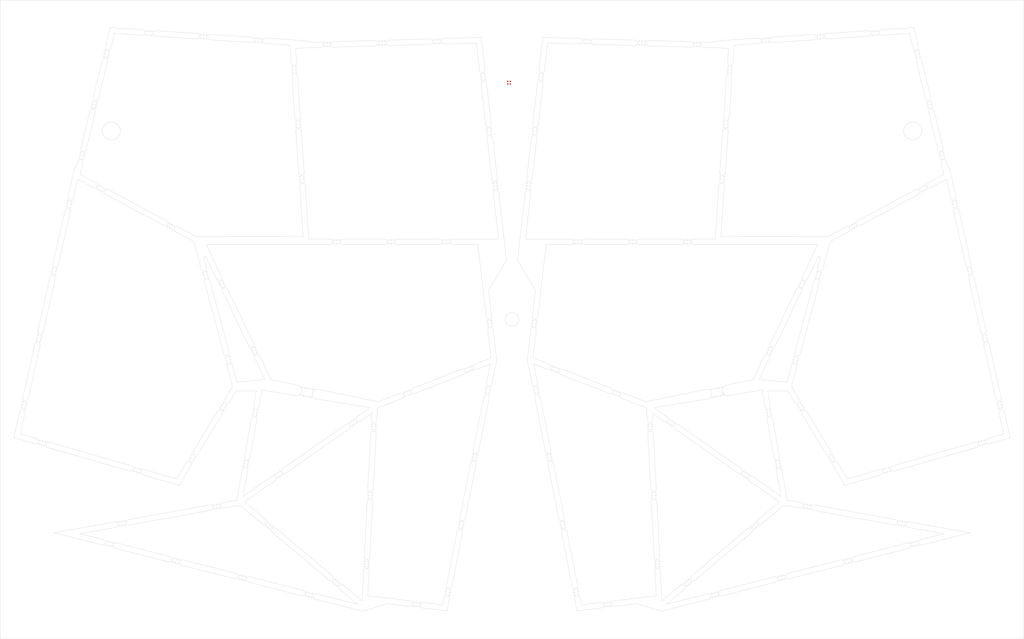
<source format=kicad_pcb>
(kicad_pcb (version 20221018) (generator pcbnew)
  (layers (0 "F.Cu" signal) (31 "B.Cu" signal) (34 "B.Paste" user) (35 "F.Paste" user) (36 "B.SilkS" user "B.Silkscreen") (37 "F.SilkS" user "F.Silkscreen") (38 "B.Mask" user) (39 "F.Mask" user) (44 "Edge.Cuts" user))
  (net 0 "")
  (footprint "project_footprints:LED_SK6812_EC15_1.5x1.5mm" (layer "F.Cu") (at 211.95 45.25)
    (fp_text reference "REF**")
    (fp_text value "LED_SK6812_EC15_1.5x1.5mm" hide)
    (fp_text user "1" (at -0.95 0.68 180) (layer "F.SilkS") (effects (font (size 0.5 0.5) (thickness 0.075))))
    (pad "1" smd roundrect (at -0.45 0.45 90) (size 0.5 0.5) (layers "F.Cu" "F.Paste" "F.Mask"))
    (pad "2" smd roundrect (at 0.45 0.45 90) (size 0.5 0.5) (layers "F.Cu" "F.Paste" "F.Mask"))
    (pad "3" smd roundrect (at 0.45 -0.45 90) (size 0.5 0.5) (layers "F.Cu" "F.Paste" "F.Mask"))
    (pad "4" smd roundrect (at -0.45 -0.45 90) (size 0.5 0.5) (layers "F.Cu" "F.Paste" "F.Mask"))
  )
  (gr_circle (center 330.51867 182.544036) (end 330.768664 182.544036) (stroke (width 0.1)) (fill none) (layer "Edge.Cuts"))
  (gr_circle (center 309.944514 225.127817) (end 310.194507 225.127817) (stroke (width 0.1)) (fill none) (layer "Edge.Cuts"))
  (gr_line (start 46.426697 209.131463) (end 63.869545 213.573242) (stroke (width 0.1)) (layer "Edge.Cuts"))
  (gr_line (start 146.648239 102.199904) (end 139.127146 102.200314) (stroke (width 0.1)) (layer "Edge.Cuts"))
  (gr_circle (center 119.870712 29.076028) (end 120.120705 29.076028) (stroke (width 0.1)) (fill none) (layer "Edge.Cuts"))
  (gr_line (start 110.13758 143.608357) (end 103.182154 117.520378) (stroke (width 0.1)) (layer "Edge.Cuts"))
  (gr_line (start 59.479327 55.505642) (end 56.180344 69.111014) (stroke (width 0.1)) (layer "Edge.Cuts"))
  (gr_curve (pts (xy 147.916157 226.34956) (xy 148.272701 225.927804) (xy 148.219836 225.296867) (xy 147.79808 224.940323)) (stroke (width 0.1)) (layer "Edge.Cuts"))
  (gr_circle (center 316.680961 147.428067) (end 316.930954 147.428067) (stroke (width 0.1)) (fill none) (layer "Edge.Cuts"))
  (gr_curve (pts (xy 69.208313 212.868974) (xy 68.673123 212.73269) (xy 68.128785 213.056066) (xy 67.9925 213.591256)) (stroke (width 0.1)) (layer "Edge.Cuts"))
  (gr_curve (pts (xy 353.397524 205.459713) (xy 353.300452 206.003385) (xy 352.781026 206.365425) (xy 352.237354 206.268353)) (stroke (width 0.1)) (layer "Edge.Cuts"))
  (gr_circle (center 305.77565 165.501595) (end 306.025643 165.501595) (stroke (width 0.1)) (fill none) (layer "Edge.Cuts"))
  (gr_circle (center 325.439645 114.576537) (end 325.689639 114.576537) (stroke (width 0.1)) (fill none) (layer "Edge.Cuts"))
  (gr_circle (center 373.477289 89.639697) (end 373.727282 89.639697) (stroke (width 0.1)) (fill none) (layer "Edge.Cuts"))
  (gr_line (start 162.577162 193.134862) (end 163.596936 173.161419) (stroke (width 0.1)) (layer "Edge.Cuts"))
  (gr_curve (pts (xy 132.652236 38.095044) (xy 132.690651 38.645976) (xy 133.168412 39.061453) (xy 133.719344 39.023037)) (stroke (width 0.1)) (layer "Edge.Cuts"))
  (gr_line (start 42.488234 136.050516) (end 46.869193 116.536788) (stroke (width 0.1)) (layer "Edge.Cuts"))
  (gr_curve (pts (xy 360.992236 212.85096) (xy 360.855951 212.31577) (xy 361.179327 211.771432) (xy 361.714517 211.635147)) (stroke (width 0.1)) (layer "Edge.Cuts"))
  (gr_curve (pts (xy 107.615207 165.877808) (xy 107.900814 165.405124) (xy 107.749158 164.790407) (xy 107.276473 164.5048)) (stroke (width 0.1)) (layer "Edge.Cuts"))
  (gr_line (start 205.15977 147.687361) (end 203.797621 154.553351) (stroke (width 0.1)) (layer "Edge.Cuts"))
  (gr_circle (center 237.94802 102.497292) (end 238.198013 102.497292) (stroke (width 0.1)) (fill none) (layer "Edge.Cuts"))
  (gr_circle (center 203.410802 158.044727) (end 203.660795 158.044727) (stroke (width 0.1)) (fill none) (layer "Edge.Cuts"))
  (gr_line (start 295.235536 187.354594) (end 272.290609 171.308163) (stroke (width 0.1)) (layer "Edge.Cuts"))
  (gr_line (start 156.807106 235.175788) (end 141.886864 231.376386) (stroke (width 0.1)) (layer "Edge.Cuts"))
  (gr_curve (pts (xy 379.307895 112.414995) (xy 378.769038 112.535971) (xy 378.234138 112.197213) (xy 378.113161 111.658356)) (stroke (width 0.1)) (layer "Edge.Cuts"))
  (gr_line (start 381.898444 178.097641) (end 352.112316 186.684531) (stroke (width 0.1)) (layer "Edge.Cuts"))
  (gr_circle (center 305.598749 164.517393) (end 305.848743 164.517393) (stroke (width 0.1)) (fill none) (layer "Edge.Cuts"))
  (gr_curve (pts (xy 275.446966 103.199488) (xy 275.446933 103.751758) (xy 274.999204 104.199434) (xy 274.446934 104.199402)) (stroke (width 0.1)) (layer "Edge.Cuts"))
  (gr_circle (center 337.701845 96.439182) (end 337.951838 96.439182) (stroke (width 0.1)) (fill none) (layer "Edge.Cuts"))
  (gr_curve (pts (xy 324.119269 116.811764) (xy 324.652899 116.954038) (xy 324.970156 117.501965) (xy 324.827883 118.035594)) (stroke (width 0.1)) (layer "Edge.Cuts"))
  (gr_circle (center 317.426305 163.582988) (end 317.676298 163.582988) (stroke (width 0.1)) (fill none) (layer "Edge.Cuts"))
  (gr_circle (center 114.81856 226.237717) (end 115.068554 226.237717) (stroke (width 0.1)) (fill none) (layer "Edge.Cuts"))
  (gr_circle (center 288.001897 232.16009) (end 288.25189 232.16009) (stroke (width 0.1)) (fill none) (layer "Edge.Cuts"))
  (gr_circle (center 134.521966 40.470673) (end 134.771959 40.470673) (stroke (width 0.1)) (fill none) (layer "Edge.Cuts"))
  (gr_line (start 300.189415 209.03697) (end 300.189702 209.037309) (stroke (width 0.1)) (layer "Edge.Cuts"))
  (gr_curve (pts (xy 360.060518 59.86902) (xy 358.388114 59.180499) (xy 356.474207 59.966541) (xy 355.785687 61.624694)) (stroke (width 0.1)) (layer "Edge.Cuts"))
  (gr_curve (pts (xy 95.899465 183.333967) (xy 95.426781 183.048361) (xy 94.812064 183.200017) (xy 94.526457 183.672702)) (stroke (width 0.1)) (layer "Edge.Cuts"))
  (gr_curve (pts (xy 336.766052 219.020098) (xy 336.629767 218.484908) (xy 336.953144 217.94057) (xy 337.488334 217.804285)) (stroke (width 0.1)) (layer "Edge.Cuts"))
  (gr_line (start 307.683268 28.675835) (end 322.648899 27.667) (stroke (width 0.1)) (layer "Edge.Cuts"))
  (gr_circle (center 220.552769 131.849838) (end 220.802762 131.849838) (stroke (width 0.1)) (fill none) (layer "Edge.Cuts"))
  (gr_line (start 386.635971 140.490853) (end 391.01693 160.004581) (stroke (width 0.1)) (layer "Edge.Cuts"))
  (gr_circle (center 176.164181 158.655227) (end 176.414174 158.655227) (stroke (width 0.1)) (fill none) (layer "Edge.Cuts"))
  (gr_circle (center 229.413145 150.673191) (end 229.663138 150.673191) (stroke (width 0.1)) (fill none) (layer "Edge.Cuts"))
  (gr_line (start 225.448256 104.196507) (end 222.413151 130.554191) (stroke (width 0.1)) (layer "Edge.Cuts"))
  (gr_circle (center 237.261262 231.608968) (end 237.511255 231.608968) (stroke (width 0.1)) (fill none) (layer "Edge.Cuts"))
  (gr_circle (center 263.876516 194.617574) (end 264.126509 194.617574) (stroke (width 0.1)) (fill none) (layer "Edge.Cuts"))
  (gr_curve (pts (xy 179.700815 235.407608) (xy 179.634342 235.955863) (xy 180.024904 236.454198) (xy 180.573159 236.52067)) (stroke (width 0.1)) (layer "Edge.Cuts"))
  (gr_circle (center 139.390216 231.050189) (end 139.640209 231.050189) (stroke (width 0.1)) (fill none) (layer "Edge.Cuts"))
  (gr_line (start 302.936141 153.337723) (end 313.075691 154.351679) (stroke (width 0.1)) (layer "Edge.Cuts"))
  (gr_curve (pts (xy 356.86928 212.868974) (xy 357.40447 212.73269) (xy 357.948808 213.056066) (xy 358.085093 213.591256)) (stroke (width 0.1)) (layer "Edge.Cuts"))
  (gr_circle (center 302.66854 206.548342) (end 302.918533 206.548342) (stroke (width 0.1)) (fill none) (layer "Edge.Cuts"))
  (gr_curve (pts (xy 324.892095 113.913101) (xy 324.358466 113.770828) (xy 324.041209 113.2229) (xy 324.183482 112.689271)) (stroke (width 0.1)) (layer "Edge.Cuts"))
  (gr_curve (pts (xy 52.245896 88.022834) (xy 52.784753 88.143811) (xy 53.319653 87.805053) (xy 53.44063 87.266196)) (stroke (width 0.1)) (layer "Edge.Cuts"))
  (gr_circle (center 62.163623 83.955636) (end 62.413616 83.955636) (stroke (width 0.1)) (fill none) (layer "Edge.Cuts"))
  (gr_curve (pts (xy 227.144796 179.074765) (xy 227.252267 179.616477) (xy 226.900244 180.142743) (xy 226.358532 180.250214)) (stroke (width 0.1)) (layer "Edge.Cuts"))
  (gr_curve (pts (xy 151.611716 102.199634) (xy 151.059544 102.210064) (xy 150.620376 102.666143) (xy 150.630806 103.218314)) (stroke (width 0.1)) (layer "Edge.Cuts"))
  (gr_curve (pts (xy 350.874477 186.000683) (xy 350.721496 185.470024) (xy 351.027664 184.915824) (xy 351.558323 184.762843)) (stroke (width 0.1)) (layer "Edge.Cuts"))
  (gr_line (start 201.873126 28.779764) (end 188.20089 29.166498) (stroke (width 0.1)) (layer "Edge.Cuts"))
  (gr_curve (pts (xy 369.897249 69.111014) (xy 370.02739 69.647731) (xy 369.697795 70.188326) (xy 369.161078 70.318467)) (stroke (width 0.1)) (layer "Edge.Cuts"))
  (gr_circle (center 108.134152 164.43886) (end 108.384145 164.43886) (stroke (width 0.1)) (fill none) (layer "Edge.Cuts"))
  (gr_curve (pts (xy 88.095729 219.74238) (xy 88.630919 219.878665) (xy 89.175257 219.555288) (xy 89.311542 219.020098)) (stroke (width 0.1)) (layer "Edge.Cuts"))
  (gr_curve (pts (xy 357.567164 65.873723) (xy 359.239567 66.562243) (xy 361.153474 65.776201) (xy 361.841995 64.118048)) (stroke (width 0.1)) (layer "Edge.Cuts"))
  (gr_line (start 158.7616 237.73727) (end 167.614955 234.949576) (stroke (width 0.1)) (layer "Edge.Cuts"))
  (gr_line (start 134.6475 37.955917) (end 134.280487 32.692433) (stroke (width 0.1)) (layer "Edge.Cuts"))
  (gr_line (start 175.850361 233.93347) (end 160.588605 232.083083) (stroke (width 0.1)) (layer "Edge.Cuts"))
  (gr_curve (pts (xy 279.570673 226.467637) (xy 279.148917 226.824181) (xy 278.51798 226.771317) (xy 278.161436 226.34956)) (stroke (width 0.1)) (layer "Edge.Cuts"))
  (gr_circle (center 311.259033 226.237717) (end 311.509026 226.237717) (stroke (width 0.1)) (fill none) (layer "Edge.Cuts"))
  (gr_circle (center 40.899299 176.839898) (end 41.149293 176.839898) (stroke (width 0.1)) (fill none) (layer "Edge.Cuts"))
  (gr_line (start 359.249792 25.19973) (end 360.942866 32.182149) (stroke (width 0.1)) (layer "Edge.Cuts"))
  (gr_curve (pts (xy 40.636356 139.734214) (xy 40.0975 139.613237) (xy 39.562599 139.951996) (xy 39.441622 140.490852)) (stroke (width 0.1)) (layer "Edge.Cuts"))
  (gr_curve (pts (xy 361.380291 84.521413) (xy 361.641522 85.007993) (xy 361.45884 85.614214) (xy 360.972259 85.875444)) (stroke (width 0.1)) (layer "Edge.Cuts"))
  (gr_curve (pts (xy 135.434532 77.997079) (xy 135.472947 78.548011) (xy 135.950708 78.963488) (xy 136.50164 78.925072)) (stroke (width 0.1)) (layer "Edge.Cuts"))
  (gr_curve (pts (xy 304.86469 144.703309) (xy 305.103801 144.205486) (xy 305.701204 143.995758) (xy 306.199027 144.234869)) (stroke (width 0.1)) (layer "Edge.Cuts"))
  (gr_circle (center 235.693469 230.900542) (end 235.943462 230.900542) (stroke (width 0.1)) (fill none) (layer "Edge.Cuts"))
  (gr_circle (center 128.638617 186.82114) (end 128.88861 186.82114) (stroke (width 0.1)) (fill none) (layer "Edge.Cuts"))
  (gr_curve (pts (xy 108.188939 119.897384) (xy 107.691116 120.136495) (xy 107.481388 120.733898) (xy 107.720499 121.231721)) (stroke (width 0.1)) (layer "Edge.Cuts"))
  (gr_curve (pts (xy 263.275375 169.115741) (xy 262.723823 169.143901) (xy 262.253874 168.719609) (xy 262.225714 168.168058)) (stroke (width 0.1)) (layer "Edge.Cuts"))
  (gr_curve (pts (xy 316.648627 144.832187) (xy 316.114997 144.689913) (xy 315.79774 144.141986) (xy 315.940014 143.608357)) (stroke (width 0.1)) (layer "Edge.Cuts"))
  (gr_line (start 183.203024 29.307868) (end 168.209426 29.731977) (stroke (width 0.1)) (layer "Edge.Cuts"))
  (gr_curve (pts (xy 293.425357 38.095044) (xy 293.386942 38.645976) (xy 292.909181 39.061453) (xy 292.358249 39.023037)) (stroke (width 0.1)) (layer "Edge.Cuts"))
  (gr_circle (center 57.007679 72.912947) (end 57.257672 72.912947) (stroke (width 0.1)) (fill none) (layer "Edge.Cuts"))
  (gr_line (start 205.446724 60.416008) (end 203.763093 45.511203) (stroke (width 0.1)) (layer "Edge.Cuts"))
  (gr_curve (pts (xy 226.358532 180.250214) (xy 225.81682 180.357685) (xy 225.290554 180.005663) (xy 225.183083 179.463951)) (stroke (width 0.1)) (layer "Edge.Cuts"))
  (gr_circle (center 101.911955 27.865426) (end 102.161948 27.865426) (stroke (width 0.1)) (fill none) (layer "Edge.Cuts"))
  (gr_curve (pts (xy 161.047503 223.095028) (xy 161.075663 222.543476) (xy 160.651371 222.073527) (xy 160.099819 222.045367)) (stroke (width 0.1)) (layer "Edge.Cuts"))
  (gr_line (start 67.078352 32.653432) (end 68.37438 27.308467) (stroke (width 0.1)) (layer "Edge.Cuts"))
  (gr_curve (pts (xy 318.134723 198.147754) (xy 318.678395 198.244827) (xy 319.040435 198.764253) (xy 318.943362 199.307924)) (stroke (width 0.1)) (layer "Edge.Cuts"))
  (gr_circle (center 160.824385 221.581723) (end 161.074378 221.581723) (stroke (width 0.1)) (fill none) (layer "Edge.Cuts"))
  (gr_line (start 55.88046 209.475067) (end 68.918214 207.147177) (stroke (width 0.1)) (layer "Edge.Cuts"))
  (gr_circle (center 288.842889 79.375157) (end 289.092882 79.375157) (stroke (width 0.1)) (fill none) (layer "Edge.Cuts"))
  (gr_curve (pts (xy 160.099819 222.045367) (xy 159.548268 222.017207) (xy 159.078319 222.441499) (xy 159.050158 222.99305)) (stroke (width 0.1)) (layer "Edge.Cuts"))
  (gr_curve (pts (xy 99.961668 113.204488) (xy 100.103941 113.738117) (xy 100.651869 114.055374) (xy 101.185498 113.913101)) (stroke (width 0.1)) (layer "Edge.Cuts"))
  (gr_line (start 284.68426 233.314483) (end 267.315993 237.73727) (stroke (width 0.1)) (layer "Edge.Cuts"))
  (gr_circle (center 260.319035 31.501934) (end 260.569028 31.501934) (stroke (width 0.1)) (fill none) (layer "Edge.Cuts"))
  (gr_curve (pts (xy 265.03009 223.095028) (xy 265.00193 222.543476) (xy 265.426222 222.073527) (xy 265.977774 222.045367)) (stroke (width 0.1)) (layer "Edge.Cuts"))
  (gr_circle (center 61.956154 52.50489) (end 62.206147 52.50489) (stroke (width 0.1)) (fill none) (layer "Edge.Cuts"))
  (gr_circle (center 225.963823 181.857715) (end 226.213816 181.857715) (stroke (width 0.1)) (fill none) (layer "Edge.Cuts"))
  (gr_circle (center 335.939781 97.385181) (end 336.189774 97.385181) (stroke (width 0.1)) (fill none) (layer "Edge.Cuts"))
  (gr_curve (pts (xy 385.540732 135.612421) (xy 385.661708 136.151278) (xy 385.32295 136.686179) (xy 384.784093 136.807156)) (stroke (width 0.1)) (layer "Edge.Cuts"))
  (gr_line (start 188.230185 233.021876) (end 187.762797 235.377775) (stroke (width 0.1)) (layer "Edge.Cuts"))
  (gr_line (start 316.584415 148.954681) (end 314.744189 155.856885) (stroke (width 0.1)) (layer "Edge.Cuts"))
  (gr_curve (pts (xy 266.772492 217.999689) (xy 266.800652 218.551241) (xy 266.376359 219.02119) (xy 265.824808 219.04935)) (stroke (width 0.1)) (layer "Edge.Cuts"))
  (gr_line (start 91.916437 191.85958) (end 96.238202 184.706977) (stroke (width 0.1)) (layer "Edge.Cuts"))
  (gr_circle (center 63.925686 84.901635) (end 64.17568 84.901635) (stroke (width 0.1)) (fill none) (layer "Edge.Cuts"))
  (gr_curve (pts (xy 204.902039 64.502866) (xy 204.353259 64.564855) (xy 203.958637 65.059982) (xy 204.020627 65.608761)) (stroke (width 0.1)) (layer "Edge.Cuts"))
  (gr_circle (center 290.094922 61.419241) (end 290.344916 61.419241) (stroke (width 0.1)) (fill none) (layer "Edge.Cuts"))
  (gr_circle (center 154.041929 169.055448) (end 154.291922 169.055448) (stroke (width 0.1)) (fill none) (layer "Edge.Cuts"))
  (gr_curve (pts (xy 221.305351 131.433207) (xy 220.756707 131.370031) (xy 220.363157 130.874052) (xy 220.426334 130.325407)) (stroke (width 0.1)) (layer "Edge.Cuts"))
  (gr_curve (pts (xy 79.41643 27.05057) (xy 79.453575 26.499551) (xy 79.036997 26.02275) (xy 78.485977 25.985606)) (stroke (width 0.1)) (layer "Edge.Cuts"))
  (gr_line (start 291.046627 155.376108) (end 300.700584 153.372863) (stroke (width 0.1)) (layer "Edge.Cuts"))
  (gr_curve (pts (xy 300.307491 207.627733) (xy 300.664035 208.049489) (xy 300.61117 208.680426) (xy 300.189414 209.03697)) (stroke (width 0.1)) (layer "Edge.Cuts"))
  (gr_circle (center 222.039476 63.090955) (end 222.289469 63.090955) (stroke (width 0.1)) (fill none) (layer "Edge.Cuts"))
  (gr_circle (center 249.913412 158.655227) (end 250.163405 158.655227) (stroke (width 0.1)) (fill none) (layer "Edge.Cuts"))
  (gr_circle (center 35.952663 163.791865) (end 36.202656 163.791865) (stroke (width 0.1)) (fill none) (layer "Edge.Cuts"))
  (gr_circle (center 115.164032 224.88105) (end 115.414025 224.88105) (stroke (width 0.1)) (fill none) (layer "Edge.Cuts"))
  (gr_curve (pts (xy 126.744749 190.220029) (xy 127.197325 189.903522) (xy 127.307631 189.280056) (xy 126.991123 188.82748)) (stroke (width 0.1)) (layer "Edge.Cuts"))
  (gr_line (start 289.024939 101.203223) (end 327.851157 101.38723) (stroke (width 0.1)) (layer "Edge.Cuts"))
  (gr_curve (pts (xy 277.859631 30.297454) (xy 278.41168 30.313069) (xy 278.846545 30.773252) (xy 278.83093 31.325301)) (stroke (width 0.1)) (layer "Edge.Cuts"))
  (gr_circle (center 286.407837 156.725267) (end 286.65783 156.725267) (stroke (width 0.1)) (fill none) (layer "Edge.Cuts"))
  (gr_circle (center 304.305622 30.607331) (end 304.555616 30.607331) (stroke (width 0.1)) (fill none) (layer "Edge.Cuts"))
  (gr_curve (pts (xy 69.726855 205.987009) (xy 69.629782 205.443337) (xy 69.110356 205.081297) (xy 68.566685 205.178369)) (stroke (width 0.1)) (layer "Edge.Cuts"))
  (gr_circle (center 289.887124 159.038054) (end 290.137117 159.038054) (stroke (width 0.1)) (fill none) (layer "Edge.Cuts"))
  (gr_line (start 135.782319 82.984833) (end 137.052654 101.203223) (stroke (width 0.1)) (layer "Edge.Cuts"))
  (gr_circle (center 297.438976 186.82114) (end 297.688969 186.82114) (stroke (width 0.1)) (fill none) (layer "Edge.Cuts"))
  (gr_line (start 141.393333 233.314483) (end 158.7616 237.73727) (stroke (width 0.1)) (layer "Edge.Cuts"))
  (gr_circle (center 305.952549 166.485796) (end 306.202542 166.485796) (stroke (width 0.1)) (fill none) (layer "Edge.Cuts"))
  (gr_curve (pts (xy 284.19073 231.376388) (xy 284.72592 231.240104) (xy 285.270258 231.56348) (xy 285.406543 232.09867)) (stroke (width 0.1)) (layer "Edge.Cuts"))
  (gr_curve (pts (xy 326.115925 113.204488) (xy 325.973652 113.738117) (xy 325.425724 114.055374) (xy 324.892095 113.913101)) (stroke (width 0.1)) (layer "Edge.Cuts"))
  (gr_curve (pts (xy 43.495303 176.859799) (xy 43.342323 177.390458) (xy 43.648491 177.944657) (xy 44.17915 178.097638)) (stroke (width 0.1)) (layer "Edge.Cuts"))
  (gr_curve (pts (xy 201.214575 40.767419) (xy 201.276564 41.316199) (xy 201.771691 41.710821) (xy 202.320471 41.648831)) (stroke (width 0.1)) (layer "Edge.Cuts"))
  (gr_curve (pts (xy 186.629715 104.197334) (xy 187.181984 104.197301) (xy 187.629661 103.749572) (xy 187.629628 103.197302)) (stroke (width 0.1)) (layer "Edge.Cuts"))
  (gr_curve (pts (xy 262.809485 31.872491) (xy 262.257436 31.856875) (xy 261.82257 31.396693) (xy 261.838185 30.844644)) (stroke (width 0.1)) (layer "Edge.Cuts"))
  (gr_curve (pts (xy 204.772243 131.433207) (xy 205.320887 131.370031) (xy 205.714437 130.874052) (xy 205.65126 130.325407)) (stroke (width 0.1)) (layer "Edge.Cuts"))
  (gr_circle (center 307.912372 142.284464) (end 308.162365 142.284464) (stroke (width 0.1)) (fill none) (layer "Edge.Cuts"))
  (gr_curve (pts (xy 126.991123 188.82748) (xy 126.674616 188.374904) (xy 126.051151 188.264598) (xy 125.598575 188.581105)) (stroke (width 0.1)) (layer "Edge.Cuts"))
  (gr_curve (pts (xy 221.493709 155.728801) (xy 220.951997 155.836271) (xy 220.42573 155.484249) (xy 220.318259 154.942537)) (stroke (width 0.1)) (layer "Edge.Cuts"))
  (gr_line (start 371.103629 80.436396) (end 365.377494 83.510586) (stroke (width 0.1)) (layer "Edge.Cuts"))
  (gr_circle (center 140.653008 156.907374) (end 140.903001 156.907374) (stroke (width 0.1)) (fill none) (layer "Edge.Cuts"))
  (gr_curve (pts (xy 35.160158 164.126375) (xy 34.621302 164.005398) (xy 34.086401 164.344157) (xy 33.965424 164.883013)) (stroke (width 0.1)) (layer "Edge.Cuts"))
  (gr_line (start 286.950447 102.200314) (end 288.300009 82.845707) (stroke (width 0.1)) (layer "Edge.Cuts"))
  (gr_circle (center 277.94694 102.499655) (end 278.196933 102.499655) (stroke (width 0.1)) (fill none) (layer "Edge.Cuts"))
  (gr_curve (pts (xy 89.311542 219.020098) (xy 89.447827 218.484908) (xy 89.12445 217.94057) (xy 88.58926 217.804285)) (stroke (width 0.1)) (layer "Edge.Cuts"))
  (gr_line (start 163.851879 168.168058) (end 164.080925 163.681925) (stroke (width 0.1)) (layer "Edge.Cuts"))
  (gr_line (start 133.000022 43.082798) (end 134.043384 58.046062) (stroke (width 0.1)) (layer "Edge.Cuts"))
  (gr_circle (center 61.720512 53.476703) (end 61.970505 53.476703) (stroke (width 0.1)) (fill none) (layer "Edge.Cuts"))
  (gr_curve (pts (xy 369.131834 74.441358) (xy 369.001692 73.904641) (xy 369.331287 73.364045) (xy 369.868004 73.233904)) (stroke (width 0.1)) (layer "Edge.Cuts"))
  (gr_circle (center 43.20878 176.048711) (end 43.458773 176.048711) (stroke (width 0.1)) (fill none) (layer "Edge.Cuts"))
  (gr_circle (center 118.59817 143.185851) (end 118.848164 143.185851) (stroke (width 0.1)) (fill none) (layer "Edge.Cuts"))
  (gr_line (start 313.377715 157.462587) (end 306.057915 157.462587) (stroke (width 0.1)) (layer "Edge.Cuts"))
  (gr_curve (pts (xy 171.606769 102.198545) (xy 171.054649 102.211409) (xy 170.617495 102.669419) (xy 170.630359 103.221539)) (stroke (width 0.1)) (layer "Edge.Cuts"))
  (gr_curve (pts (xy 305.922639 168.015169) (xy 305.82494 167.471609) (xy 306.186381 166.951766) (xy 306.72994 166.854067)) (stroke (width 0.1)) (layer "Edge.Cuts"))
  (gr_curve (pts (xy 56.94576 74.441358) (xy 57.075902 73.904641) (xy 56.746307 73.364045) (xy 56.20959 73.233904)) (stroke (width 0.1)) (layer "Edge.Cuts"))
  (gr_circle (center 206.395201 83.957683) (end 206.645195 83.957683) (stroke (width 0.1)) (fill none) (layer "Edge.Cuts"))
  (gr_line (start 114.82545 186.361194) (end 112.864897 197.268926) (stroke (width 0.1)) (layer "Edge.Cuts"))
  (gr_line (start 205.380317 145.455318) (end 199.302424 147.821821) (stroke (width 0.1)) (layer "Edge.Cuts"))
  (gr_curve (pts (xy 204.583884 155.728801) (xy 205.125596 155.836271) (xy 205.651863 155.484249) (xy 205.759334 154.942537)) (stroke (width 0.1)) (layer "Edge.Cuts"))
  (gr_circle (center 162.0991 196.614918) (end 162.349093 196.614918) (stroke (width 0.1)) (fill none) (layer "Edge.Cuts"))
  (gr_line (start 100.863677 108.824383) (end 101.65921 108.612282) (stroke (width 0.1)) (layer "Edge.Cuts"))
  (gr_circle (center 221.927233 64.084608) (end 222.177226 64.084608) (stroke (width 0.1)) (fill none) (layer "Edge.Cuts"))
  (gr_circle (center 198.545979 182.566141) (end 198.795972 182.566141) (stroke (width 0.1)) (fill none) (layer "Edge.Cuts"))
  (gr_circle (center 289.35759 156.178945) (end 289.607583 156.178945) (stroke (width 0.1)) (fill none) (layer "Edge.Cuts"))
  (gr_circle (center 363.91397 83.955636) (end 364.163963 83.955636) (stroke (width 0.1)) (fill none) (layer "Edge.Cuts"))
  (gr_line (start 134.280487 32.692433) (end 143.276645 32.437967) (stroke (width 0.1)) (layer "Edge.Cuts"))
  (gr_circle (center 255.947451 103.898317) (end 256.197444 103.898317) (stroke (width 0.1)) (fill none) (layer "Edge.Cuts"))
  (gr_line (start 132.200113 31.610966) (end 132.652236 38.095043) (stroke (width 0.1)) (layer "Edge.Cuts"))
  (gr_circle (center 231.023239 207.359985) (end 231.273232 207.359985) (stroke (width 0.1)) (fill none) (layer "Edge.Cuts"))
  (gr_curve (pts (xy 285.406543 232.09867) (xy 285.542827 232.63386) (xy 285.219451 233.178198) (xy 284.684261 233.314483)) (stroke (width 0.1)) (layer "Edge.Cuts"))
  (gr_line (start 265.752718 198.026246) (end 266.772491 217.999689) (stroke (width 0.1)) (layer "Edge.Cuts"))
  (gr_line (start 73.840238 206.268349) (end 103.372378 200.995388) (stroke (width 0.1)) (layer "Edge.Cuts"))
  (gr_curve (pts (xy 160.252785 219.04935) (xy 160.804336 219.07751) (xy 161.274286 218.653218) (xy 161.302446 218.101667)) (stroke (width 0.1)) (layer "Edge.Cuts"))
  (gr_line (start 164.080925 163.681925) (end 173.011621 160.204645) (stroke (width 0.1)) (layer "Edge.Cuts"))
  (gr_circle (center 162.150089 195.616246) (end 162.400082 195.616246) (stroke (width 0.1)) (fill none) (layer "Edge.Cuts"))
  (gr_circle (center 309.136751 184.20142) (end 309.386744 184.20142) (stroke (width 0.1)) (fill none) (layer "Edge.Cuts"))
  (gr_line (start 167.614955 234.949576) (end 175.609643 235.918879) (stroke (width 0.1)) (layer "Edge.Cuts"))
  (gr_curve (pts (xy 120.154954 168.015169) (xy 120.252653 167.471609) (xy 119.891212 166.951766) (xy 119.347653 166.854067)) (stroke (width 0.1)) (layer "Edge.Cuts"))
  (gr_line (start 113.001902 154.351679) (end 111.425621 148.439465) (stroke (width 0.1)) (layer "Edge.Cuts"))
  (gr_circle (center 259.319461 31.47366) (end 259.569454 31.47366) (stroke (width 0.1)) (fill none) (layer "Edge.Cuts"))
  (gr_curve (pts (xy 180.813877 234.535264) (xy 180.265622 234.468791) (xy 179.767287 234.859353) (xy 179.700815 235.407608)) (stroke (width 0.1)) (layer "Edge.Cuts"))
  (gr_circle (center 374.624202 88.357344) (end 374.874195 88.357344) (stroke (width 0.1)) (fill none) (layer "Edge.Cuts"))
  (gr_curve (pts (xy 222.314501 45.511203) (xy 222.37649 44.962423) (xy 222.871617 44.567802) (xy 223.420397 44.629791)) (stroke (width 0.1)) (layer "Edge.Cuts"))
  (gr_circle (center 220.536118 63.92747) (end 220.786112 63.92747) (stroke (width 0.1)) (fill none) (layer "Edge.Cuts"))
  (gr_circle (center 319.601999 117.946977) (end 319.851992 117.946977) (stroke (width 0.1)) (fill none) (layer "Edge.Cuts"))
  (gr_curve (pts (xy 222.077488 158.671371) (xy 222.6192 158.5639) (xy 223.145466 158.915923) (xy 223.252937 159.457635)) (stroke (width 0.1)) (layer "Edge.Cuts"))
  (gr_curve (pts (xy 307.006541 162.740361) (xy 307.104241 163.283921) (xy 306.7428 163.803764) (xy 306.19924 163.901463)) (stroke (width 0.1)) (layer "Edge.Cuts"))
  (gr_line (start 337.488333 217.804282) (end 356.869279 212.868972) (stroke (width 0.1)) (layer "Edge.Cuts"))
  (gr_line (start 78.769491 188.069514) (end 91.916437 191.85958) (stroke (width 0.1)) (layer "Edge.Cuts"))
  (gr_circle (center 115.38606 184.937963) (end 115.636053 184.937963) (stroke (width 0.1)) (fill none) (layer "Edge.Cuts"))
  (gr_circle (center 265.325645 195.544862) (end 265.575639 195.544862) (stroke (width 0.1)) (fill none) (layer "Edge.Cuts"))
  (gr_circle (center 359.644247 34.040459) (end 359.894241 34.040459) (stroke (width 0.1)) (fill none) (layer "Edge.Cuts"))
  (gr_circle (center 250.42136 157.350664) (end 250.671353 157.350664) (stroke (width 0.1)) (fill none) (layer "Edge.Cuts"))
  (gr_circle (center 41.287094 175.494718) (end 41.537087 175.494718) (stroke (width 0.1)) (fill none) (layer "Edge.Cuts"))
  (gr_circle (center 325.163347 27.798171) (end 325.41334 27.798171) (stroke (width 0.1)) (fill none) (layer "Edge.Cuts"))
  (gr_line (start 208.153547 102.196556) (end 191.602533 102.197457) (stroke (width 0.1)) (layer "Edge.Cuts"))
  (gr_circle (center 198.528109 149.947552) (end 198.778102 149.947552) (stroke (width 0.1)) (fill none) (layer "Edge.Cuts"))
  (gr_curve (pts (xy 122.317904 29.942563) (xy 122.28076 30.493583) (xy 122.697338 30.970383) (xy 123.248357 31.007528)) (stroke (width 0.1)) (layer "Edge.Cuts"))
  (gr_circle (center 252.285021 158.076304) (end 252.535014 158.076304) (stroke (width 0.1)) (fill none) (layer "Edge.Cuts"))
  (gr_curve (pts (xy 217.824817 85.257351) (xy 217.886807 84.708571) (xy 218.381933 84.31395) (xy 218.930713 84.37594)) (stroke (width 0.1)) (layer "Edge.Cuts"))
  (gr_circle (center 360.334976 212.296009) (end 360.584969 212.296009) (stroke (width 0.1)) (fill none) (layer "Edge.Cuts"))
  (gr_curve (pts (xy 327.771953 29.326136) (xy 327.220934 29.36328) (xy 326.744133 28.946702) (xy 326.706989 28.395683)) (stroke (width 0.1)) (layer "Edge.Cuts"))
  (gr_line (start 55.002135 73.970074) (end 54.541536 75.869646) (stroke (width 0.1)) (layer "Edge.Cuts"))
  (gr_curve (pts (xy 334.476333 97.830371) (xy 334.962913 97.56914) (xy 335.569134 97.751823) (xy 335.830365 98.238403)) (stroke (width 0.1)) (layer "Edge.Cuts"))
  (gr_curve (pts (xy 222.618177 60.640494) (xy 222.556187 61.189273) (xy 222.061061 61.583895) (xy 221.512281 61.521905)) (stroke (width 0.1)) (layer "Edge.Cuts"))
  (gr_line (start 118.394325 28.675835) (end 103.428695 27.667) (stroke (width 0.1)) (layer "Edge.Cuts"))
  (gr_circle (center 198.935165 180.604428) (end 199.185158 180.604428) (stroke (width 0.1)) (fill none) (layer "Edge.Cuts"))
  (gr_circle (center 65.962062 35.984083) (end 66.212056 35.984083) (stroke (width 0.1)) (fill none) (layer "Edge.Cuts"))
  (gr_circle (center 298.258438 187.394226) (end 298.508431 187.394226) (stroke (width 0.1)) (fill none) (layer "Edge.Cuts"))
  (gr_circle (center 275.800387 227.428951) (end 276.050381 227.428951) (stroke (width 0.1)) (fill none) (layer "Edge.Cuts"))
  (gr_circle (center 265.253209 221.581723) (end 265.503203 221.581723) (stroke (width 0.1)) (fill none) (layer "Edge.Cuts"))
  (gr_line (start 68.566685 205.17837) (end 46.426697 209.131463) (stroke (width 0.1)) (layer "Edge.Cuts"))
  (gr_line (start 327.637442 27.330722) (end 342.603073 26.321888) (stroke (width 0.1)) (layer "Edge.Cuts"))
  (gr_circle (center 311.882609 224.634285) (end 312.132602 224.634285) (stroke (width 0.1)) (fill none) (layer "Edge.Cuts"))
  (gr_circle (center 100.914246 27.798171) (end 101.164239 27.798171) (stroke (width 0.1)) (fill none) (layer "Edge.Cuts"))
  (gr_curve (pts (xy 195.375549 151.496969) (xy 195.890184 151.29659) (xy 196.144939 150.716955) (xy 195.944559 150.202319)) (stroke (width 0.1)) (layer "Edge.Cuts"))
  (gr_curve (pts (xy 223.757123 41.648831) (xy 223.208344 41.586841) (xy 222.813722 41.091715) (xy 222.875712 40.542935)) (stroke (width 0.1)) (layer "Edge.Cuts"))
  (gr_line (start 54.541536 75.869646) (end 53.845468 76.333035) (stroke (width 0.1)) (layer "Edge.Cuts"))
  (gr_curve (pts (xy 141.886863 231.376388) (xy 141.351673 231.240104) (xy 140.807335 231.56348) (xy 140.67105 232.09867)) (stroke (width 0.1)) (layer "Edge.Cuts"))
  (gr_circle (center 317.474158 119.143625) (end 317.724151 119.143625) (stroke (width 0.1)) (fill none) (layer "Edge.Cuts"))
  (gr_circle (center 265.376634 196.543534) (end 265.626627 196.543534) (stroke (width 0.1)) (fill none) (layer "Edge.Cuts"))
  (gr_line (start 146.506632 226.467977) (end 146.506919 226.467637) (stroke (width 0.1)) (layer "Edge.Cuts"))
  (gr_curve (pts (xy 360.02626 84.113381) (xy 360.51284 83.85215) (xy 361.119061 84.034832) (xy 361.380291 84.521413)) (stroke (width 0.1)) (layer "Edge.Cuts"))
  (gr_line (start 141.920835 160.421391) (end 161.336122 163.587829) (stroke (width 0.1)) (layer "Edge.Cuts"))
  (gr_line (start 125.377009 153.372863) (end 121.212904 144.703309) (stroke (width 0.1)) (layer "Edge.Cuts"))
  (gr_circle (center 251.777072 159.380866) (end 252.027066 159.380866) (stroke (width 0.1)) (fill none) (layer "Edge.Cuts"))
  (gr_circle (center 229.921093 149.368628) (end 230.171086 149.368628) (stroke (width 0.1)) (fill none) (layer "Edge.Cuts"))
  (gr_circle (center 127.802016 189.11456) (end 128.052009 189.11456) (stroke (width 0.1)) (fill none) (layer "Edge.Cuts"))
  (gr_curve (pts (xy 194.067973 203.596178) (xy 193.960503 204.13789) (xy 194.312525 204.664157) (xy 194.854237 204.771628)) (stroke (width 0.1)) (layer "Edge.Cuts"))
  (gr_circle (center 364.121439 52.50489) (end 364.371433 52.50489) (stroke (width 0.1)) (fill none) (layer "Edge.Cuts"))
  (gr_circle (center 383.829656 175.771714) (end 384.079649 175.771714) (stroke (width 0.1)) (fill none) (layer "Edge.Cuts"))
  (gr_circle (center 219.906875 81.970375) (end 220.156869 81.970375) (stroke (width 0.1)) (fill none) (layer "Edge.Cuts"))
  (gr_circle (center 66.366193 213.899441) (end 66.616187 213.899441) (stroke (width 0.1)) (fill none) (layer "Edge.Cuts"))
  (gr_line (start 308.39924 181.793987) (end 305.922639 168.015169) (stroke (width 0.1)) (layer "Edge.Cuts"))
  (gr_circle (center 385.178294 176.839898) (end 385.428287 176.839898) (stroke (width 0.1)) (fill none) (layer "Edge.Cuts"))
  (gr_curve (pts (xy 364.654642 55.976925) (xy 364.5245 55.440208) (xy 364.854095 54.899613) (xy 365.390812 54.769472)) (stroke (width 0.1)) (layer "Edge.Cuts"))
  (gr_line (start 268.193301 168.442728) (end 264.095991 165.577293) (stroke (width 0.1)) (layer "Edge.Cuts"))
  (gr_circle (center 51.234344 89.33303) (end 51.484337 89.33303) (stroke (width 0.1)) (fill none) (layer "Edge.Cuts"))
  (gr_circle (center 106.475594 117.946977) (end 106.725587 117.946977) (stroke (width 0.1)) (fill none) (layer "Edge.Cuts"))
  (gr_line (start 26.8 247.737) (end 26.8 15.2) (stroke (width 0.1)) (layer "Edge.Cuts"))
  (gr_line (start 226.042893 149.682871) (end 220.917822 147.687363) (stroke (width 0.1)) (layer "Edge.Cuts"))
  (gr_curve (pts (xy 151.616365 228.168224) (xy 151.194609 227.81168) (xy 150.563672 227.864545) (xy 150.207128 228.286301)) (stroke (width 0.1)) (layer "Edge.Cuts"))
  (gr_curve (pts (xy 346.661163 27.05057) (xy 346.624018 26.499551) (xy 347.040596 26.02275) (xy 347.591616 25.985606)) (stroke (width 0.1)) (layer "Edge.Cuts"))
  (gr_line (start 364.431419 81.748381) (end 370.158122 78.673886) (stroke (width 0.1)) (layer "Edge.Cuts"))
  (gr_line (start 234.448015 104.197039) (end 225.448256 104.196507) (stroke (width 0.1)) (layer "Edge.Cuts"))
  (gr_line (start 205.65126 130.325407) (end 204.564395 120.886787) (stroke (width 0.1)) (layer "Edge.Cuts"))
  (gr_curve (pts (xy 41.2935 136.807156) (xy 41.832357 136.928132) (xy 42.367257 136.589374) (xy 42.488234 136.050517)) (stroke (width 0.1)) (layer "Edge.Cuts"))
  (gr_circle (center 336.820813 96.912182) (end 337.070806 96.912182) (stroke (width 0.1)) (fill none) (layer "Edge.Cuts"))
  (gr_line (start 87.196101 95.465373) (end 66.051334 84.11338) (stroke (width 0.1)) (layer "Edge.Cuts"))
  (gr_circle (center 363.032939 84.428635) (end 363.282932 84.428635) (stroke (width 0.1)) (fill none) (layer "Edge.Cuts"))
  (gr_circle (center 317.196177 145.495623) (end 317.44617 145.495623) (stroke (width 0.1)) (fill none) (layer "Edge.Cuts"))
  (gr_curve (pts (xy 52.345391 92.144628) (xy 52.466368 91.605771) (xy 52.127609 91.070871) (xy 51.588752 90.949894)) (stroke (width 0.1)) (layer "Edge.Cuts"))
  (gr_line (start 137.041628 230.142558) (end 117.660681 225.207248) (stroke (width 0.1)) (layer "Edge.Cuts"))
  (gr_circle (center 278.231514 227.206911) (end 278.481507 227.206911) (stroke (width 0.1)) (fill none) (layer "Edge.Cuts"))
  (gr_circle (center 307.479423 143.185851) (end 307.729416 143.185851) (stroke (width 0.1)) (fill none) (layer "Edge.Cuts"))
  (gr_line (start 291.686422 63.033816) (end 290.643062 77.997079) (stroke (width 0.1)) (layer "Edge.Cuts"))
  (gr_curve (pts (xy 163.268108 31.872491) (xy 163.820157 31.856875) (xy 164.255023 31.396693) (xy 164.239408 30.844644)) (stroke (width 0.1)) (layer "Edge.Cuts"))
  (gr_line (start 218.386028 80.289083) (end 220.069659 65.384277) (stroke (width 0.1)) (layer "Edge.Cuts"))
  (gr_circle (center 65.397146 213.652676) (end 65.647139 213.652676) (stroke (width 0.1)) (fill none) (layer "Edge.Cuts"))
  (gr_line (start 267.58831 233.97845) (end 274.461228 228.168224) (stroke (width 0.1)) (layer "Edge.Cuts"))
  (gr_curve (pts (xy 189.989413 229.293042) (xy 190.531126 229.400513) (xy 191.057392 229.048491) (xy 191.164863 228.506779)) (stroke (width 0.1)) (layer "Edge.Cuts"))
  (gr_circle (center 221.293592 158.317158) (end 221.543585 158.317158) (stroke (width 0.1)) (fill none) (layer "Edge.Cuts"))
  (gr_circle (center 160.751949 195.544862) (end 161.001942 195.544862) (stroke (width 0.1)) (fill none) (layer "Edge.Cuts"))
  (gr_line (start 371.075458 73.970074) (end 371.536058 75.869646) (stroke (width 0.1)) (layer "Edge.Cuts"))
  (gr_curve (pts (xy 356.350738 205.987009) (xy 356.447811 205.443337) (xy 356.967237 205.081297) (xy 357.510908 205.178369)) (stroke (width 0.1)) (layer "Edge.Cuts"))
  (gr_line (start 137.052654 101.203223) (end 98.226437 101.38723) (stroke (width 0.1)) (layer "Edge.Cuts"))
  (gr_curve (pts (xy 234.47506 102.197457) (xy 235.016645 102.212078) (xy 235.448079 102.655343) (xy 235.448047 103.197125)) (stroke (width 0.1)) (layer "Edge.Cuts"))
  (gr_circle (center 145.727511 30.668011) (end 145.977505 30.668011) (stroke (width 0.1)) (fill none) (layer "Edge.Cuts"))
  (gr_line (start 257.811619 31.731118) (end 242.818022 31.307008) (stroke (width 0.1)) (layer "Edge.Cuts"))
  (gr_circle (center 277.467856 227.85249) (end 277.71785 227.85249) (stroke (width 0.1)) (fill none) (layer "Edge.Cuts"))
  (gr_circle (center 384.217452 177.116894) (end 384.467445 177.116894) (stroke (width 0.1)) (fill none) (layer "Edge.Cuts"))
  (gr_line (start 291.797106 32.692433) (end 282.800949 32.437967) (stroke (width 0.1)) (layer "Edge.Cuts"))
  (gr_circle (center 160.802937 194.54619) (end 161.05293 194.54619) (stroke (width 0.1)) (fill none) (layer "Edge.Cuts"))
  (gr_circle (center 174.724403 157.713484) (end 174.974396 157.713484) (stroke (width 0.1)) (fill none) (layer "Edge.Cuts"))
  (gr_curve (pts (xy 144.247944 31.410123) (xy 144.232328 30.858074) (xy 143.772145 30.423209) (xy 143.220096 30.438824)) (stroke (width 0.1)) (layer "Edge.Cuts"))
  (gr_circle (center 137.703254 156.361053) (end 137.953247 156.361053) (stroke (width 0.1)) (fill none) (layer "Edge.Cuts"))
  (gr_circle (center 276.7042 228.498071) (end 276.954193 228.498071) (stroke (width 0.1)) (fill none) (layer "Edge.Cuts"))
  (gr_circle (center 203.799989 156.083014) (end 204.049982 156.083014) (stroke (width 0.1)) (fill none) (layer "Edge.Cuts"))
  (gr_line (start 264.741472 163.587829) (end 269.339654 166.803548) (stroke (width 0.1)) (layer "Edge.Cuts"))
  (gr_curve (pts (xy 191.602534 102.197457) (xy 191.050465 102.212361) (xy 190.615007 102.671984) (xy 190.629912 103.224053)) (stroke (width 0.1)) (layer "Edge.Cuts"))
  (gr_line (start 318.357094 121.231722) (end 308.832212 141.062266) (stroke (width 0.1)) (layer "Edge.Cuts"))
  (gr_circle (center 285.718331 231.296954) (end 285.968324 231.296954) (stroke (width 0.1)) (fill none) (layer "Edge.Cuts"))
  (gr_line (start 265.488988 232.083083) (end 265.03009 223.095028) (stroke (width 0.1)) (layer "Edge.Cuts"))
  (gr_circle (center 359.879889 35.012271) (end 360.129882 35.012271) (stroke (width 0.1)) (fill none) (layer "Edge.Cuts"))
  (gr_curve (pts (xy 263.755374 198.128223) (xy 263.727213 197.576672) (xy 264.151506 197.106723) (xy 264.703057 197.078562)) (stroke (width 0.1)) (layer "Edge.Cuts"))
  (gr_circle (center 218.403518 82.80689) (end 218.653511 82.80689) (stroke (width 0.1)) (fill none) (layer "Edge.Cuts"))
  (gr_circle (center 364.592723 54.448515) (end 364.842716 54.448515) (stroke (width 0.1)) (fill none) (layer "Edge.Cuts"))
  (gr_circle (center 310.337732 182.96956) (end 310.587726 182.96956) (stroke (width 0.1)) (fill none) (layer "Edge.Cuts"))
  (gr_circle (center 312.22808 225.990951) (end 312.478074 225.990951) (stroke (width 0.1)) (fill none) (layer "Edge.Cuts"))
  (gr_circle (center 330.001533 181.688164) (end 330.251526 181.688164) (stroke (width 0.1)) (fill none) (layer "Edge.Cuts"))
  (gr_curve (pts (xy 116.793852 186.714994) (xy 116.891551 186.171435) (xy 116.53011 185.651592) (xy 115.986551 185.553893)) (stroke (width 0.1)) (layer "Edge.Cuts"))
  (gr_line (start 68.37438 27.308467) (end 78.351466 27.981024) (stroke (width 0.1)) (layer "Edge.Cuts"))
  (gr_circle (center 292.952199 40.568054) (end 293.202192 40.568054) (stroke (width 0.1)) (fill none) (layer "Edge.Cuts"))
  (gr_circle (center 178.127509 235.921963) (end 178.377502 235.921963) (stroke (width 0.1)) (fill none) (layer "Edge.Cuts"))
  (gr_circle (center 71.326497 206.412444) (end 71.576491 206.412444) (stroke (width 0.1)) (fill none) (layer "Edge.Cuts"))
  (gr_circle (center 89.25678 96.912182) (end 89.506773 96.912182) (stroke (width 0.1)) (fill none) (layer "Edge.Cuts"))
  (gr_circle (center 290.164479 60.42169) (end 290.414473 60.42169) (stroke (width 0.1)) (fill none) (layer "Edge.Cuts"))
  (gr_curve (pts (xy 374.488841 90.949894) (xy 375.027697 90.828917) (xy 375.562598 91.167676) (xy 375.683575 91.706532)) (stroke (width 0.1)) (layer "Edge.Cuts"))
  (gr_circle (center 248.774286 234.411819) (end 249.024279 234.411819) (stroke (width 0.1)) (fill none) (layer "Edge.Cuts"))
  (gr_circle (center 36.17171 162.816178) (end 36.421703 162.816178) (stroke (width 0.1)) (fill none) (layer "Edge.Cuts"))
  (gr_circle (center 250.845243 159.018047) (end 251.095236 159.018047) (stroke (width 0.1)) (fill none) (layer "Edge.Cuts"))
  (gr_line (start 383.589359 136.050516) (end 379.208401 116.536788) (stroke (width 0.1)) (layer "Edge.Cuts"))
  (gr_circle (center 235.888062 231.881398) (end 236.138055 231.881398) (stroke (width 0.1)) (fill none) (layer "Edge.Cuts"))
  (gr_circle (center 261.318608 31.530208) (end 261.568601 31.530208) (stroke (width 0.1)) (fill none) (layer "Edge.Cuts"))
  (gr_circle (center 138.075696 232.16009) (end 138.325689 232.16009) (stroke (width 0.1)) (fill none) (layer "Edge.Cuts"))
  (gr_circle (center 318.340056 117.340849) (end 318.59005 117.340849) (stroke (width 0.1)) (fill none) (layer "Edge.Cuts"))
  (gr_circle (center 97.27428 182.412156) (end 97.524274 182.412156) (stroke (width 0.1)) (fill none) (layer "Edge.Cuts"))
  (gr_curve (pts (xy 98.30564 29.326136) (xy 98.856659 29.36328) (xy 99.33346 28.946702) (xy 99.370604 28.395683)) (stroke (width 0.1)) (layer "Edge.Cuts"))
  (gr_curve (pts (xy 279.446799 104.199697) (xy 278.901375 104.199664) (xy 278.456585 103.762566) (xy 278.447038 103.217226)) (stroke (width 0.1)) (layer "Edge.Cuts"))
  (gr_circle (center 194.070341 205.125841) (end 194.320335 205.125841) (stroke (width 0.1)) (fill none) (layer "Edge.Cuts"))
  (gr_circle (center 328.286177 181.556285) (end 328.53617 181.556285) (stroke (width 0.1)) (fill none) (layer "Edge.Cuts"))
  (gr_line (start 254.447474 104.19822) (end 239.44788 104.197334) (stroke (width 0.1)) (layer "Edge.Cuts"))
  (gr_circle (center 391.052796 161.533825) (end 391.302789 161.533825) (stroke (width 0.1)) (fill none) (layer "Edge.Cuts"))
  (gr_line (start 372.232125 76.333035) (end 374.588336 86.8281) (stroke (width 0.1)) (layer "Edge.Cuts"))
  (gr_circle (center 163.475794 169.65077) (end 163.725787 169.65077) (stroke (width 0.1)) (fill none) (layer "Edge.Cuts"))
  (gr_circle (center 52.819352 88.664011) (end 53.069346 88.664011) (stroke (width 0.1)) (fill none) (layer "Edge.Cuts"))
  (gr_circle (center 222.472198 157.063871) (end 222.722191 157.063871) (stroke (width 0.1)) (fill none) (layer "Edge.Cuts"))
  (gr_circle (center 326.255213 29.127707) (end 326.505207 29.127707) (stroke (width 0.1)) (fill none) (layer "Edge.Cuts"))
  (gr_circle (center 188.129573 102.497292) (end 188.379566 102.497292) (stroke (width 0.1)) (fill none) (layer "Edge.Cuts"))
  (gr_line (start 324.183481 112.68927) (end 325.213916 108.824383) (stroke (width 0.1)) (layer "Edge.Cuts"))
  (gr_curve (pts (xy 379.965039 115.342054) (xy 380.503895 115.221077) (xy 381.038796 115.559836) (xy 381.159773 116.098692)) (stroke (width 0.1)) (layer "Edge.Cuts"))
  (gr_curve (pts (xy 261.838185 30.844644) (xy 261.853801 30.292595) (xy 262.313984 29.857729) (xy 262.866033 29.873344)) (stroke (width 0.1)) (layer "Edge.Cuts"))
  (gr_curve (pts (xy 386.702657 176.712656) (xy 386.171999 176.865636) (xy 385.617799 176.559468) (xy 385.464818 176.028809)) (stroke (width 0.1)) (layer "Edge.Cuts"))
  (gr_circle (center 163.373817 171.648114) (end 163.62381 171.648114) (stroke (width 0.1)) (fill none) (layer "Edge.Cuts"))
  (gr_curve (pts (xy 236.671958 232.235612) (xy 237.21367 232.128141) (xy 237.739937 232.480163) (xy 237.847408 233.021875)) (stroke (width 0.1)) (layer "Edge.Cuts"))
  (gr_line (start 47.964432 111.658356) (end 52.345391 92.144628) (stroke (width 0.1)) (layer "Edge.Cuts"))
  (gr_curve (pts (xy 136.548096 232.080655) (xy 137.083286 232.21694) (xy 137.627624 231.893564) (xy 137.763909 231.358374)) (stroke (width 0.1)) (layer "Edge.Cuts"))
  (gr_line (start 186.655659 102.197727) (end 171.606768 102.198546) (stroke (width 0.1)) (layer "Edge.Cuts"))
  (gr_line (start 288.300009 82.845707) (end 288.300173 82.845719) (stroke (width 0.1)) (layer "Edge.Cuts"))
  (gr_circle (center 266.65135 221.510339) (end 266.901343 221.510339) (stroke (width 0.1)) (fill none) (layer "Edge.Cuts"))
  (gr_curve (pts (xy 146.630795 104.199697) (xy 147.183065 104.199664) (xy 147.630742 103.751934) (xy 147.630709 103.199665)) (stroke (width 0.1)) (layer "Edge.Cuts"))
  (gr_line (start 293.87748 31.610966) (end 293.425357 38.095043) (stroke (width 0.1)) (layer "Edge.Cuts"))
  (gr_circle (center 227.142429 180.604428) (end 227.392422 180.604428) (stroke (width 0.1)) (fill none) (layer "Edge.Cuts"))
  (gr_curve (pts (xy 308.416913 225.20725) (xy 308.952103 225.070965) (xy 309.496441 225.394342) (xy 309.632726 225.929532)) (stroke (width 0.1)) (layer "Edge.Cuts"))
  (gr_circle (center 276.946967 102.499596) (end 277.19696 102.499596) (stroke (width 0.1)) (fill none) (layer "Edge.Cuts"))
  (gr_curve (pts (xy 282.800949 32.437971) (xy 282.2489 32.422355) (xy 281.814034 31.962172) (xy 281.829649 31.410123)) (stroke (width 0.1)) (layer "Edge.Cuts"))
  (gr_curve (pts (xy 360.206695 33.389603) (xy 359.669978 33.519744) (xy 359.129383 33.19015) (xy 358.999241 32.653433)) (stroke (width 0.1)) (layer "Edge.Cuts"))
  (gr_circle (center 277.946857 103.899617) (end 278.19685 103.899617) (stroke (width 0.1)) (fill none) (layer "Edge.Cuts"))
  (gr_circle (center 325.257504 29.194963) (end 325.507498 29.194963) (stroke (width 0.1)) (fill none) (layer "Edge.Cuts"))
  (gr_circle (center 72.06483 204.858512) (end 72.314824 204.858512) (stroke (width 0.1)) (fill none) (layer "Edge.Cuts"))
  (gr_circle (center 110.749342 147.067415) (end 110.999336 147.067415) (stroke (width 0.1)) (fill none) (layer "Edge.Cuts"))
  (gr_circle (center 365.481977 52.174992) (end 365.73197 52.174992) (stroke (width 0.1)) (fill none) (layer "Edge.Cuts"))
  (gr_circle (center 66.433346 34.040459) (end 66.683339 34.040459) (stroke (width 0.1)) (fill none) (layer "Edge.Cuts"))
  (gr_curve (pts (xy 134.325959 159.182742) (xy 135.381313 159.354851) (xy 136.376368 158.63884) (xy 136.548477 157.583486)) (stroke (width 0.1)) (layer "Edge.Cuts"))
  (gr_circle (center 390.124931 163.791865) (end 390.374924 163.791865) (stroke (width 0.1)) (fill none) (layer "Edge.Cuts"))
  (gr_curve (pts (xy 107.134231 199.307924) (xy 107.231303 199.851596) (xy 107.750729 200.213636) (xy 108.294401 200.116564)) (stroke (width 0.1)) (layer "Edge.Cuts"))
  (gr_curve (pts (xy 140.67105 232.09867) (xy 140.534766 232.63386) (xy 140.858142 233.178198) (xy 141.393332 233.314483)) (stroke (width 0.1)) (layer "Edge.Cuts"))
  (gr_circle (center 107.970205 162.003126) (end 108.220199 162.003126) (stroke (width 0.1)) (fill none) (layer "Edge.Cuts"))
  (gr_line (start 218.593023 146.246389) (end 219.854376 135.29245) (stroke (width 0.1)) (layer "Edge.Cuts"))
  (gr_curve (pts (xy 44.733143 176.175952) (xy 44.202484 176.022972) (xy 43.648284 176.32914) (xy 43.495303 176.859799)) (stroke (width 0.1)) (layer "Edge.Cuts"))
  (gr_circle (center 360.680447 213.652676) (end 360.930441 213.652676) (stroke (width 0.1)) (fill none) (layer "Edge.Cuts"))
  (gr_curve (pts (xy 379.2084 116.536788) (xy 379.087423 115.997932) (xy 379.426182 115.463031) (xy 379.965039 115.342054)) (stroke (width 0.1)) (layer "Edge.Cuts"))
  (gr_line (start 224.204467 28.779764) (end 237.876703 29.166498) (stroke (width 0.1)) (layer "Edge.Cuts"))
  (gr_circle (center 79.868206 27.782594) (end 80.118199 27.782594) (stroke (width 0.1)) (fill none) (layer "Edge.Cuts"))
  (gr_curve (pts (xy 226.942311 183.192785) (xy 227.484023 183.085314) (xy 228.01029 183.437336) (xy 228.117761 183.979048)) (stroke (width 0.1)) (layer "Edge.Cuts"))
  (gr_curve (pts (xy 162.322219 198.128223) (xy 162.35038 197.576672) (xy 161.926087 197.106723) (xy 161.374536 197.078562)) (stroke (width 0.1)) (layer "Edge.Cuts"))
  (gr_line (start 53.845468 76.333035) (end 51.489257 86.8281) (stroke (width 0.1)) (layer "Edge.Cuts"))
  (gr_curve (pts (xy 39.374937 176.712656) (xy 39.905595 176.865636) (xy 40.459795 176.559468) (xy 40.612776 176.028809)) (stroke (width 0.1)) (layer "Edge.Cuts"))
  (gr_circle (center 288.903873 159.220161) (end 289.153866 159.220161) (stroke (width 0.1)) (fill none) (layer "Edge.Cuts"))
  (gr_curve (pts (xy 119.071052 162.740361) (xy 118.973352 163.283921) (xy 119.334793 163.803764) (xy 119.878353 163.901463)) (stroke (width 0.1)) (layer "Edge.Cuts"))
  (gr_line (start 171.63012 104.19822) (end 186.629714 104.197334) (stroke (width 0.1)) (layer "Edge.Cuts"))
  (gr_line (start 389.065557 160.442677) (end 384.684599 140.928948) (stroke (width 0.1)) (layer "Edge.Cuts"))
  (gr_curve (pts (xy 302.598463 205.690993) (xy 302.241919 205.269236) (xy 302.294784 204.638299) (xy 302.71654 204.281755)) (stroke (width 0.1)) (layer "Edge.Cuts"))
  (gr_circle (center 385.795646 138.117351) (end 386.045639 138.117351) (stroke (width 0.1)) (fill none) (layer "Edge.Cuts"))
  (gr_curve (pts (xy 238.448304 103.223364) (xy 238.433942 102.671281) (xy 238.869852 102.212087) (xy 239.421935 102.197726)) (stroke (width 0.1)) (layer "Edge.Cuts"))
  (gr_circle (center 56.118425 70.639424) (end 56.368418 70.639424) (stroke (width 0.1)) (fill none) (layer "Edge.Cuts"))
  (gr_circle (center 349.239315 185.743587) (end 349.489308 185.743587) (stroke (width 0.1)) (fill none) (layer "Edge.Cuts"))
  (gr_circle (center 363.251771 82.722191) (end 363.501764 82.722191) (stroke (width 0.1)) (fill none) (layer "Edge.Cuts"))
  (gr_curve (pts (xy 222.413151 130.55419) (xy 222.349974 131.102835) (xy 221.853995 131.496384) (xy 221.305351 131.433207)) (stroke (width 0.1)) (layer "Edge.Cuts"))
  (gr_circle (center 205.639216 132.843246) (end 205.889209 132.843246) (stroke (width 0.1)) (fill none) (layer "Edge.Cuts"))
  (gr_curve (pts (xy 170.630359 103.221539) (xy 170.643012 103.764609) (xy 171.086902 104.198252) (xy 171.63012 104.19822)) (stroke (width 0.1)) (layer "Edge.Cuts"))
  (gr_curve (pts (xy 136.548477 157.583486) (xy 136.715383 156.560037) (xy 136.046307 155.586796) (xy 135.030967 155.376107)) (stroke (width 0.1)) (layer "Edge.Cuts"))
  (gr_curve (pts (xy 306.19924 163.901463) (xy 305.655681 163.999162) (xy 305.135838 163.637721) (xy 305.038139 163.094162)) (stroke (width 0.1)) (layer "Edge.Cuts"))
  (gr_line (start 44.91782 116.098692) (end 40.536861 135.612421) (stroke (width 0.1)) (layer "Edge.Cuts"))
  (gr_circle (center 101.990658 114.215885) (end 102.240651 114.215885) (stroke (width 0.1)) (fill none) (layer "Edge.Cuts"))
  (gr_circle (center 369.069915 72.912947) (end 369.319908 72.912947) (stroke (width 0.1)) (fill none) (layer "Edge.Cuts"))
  (gr_circle (center 190.189531 231.881398) (end 190.439525 231.881398) (stroke (width 0.1)) (fill none) (layer "Edge.Cuts"))
  (gr_circle (center 91.906896 218.958678) (end 92.15689 218.958678) (stroke (width 0.1)) (fill none) (layer "Edge.Cuts"))
  (gr_curve (pts (xy 142.565695 156.939601) (xy 141.608049 156.740885) (xy 140.670632 157.356119) (xy 140.471915 158.313765)) (stroke (width 0.1)) (layer "Edge.Cuts"))
  (gr_circle (center 67.680712 212.78954) (end 67.930705 212.78954) (stroke (width 0.1)) (fill none) (layer "Edge.Cuts"))
  (gr_circle (center 62.825822 82.722191) (end 63.075815 82.722191) (stroke (width 0.1)) (fill none) (layer "Edge.Cuts"))
  (gr_curve (pts (xy 46.112554 115.342054) (xy 45.573698 115.221077) (xy 45.038797 115.559836) (xy 44.91782 116.098692)) (stroke (width 0.1)) (layer "Edge.Cuts"))
  (gr_curve (pts (xy 83.474521 26.321884) (xy 82.923501 26.28474) (xy 82.446701 26.701318) (xy 82.409556 27.252337)) (stroke (width 0.1)) (layer "Edge.Cuts"))
  (gr_line (start 331.551136 183.672702) (end 335.08013 189.513257) (stroke (width 0.1)) (layer "Edge.Cuts"))
  (gr_curve (pts (xy 278.161436 226.34956) (xy 277.804892 225.927804) (xy 277.857757 225.296867) (xy 278.279513 224.940323)) (stroke (width 0.1)) (layer "Edge.Cuts"))
  (gr_curve (pts (xy 346.754109 186.147825) (xy 347.284768 185.994844) (xy 347.838967 186.301013) (xy 347.991948 186.831671)) (stroke (width 0.1)) (layer "Edge.Cuts"))
  (gr_curve (pts (xy 283.511899 156.939601) (xy 283.536715 156.934451) (xy 283.56164 156.929835) (xy 283.586655 156.925755)) (stroke (width 0.1)) (layer "Edge.Cuts"))
  (gr_line (start 304.007986 205.809409) (end 304.007699 205.809069) (stroke (width 0.1)) (layer "Edge.Cuts"))
  (gr_curve (pts (xy 255.447506 103.198306) (xy 255.447474 103.750576) (xy 254.999744 104.198252) (xy 254.447474 104.19822)) (stroke (width 0.1)) (layer "Edge.Cuts"))
  (gr_circle (center 197.596279 150.310371) (end 197.846272 150.310371) (stroke (width 0.1)) (fill none) (layer "Edge.Cuts"))
  (gr_circle (center 88.594581 98.145626) (end 88.844574 98.145626) (stroke (width 0.1)) (fill none) (layer "Edge.Cuts"))
  (gr_circle (center 334.516169 220.315345) (end 334.766163 220.315345) (stroke (width 0.1)) (fill none) (layer "Edge.Cuts"))
  (gr_circle (center 149.513549 226.78337) (end 149.763542 226.78337) (stroke (width 0.1)) (fill none) (layer "Edge.Cuts"))
  (gr_curve (pts (xy 275.870465 228.286301) (xy 276.227009 228.708057) (xy 276.174145 229.338994) (xy 275.752388 229.695538)) (stroke (width 0.1)) (layer "Edge.Cuts"))
  (gr_circle (center 378.734439 113.056171) (end 378.984432 113.056171) (stroke (width 0.1)) (fill none) (layer "Edge.Cuts"))
  (gr_curve (pts (xy 317.872456 144.123573) (xy 317.730183 144.657203) (xy 317.182256 144.97446) (xy 316.648627 144.832187)) (stroke (width 0.1)) (layer "Edge.Cuts"))
  (gr_curve (pts (xy 141.84608 160.407545) (xy 141.870897 160.412695) (xy 141.895821 160.417311) (xy 141.920836 160.421391)) (stroke (width 0.1)) (layer "Edge.Cuts"))
  (gr_circle (center 237.947937 103.897254) (end 238.19793 103.897254) (stroke (width 0.1)) (fill none) (layer "Edge.Cuts"))
  (gr_circle (center 81.957781 26.520313) (end 82.207774 26.520313) (stroke (width 0.1)) (fill none) (layer "Edge.Cuts"))
  (gr_circle (center 354.012763 204.858512) (end 354.262756 204.858512) (stroke (width 0.1)) (fill none) (layer "Edge.Cuts"))
  (gr_circle (center 288.37434 156.361053) (end 288.624333 156.361053) (stroke (width 0.1)) (fill none) (layer "Edge.Cuts"))
  (gr_curve (pts (xy 264.223058 168.06608) (xy 264.251219 168.617632) (xy 263.826926 169.087581) (xy 263.275375 169.115741)) (stroke (width 0.1)) (layer "Edge.Cuts"))
  (gr_circle (center 137.373819 81.370259) (end 137.623812 81.370259) (stroke (width 0.1)) (fill none) (layer "Edge.Cuts"))
  (gr_circle (center 269.594419 169.05652) (end 269.844412 169.05652) (stroke (width 0.1)) (fill none) (layer "Edge.Cuts"))
  (gr_line (start 66.827802 25.19973) (end 65.134728 32.182149) (stroke (width 0.1)) (layer "Edge.Cuts"))
  (gr_circle (center 318.624525 162.858998) (end 318.874518 162.858998) (stroke (width 0.1)) (fill none) (layer "Edge.Cuts"))
  (gr_line (start 26.8 247.737) (end 399.277594 247.737) (stroke (width 0.1)) (layer "Edge.Cuts"))
  (gr_circle (center 287.920621 159.402268) (end 288.170614 159.402268) (stroke (width 0.1)) (fill none) (layer "Edge.Cuts"))
  (gr_curve (pts (xy 46.869193 116.536788) (xy 46.99017 115.997932) (xy 46.651411 115.463031) (xy 46.112554 115.342054)) (stroke (width 0.1)) (layer "Edge.Cuts"))
  (gr_line (start 188.257437 31.165639) (end 200.092154 30.830881) (stroke (width 0.1)) (layer "Edge.Cuts"))
  (gr_circle (center 198.740572 181.585284) (end 198.990566 181.585284) (stroke (width 0.1)) (fill none) (layer "Edge.Cuts"))
  (gr_circle (center 364.357081 53.476703) (end 364.607074 53.476703) (stroke (width 0.1)) (fill none) (layer "Edge.Cuts"))
  (gr_circle (center 203.184391 43.060741) (end 203.434384 43.060741) (stroke (width 0.1)) (fill none) (layer "Edge.Cuts"))
  (gr_line (start 357.362811 214.80707) (end 337.981865 219.742379) (stroke (width 0.1)) (layer "Edge.Cuts"))
  (gr_curve (pts (xy 119.878353 163.901463) (xy 120.421912 163.999162) (xy 120.941755 163.637721) (xy 121.039454 163.094162)) (stroke (width 0.1)) (layer "Edge.Cuts"))
  (gr_line (start 357.510909 205.17837) (end 379.650896 209.131463) (stroke (width 0.1)) (layer "Edge.Cuts"))
  (gr_curve (pts (xy 384.784093 136.807156) (xy 384.245236 136.928132) (xy 383.710336 136.589374) (xy 383.589359 136.050517)) (stroke (width 0.1)) (layer "Edge.Cuts"))
  (gr_line (start 94.526457 183.672702) (end 90.997463 189.513257) (stroke (width 0.1)) (layer "Edge.Cuts"))
  (gr_circle (center 203.605395 157.063871) (end 203.855388 157.063871) (stroke (width 0.1)) (fill none) (layer "Edge.Cuts"))
  (gr_circle (center 207.786317 83.800544) (end 208.03631 83.800544) (stroke (width 0.1)) (fill none) (layer "Edge.Cuts"))
  (gr_circle (center 310.691533 184.937963) (end 310.941526 184.937963) (stroke (width 0.1)) (fill none) (layer "Edge.Cuts"))
  (gr_line (start 26.8 15.2) (end 399.277594 15.2) (stroke (width 0.1)) (layer "Edge.Cuts"))
  (gr_line (start 147.79808 224.940323) (end 127.179339 207.509656) (stroke (width 0.1)) (layer "Edge.Cuts"))
  (gr_curve (pts (xy 263.428342 172.111758) (xy 263.979893 172.083598) (xy 264.449842 172.50789) (xy 264.478003 173.059441)) (stroke (width 0.1)) (layer "Edge.Cuts"))
  (gr_line (start 307.891042 167.661368) (end 310.367643 181.440187) (stroke (width 0.1)) (layer "Edge.Cuts"))
  (gr_line (start 166.652359 102.198815) (end 151.611715 102.199634) (stroke (width 0.1)) (layer "Edge.Cuts"))
  (gr_circle (center 119.776553 30.47282) (end 120.026547 30.47282) (stroke (width 0.1)) (fill none) (layer "Edge.Cuts"))
  (gr_curve (pts (xy 329.839394 184.706975) (xy 329.553788 184.234291) (xy 329.705444 183.619574) (xy 330.178129 183.333967)) (stroke (width 0.1)) (layer "Edge.Cuts"))
  (gr_line (start 328.796664 103.149739) (end 326.115924 113.204487) (stroke (width 0.1)) (layer "Edge.Cuts"))
  (gr_circle (center 329.484396 180.832293) (end 329.734389 180.832293) (stroke (width 0.1)) (fill none) (layer "Edge.Cuts"))
  (gr_circle (center 188.816332 231.608968) (end 189.066326 231.608968) (stroke (width 0.1)) (fill none) (layer "Edge.Cuts"))
  (gr_circle (center 385.576598 137.141665) (end 385.826591 137.141665) (stroke (width 0.1)) (fill none) (layer "Edge.Cuts"))
  (gr_curve (pts (xy 117.245381 141.062266) (xy 117.484492 141.560089) (xy 118.081896 141.769816) (xy 118.579719 141.530705)) (stroke (width 0.1)) (layer "Edge.Cuts"))
  (gr_circle (center 281.349655 30.696285) (end 281.599648 30.696285) (stroke (width 0.1)) (fill none) (layer "Edge.Cuts"))
  (gr_circle (center 164.719402 30.130806) (end 164.969396 30.130806) (stroke (width 0.1)) (fill none) (layer "Edge.Cuts"))
  (gr_circle (center 379.172535 115.007545) (end 379.422528 115.007545) (stroke (width 0.1)) (fill none) (layer "Edge.Cuts"))
  (gr_line (start 391.913717 173.128993) (end 390.160797 165.321109) (stroke (width 0.1)) (layer "Edge.Cuts"))
  (gr_circle (center 203.072149 42.067088) (end 203.322142 42.067088) (stroke (width 0.1)) (fill none) (layer "Edge.Cuts"))
  (gr_circle (center 102.248266 115.182107) (end 102.498259 115.182107) (stroke (width 0.1)) (fill none) (layer "Edge.Cuts"))
  (gr_line (start 217.924047 102.196556) (end 234.47506 102.197457) (stroke (width 0.1)) (layer "Edge.Cuts"))
  (gr_curve (pts (xy 390.917435 164.126375) (xy 391.456291 164.005398) (xy 391.991192 164.344157) (xy 392.112169 164.883013)) (stroke (width 0.1)) (layer "Edge.Cuts"))
  (gr_curve (pts (xy 41.392995 140.928948) (xy 41.513972 140.390092) (xy 41.175213 139.855191) (xy 40.636356 139.734214)) (stroke (width 0.1)) (layer "Edge.Cuts"))
  (gr_line (start 335.422408 99.592575) (end 328.796664 103.149739) (stroke (width 0.1)) (layer "Edge.Cuts"))
  (gr_line (start 302.829235 31.007527) (end 293.87748 31.610966) (stroke (width 0.1)) (layer "Edge.Cuts"))
  (gr_curve (pts (xy 203.797621 154.553351) (xy 203.69015 155.095063) (xy 204.042172 155.62133) (xy 204.583884 155.728801)) (stroke (width 0.1)) (layer "Edge.Cuts"))
  (gr_line (start 125.887891 209.037309) (end 146.506632 226.467977) (stroke (width 0.1)) (layer "Edge.Cuts"))
  (gr_line (start 222.875711 40.542934) (end 224.204467 28.779764) (stroke (width 0.1)) (layer "Edge.Cuts"))
  (gr_line (start 365.377494 83.510586) (end 365.377419 83.510446) (stroke (width 0.1)) (layer "Edge.Cuts"))
  (gr_circle (center 319.141662 163.714869) (end 319.391655 163.714869) (stroke (width 0.1)) (fill none) (layer "Edge.Cuts"))
  (gr_circle (center 308.959851 183.217219) (end 309.209844 183.217219) (stroke (width 0.1)) (fill none) (layer "Edge.Cuts"))
  (gr_line (start 306.057915 157.462587) (end 307.006541 162.740361) (stroke (width 0.1)) (layer "Edge.Cuts"))
  (gr_circle (center 324.259796 29.262218) (end 324.50979 29.262218) (stroke (width 0.1)) (fill none) (layer "Edge.Cuts"))
  (gr_line (start 352.237356 206.268349) (end 322.705216 200.995388) (stroke (width 0.1)) (layer "Edge.Cuts"))
  (gr_curve (pts (xy 281.829649 31.410123) (xy 281.845265 30.858074) (xy 282.305448 30.423209) (xy 282.857497 30.438824)) (stroke (width 0.1)) (layer "Edge.Cuts"))
  (gr_line (start 302.716539 204.281755) (end 310.287694 197.881254) (stroke (width 0.1)) (layer "Edge.Cuts"))
  (gr_circle (center 240.367154 29.537052) (end 240.617147 29.537052) (stroke (width 0.1)) (fill none) (layer "Edge.Cuts"))
  (gr_circle (center 262.703776 171.648114) (end 262.95377 171.648114) (stroke (width 0.1)) (fill none) (layer "Edge.Cuts"))
  (gr_circle (center 137.304262 80.372708) (end 137.554255 80.372708) (stroke (width 0.1)) (fill none) (layer "Edge.Cuts"))
  (gr_circle (center 228.481315 150.310371) (end 228.731308 150.310371) (stroke (width 0.1)) (fill none) (layer "Edge.Cuts"))
  (gr_curve (pts (xy 384.684598 140.928948) (xy 384.563621 140.390092) (xy 384.90238 139.855191) (xy 385.441237 139.734214)) (stroke (width 0.1)) (layer "Edge.Cuts"))
  (gr_curve (pts (xy 61.422951 55.976925) (xy 61.553093 55.440208) (xy 61.223498 54.899613) (xy 60.686781 54.769472)) (stroke (width 0.1)) (layer "Edge.Cuts"))
  (gr_circle (center 169.130169 103.898376) (end 169.380162 103.898376) (stroke (width 0.1)) (fill none) (layer "Edge.Cuts"))
  (gr_circle (center 77.411327 187.365764) (end 77.66132 187.365764) (stroke (width 0.1)) (fill none) (layer "Edge.Cuts"))
  (gr_curve (pts (xy 51.489257 86.8281) (xy 51.368281 87.366957) (xy 51.707039 87.901858) (xy 52.245896 88.022834)) (stroke (width 0.1)) (layer "Edge.Cuts"))
  (gr_line (start 253.784944 158.338415) (end 261.776125 161.449882) (stroke (width 0.1)) (layer "Edge.Cuts"))
  (gr_line (start 288.647959 77.857963) (end 288.647796 77.857952) (stroke (width 0.1)) (layer "Edge.Cuts"))
  (gr_circle (center 107.341492 119.749755) (end 107.591486 119.749755) (stroke (width 0.1)) (fill none) (layer "Edge.Cuts"))
  (gr_curve (pts (xy 65.163973 36.30504) (xy 64.627256 36.174899) (xy 64.08666 36.504494) (xy 63.956519 37.041211)) (stroke (width 0.1)) (layer "Edge.Cuts"))
  (gr_circle (center 100.895556 115.542758) (end 101.145549 115.542758) (stroke (width 0.1)) (fill none) (layer "Edge.Cuts"))
  (gr_line (start 137.426716 29.95881) (end 123.382869 29.012113) (stroke (width 0.1)) (layer "Edge.Cuts"))
  (gr_line (start 236.714052 237.586449) (end 235.885695 233.411061) (stroke (width 0.1)) (layer "Edge.Cuts"))
  (gr_curve (pts (xy 199.719061 180.250214) (xy 200.260773 180.357685) (xy 200.787039 180.005663) (xy 200.89451 179.463951)) (stroke (width 0.1)) (layer "Edge.Cuts"))
  (gr_curve (pts (xy 187.629628 103.197302) (xy 187.629596 102.655184) (xy 187.197593 102.211823) (xy 186.655659 102.197726)) (stroke (width 0.1)) (layer "Edge.Cuts"))
  (gr_curve (pts (xy 175.609643 235.918876) (xy 176.157898 235.985349) (xy 176.656233 235.594787) (xy 176.722705 235.046532)) (stroke (width 0.1)) (layer "Edge.Cuts"))
  (gr_circle (center 310.913561 224.88105) (end 311.163554 224.88105) (stroke (width 0.1)) (fill none) (layer "Edge.Cuts"))
  (gr_curve (pts (xy 220.962176 134.413433) (xy 221.51082 134.47661) (xy 221.904369 134.972589) (xy 221.841193 135.521233)) (stroke (width 0.1)) (layer "Edge.Cuts"))
  (gr_line (start 129.695704 185.715415) (end 152.640812 169.66924) (stroke (width 0.1)) (layer "Edge.Cuts"))
  (gr_curve (pts (xy 161.374536 197.078562) (xy 160.822984 197.050402) (xy 160.353035 197.474694) (xy 160.324875 198.026246)) (stroke (width 0.1)) (layer "Edge.Cuts"))
  (gr_curve (pts (xy 82.409556 27.252337) (xy 82.372412 27.803356) (xy 82.78899 28.280157) (xy 83.340009 28.317301)) (stroke (width 0.1)) (layer "Edge.Cuts"))
  (gr_circle (center 205.524824 131.849838) (end 205.774817 131.849838) (stroke (width 0.1)) (fill none) (layer "Edge.Cuts"))
  (gr_curve (pts (xy 173.580631 158.909995) (xy 173.381263 158.397958) (xy 172.806098 158.142712) (xy 172.292649 158.338416)) (stroke (width 0.1)) (layer "Edge.Cuts"))
  (gr_curve (pts (xy 167.630169 103.198484) (xy 167.630137 102.654873) (xy 167.195836 102.210864) (xy 166.652359 102.198815)) (stroke (width 0.1)) (layer "Edge.Cuts"))
  (gr_curve (pts (xy 339.827492 97.227437) (xy 339.340912 97.488667) (xy 338.734691 97.305985) (xy 338.473461 96.819405)) (stroke (width 0.1)) (layer "Edge.Cuts"))
  (gr_circle (center 257.947397 103.898435) (end 258.19739 103.898435) (stroke (width 0.1)) (fill none) (layer "Edge.Cuts"))
  (gr_circle (center 159.477232 220.511666) (end 159.727225 220.511666) (stroke (width 0.1)) (fill none) (layer "Edge.Cuts"))
  (gr_curve (pts (xy 313.755681 225.911517) (xy 313.220491 226.047802) (xy 312.676153 225.724425) (xy 312.539868 225.189235)) (stroke (width 0.1)) (layer "Edge.Cuts"))
  (gr_line (start 202.824656 159.457634) (end 198.932797 179.074765) (stroke (width 0.1)) (layer "Edge.Cuts"))
  (gr_circle (center 106.935931 163.714869) (end 107.185925 163.714869) (stroke (width 0.1)) (fill none) (layer "Edge.Cuts"))
  (gr_curve (pts (xy 385.464818 176.028809) (xy 385.311837 175.49815) (xy 385.618006 174.943951) (xy 386.148664 174.79097)) (stroke (width 0.1)) (layer "Edge.Cuts"))
  (gr_line (start 289.691158 62.89469) (end 289.69132 62.894701) (stroke (width 0.1)) (layer "Edge.Cuts"))
  (gr_curve (pts (xy 73.488708 204.299543) (xy 72.945036 204.396616) (xy 72.582996 204.916042) (xy 72.680069 205.459713)) (stroke (width 0.1)) (layer "Edge.Cuts"))
  (gr_curve (pts (xy 289.69132 62.8947) (xy 289.729736 62.343768) (xy 290.207497 61.928291) (xy 290.758429 61.966707)) (stroke (width 0.1)) (layer "Edge.Cuts"))
  (gr_circle (center 196.664448 150.673191) (end 196.914442 150.673191) (stroke (width 0.1)) (fill none) (layer "Edge.Cuts"))
  (gr_circle (center 105.534588 198.882489) (end 105.784581 198.882489) (stroke (width 0.1)) (fill none) (layer "Edge.Cuts"))
  (gr_circle (center 95.558924 182.544036) (end 95.808917 182.544036) (stroke (width 0.1)) (fill none) (layer "Edge.Cuts"))
  (gr_line (start 207.691565 80.289083) (end 206.007934 65.384277) (stroke (width 0.1)) (layer "Edge.Cuts"))
  (gr_circle (center 193.681156 207.087554) (end 193.931149 207.087554) (stroke (width 0.1)) (fill none) (layer "Edge.Cuts"))
  (gr_curve (pts (xy 101.958324 116.811764) (xy 101.424694 116.954038) (xy 101.107437 117.501965) (xy 101.24971 118.035594)) (stroke (width 0.1)) (layer "Edge.Cuts"))
  (gr_line (start 370.158122 78.673886) (end 369.131833 74.441358) (stroke (width 0.1)) (layer "Edge.Cuts"))
  (gr_curve (pts (xy 335.830365 98.238403) (xy 336.091595 98.724984) (xy 335.908913 99.331204) (xy 335.422332 99.592435)) (stroke (width 0.1)) (layer "Edge.Cuts"))
  (gr_curve (pts (xy 67.9925 213.591256) (xy 67.856215 214.126446) (xy 68.179592 214.670784) (xy 68.714782 214.807069)) (stroke (width 0.1)) (layer "Edge.Cuts"))
  (gr_curve (pts (xy 319.187503 117.193218) (xy 318.689679 116.954107) (xy 318.479952 116.356704) (xy 318.719063 115.858881)) (stroke (width 0.1)) (layer "Edge.Cuts"))
  (gr_circle (center 365.717618 53.146805) (end 365.967612 53.146805) (stroke (width 0.1)) (fill none) (layer "Edge.Cuts"))
  (gr_curve (pts (xy 35.060663 160.004581) (xy 34.939686 160.543438) (xy 35.278445 161.078339) (xy 35.817302 161.199316)) (stroke (width 0.1)) (layer "Edge.Cuts"))
  (gr_circle (center 125.84018 206.770383) (end 126.090173 206.770383) (stroke (width 0.1)) (fill none) (layer "Edge.Cuts"))
  (gr_line (start 358.999242 32.653432) (end 357.703213 27.308467) (stroke (width 0.1)) (layer "Edge.Cuts"))
  (gr_circle (center 344.21397 27.917105) (end 344.463964 27.917105) (stroke (width 0.1)) (fill none) (layer "Edge.Cuts"))
  (gr_curve (pts (xy 72.680069 205.459713) (xy 72.777141 206.003385) (xy 73.296567 206.365425) (xy 73.840239 206.268353)) (stroke (width 0.1)) (layer "Edge.Cuts"))
  (gr_line (start 160.324875 198.026246) (end 159.305102 217.999689) (stroke (width 0.1)) (layer "Edge.Cuts"))
  (gr_curve (pts (xy 60.686781 54.769472) (xy 60.150064 54.63933) (xy 59.609468 54.968925) (xy 59.479327 55.505642)) (stroke (width 0.1)) (layer "Edge.Cuts"))
  (gr_circle (center 237.066668 230.628111) (end 237.316661 230.628111) (stroke (width 0.1)) (fill none) (layer "Edge.Cuts"))
  (gr_curve (pts (xy 221.512281 61.521905) (xy 220.963501 61.459916) (xy 220.56888 60.964789) (xy 220.630869 60.416009)) (stroke (width 0.1)) (layer "Edge.Cuts"))
  (gr_line (start 189.363541 237.586449) (end 190.191899 233.411061) (stroke (width 0.1)) (layer "Edge.Cuts"))
  (gr_circle (center 224.172075 44.211534) (end 224.422068 44.211534) (stroke (width 0.1)) (fill none) (layer "Edge.Cuts"))
  (gr_circle (center 315.58586 146.101194) (end 315.835853 146.101194) (stroke (width 0.1)) (fill none) (layer "Edge.Cuts"))
  (gr_line (start 223.252937 159.457634) (end 227.144796 179.074765) (stroke (width 0.1)) (layer "Edge.Cuts"))
  (gr_line (start 158.489283 233.97845) (end 151.616365 228.168224) (stroke (width 0.1)) (layer "Edge.Cuts"))
  (gr_curve (pts (xy 195.056722 208.889648) (xy 195.164193 208.347936) (xy 194.81217 207.821669) (xy 194.270458 207.714198)) (stroke (width 0.1)) (layer "Edge.Cuts"))
  (gr_circle (center 276.564045 226.78337) (end 276.814038 226.78337) (stroke (width 0.1)) (fill none) (layer "Edge.Cuts"))
  (gr_circle (center 291.561051 60.519071) (end 291.811044 60.519071) (stroke (width 0.1)) (fill none) (layer "Edge.Cuts"))
  (gr_circle (center 64.587886 83.66819) (end 64.83788 83.66819) (stroke (width 0.1)) (fill none) (layer "Edge.Cuts"))
  (gr_circle (center 177.303308 234.411819) (end 177.553302 234.411819) (stroke (width 0.1)) (fill none) (layer "Edge.Cuts"))
  (gr_curve (pts (xy 352.588885 204.299543) (xy 353.132557 204.396616) (xy 353.494597 204.916042) (xy 353.397524 205.459713)) (stroke (width 0.1)) (layer "Edge.Cuts"))
  (gr_curve (pts (xy 206.810154 81.394979) (xy 207.358934 81.33299) (xy 207.753556 80.837863) (xy 207.691566 80.289083)) (stroke (width 0.1)) (layer "Edge.Cuts"))
  (gr_curve (pts (xy 291.751634 159.182742) (xy 290.728185 159.349648) (xy 289.754944 158.680572) (xy 289.544256 157.665232)) (stroke (width 0.1)) (layer "Edge.Cuts"))
  (gr_circle (center 382.868813 176.048711) (end 383.118806 176.048711) (stroke (width 0.1)) (fill none) (layer "Edge.Cuts"))
  (gr_curve (pts (xy 189.405636 232.235612) (xy 188.863924 232.128141) (xy 188.337657 232.480163) (xy 188.230186 233.021875)) (stroke (width 0.1)) (layer "Edge.Cuts"))
  (gr_circle (center 154.84425 170.202694) (end 155.094243 170.202694) (stroke (width 0.1)) (fill none) (layer "Edge.Cuts"))
  (gr_line (start 239.421934 102.197727) (end 254.470825 102.198546) (stroke (width 0.1)) (layer "Edge.Cuts"))
  (gr_line (start 203.201882 40.542934) (end 201.873126 28.779764) (stroke (width 0.1)) (layer "Edge.Cuts"))
  (gr_circle (center 127.819155 187.394226) (end 128.069148 187.394226) (stroke (width 0.1)) (fill none) (layer "Edge.Cuts"))
  (gr_curve (pts (xy 308.832212 141.062266) (xy 308.593101 141.560089) (xy 307.995697 141.769816) (xy 307.497874 141.530705)) (stroke (width 0.1)) (layer "Edge.Cuts"))
  (gr_circle (center 90.937849 218.711913) (end 91.187842 218.711913) (stroke (width 0.1)) (fill none) (layer "Edge.Cuts"))
  (gr_curve (pts (xy 123.382869 29.01211) (xy 122.831849 28.974966) (xy 122.355048 29.391544) (xy 122.317904 29.942563)) (stroke (width 0.1)) (layer "Edge.Cuts"))
  (gr_curve (pts (xy 289.529498 232.080655) (xy 288.994308 232.21694) (xy 288.44997 231.893564) (xy 288.313685 231.358374)) (stroke (width 0.1)) (layer "Edge.Cuts"))
  (gr_circle (center 113.849513 225.990951) (end 114.099506 225.990951) (stroke (width 0.1)) (fill none) (layer "Edge.Cuts"))
  (gr_circle (center 116.940842 184.20142) (end 117.190835 184.20142) (stroke (width 0.1)) (fill none) (layer "Edge.Cuts"))
  (gr_line (start 264.478002 173.059441) (end 265.497775 193.032885) (stroke (width 0.1)) (layer "Edge.Cuts"))
  (gr_circle (center 248.942787 235.801604) (end 249.19278 235.801604) (stroke (width 0.1)) (fill none) (layer "Edge.Cuts"))
  (gr_curve (pts (xy 355.785687 61.624694) (xy 355.097166 63.282847) (xy 355.894761 65.185202) (xy 357.567164 65.873723)) (stroke (width 0.1)) (layer "Edge.Cuts"))
  (gr_circle (center 140.013791 232.65362) (end 140.263784 232.65362) (stroke (width 0.1)) (fill none) (layer "Edge.Cuts"))
  (gr_curve (pts (xy 218.930713 84.37594) (xy 219.479493 84.437929) (xy 219.874114 84.933056) (xy 219.812125 85.481835)) (stroke (width 0.1)) (layer "Edge.Cuts"))
  (gr_curve (pts (xy 307.817779 30.671249) (xy 307.26676 30.708393) (xy 306.789959 30.291815) (xy 306.752815 29.740796)) (stroke (width 0.1)) (layer "Edge.Cuts"))
  (gr_curve (pts (xy 198.932797 179.074765) (xy 198.825326 179.616477) (xy 199.177349 180.142743) (xy 199.719061 180.250214)) (stroke (width 0.1)) (layer "Edge.Cuts"))
  (gr_line (start 307.029436 140.196367) (end 316.554318 120.365823) (stroke (width 0.1)) (layer "Edge.Cuts"))
  (gr_line (start 262.225714 168.168058) (end 261.996668 163.681925) (stroke (width 0.1)) (layer "Edge.Cuts"))
  (gr_circle (center 263.99994 169.579385) (end 264.249934 169.579385) (stroke (width 0.1)) (fill none) (layer "Edge.Cuts"))
  (gr_curve (pts (xy 150.630806 103.218314) (xy 150.641098 103.763148) (xy 151.085728 104.199434) (xy 151.63066 104.199402)) (stroke (width 0.1)) (layer "Edge.Cuts"))
  (gr_curve (pts (xy 369.161078 70.318467) (xy 368.624361 70.448609) (xy 368.083766 70.119014) (xy 367.953625 69.582297)) (stroke (width 0.1)) (layer "Edge.Cuts"))
  (gr_circle (center 286.93737 159.584375) (end 287.187363 159.584375) (stroke (width 0.1)) (fill none) (layer "Edge.Cuts"))
  (gr_circle (center 80.960072 26.453058) (end 81.210065 26.453058) (stroke (width 0.1)) (fill none) (layer "Edge.Cuts"))
  (gr_circle (center 117.117742 183.217219) (end 117.367736 183.217219) (stroke (width 0.1)) (fill none) (layer "Edge.Cuts"))
  (gr_curve (pts (xy 292.149577 42.01569) (xy 292.700509 42.054105) (xy 293.115986 42.531866) (xy 293.077571 43.082798)) (stroke (width 0.1)) (layer "Edge.Cuts"))
  (gr_line (start 136.386436 62.89469) (end 136.386273 62.894701) (stroke (width 0.1)) (layer "Edge.Cuts"))
  (gr_curve (pts (xy 92.218683 219.760395) (xy 92.082399 220.295585) (xy 92.405775 220.839923) (xy 92.940965 220.976207)) (stroke (width 0.1)) (layer "Edge.Cuts"))
  (gr_line (start 290.039108 57.906946) (end 290.038945 57.906935) (stroke (width 0.1)) (layer "Edge.Cuts"))
  (gr_circle (center 384.429685 138.424018) (end 384.679678 138.424018) (stroke (width 0.1)) (fill none) (layer "Edge.Cuts"))
  (gr_line (start 39.928929 174.790971) (end 34.163876 173.128993) (stroke (width 0.1)) (layer "Edge.Cuts"))
  (gr_line (start 318.719063 115.858882) (end 324.317856 104.202348) (stroke (width 0.1)) (layer "Edge.Cuts"))
  (gr_curve (pts (xy 380.064534 111.22026) (xy 380.18551 111.759117) (xy 379.846752 112.294018) (xy 379.307895 112.414995)) (stroke (width 0.1)) (layer "Edge.Cuts"))
  (gr_curve (pts (xy 337.981865 219.74238) (xy 337.446675 219.878665) (xy 336.902337 219.555288) (xy 336.766052 219.020098)) (stroke (width 0.1)) (layer "Edge.Cuts"))
  (gr_circle (center 315.843468 145.134972) (end 316.093461 145.134972) (stroke (width 0.1)) (fill none) (layer "Edge.Cuts"))
  (gr_curve (pts (xy 118.259814 30.671249) (xy 118.810833 30.708393) (xy 119.287634 30.291815) (xy 119.324778 29.740796)) (stroke (width 0.1)) (layer "Edge.Cuts"))
  (gr_line (start 63.956518 37.041211) (end 60.657536 50.646581) (stroke (width 0.1)) (layer "Edge.Cuts"))
  (gr_circle (center 134.591523 41.468224) (end 134.841517 41.468224) (stroke (width 0.1)) (fill none) (layer "Edge.Cuts"))
  (gr_line (start 228.117761 183.979047) (end 232.00962 203.596178) (stroke (width 0.1)) (layer "Edge.Cuts"))
  (gr_curve (pts (xy 226.156048 184.368234) (xy 226.048577 183.826522) (xy 226.400599 183.300255) (xy 226.942311 183.192785)) (stroke (width 0.1)) (layer "Edge.Cuts"))
  (gr_curve (pts (xy 159.305101 217.999689) (xy 159.276941 218.551241) (xy 159.701234 219.02119) (xy 160.252785 219.04935)) (stroke (width 0.1)) (layer "Edge.Cuts"))
  (gr_curve (pts (xy 232.00962 203.596178) (xy 232.11709 204.13789) (xy 231.765068 204.664157) (xy 231.223356 204.771628)) (stroke (width 0.1)) (layer "Edge.Cuts"))
  (gr_circle (center 205.316991 61.940162) (end 205.566984 61.940162) (stroke (width 0.1)) (fill none) (layer "Edge.Cuts"))
  (gr_circle (center 358.396881 212.78954) (end 358.646874 212.78954) (stroke (width 0.1)) (fill none) (layer "Edge.Cuts"))
  (gr_curve (pts (xy 203.763092 45.511203) (xy 203.701103 44.962423) (xy 203.205976 44.567802) (xy 202.657196 44.629791)) (stroke (width 0.1)) (layer "Edge.Cuts"))
  (gr_circle (center 107.737538 117.340849) (end 107.987531 117.340849) (stroke (width 0.1)) (fill none) (layer "Edge.Cuts"))
  (gr_circle (center 336.108792 218.465148) (end 336.358786 218.465148) (stroke (width 0.1)) (fill none) (layer "Edge.Cuts"))
  (gr_circle (center 135.977248 81.46764) (end 136.227241 81.46764) (stroke (width 0.1)) (fill none) (layer "Edge.Cuts"))
  (gr_line (start 324.827883 118.035595) (end 317.872457 144.123574) (stroke (width 0.1)) (layer "Edge.Cuts"))
  (gr_curve (pts (xy 365.377418 83.510445) (xy 364.890838 83.771676) (xy 364.284617 83.588994) (xy 364.023386 83.102413)) (stroke (width 0.1)) (layer "Edge.Cuts"))
  (gr_line (start 193.095009 208.500462) (end 189.20315 228.117592) (stroke (width 0.1)) (layer "Edge.Cuts"))
  (gr_line (start 110.200894 161.598453) (end 112.699878 157.462587) (stroke (width 0.1)) (layer "Edge.Cuts"))
  (gr_line (start 293.077571 43.082798) (end 292.034209 58.046062) (stroke (width 0.1)) (layer "Edge.Cuts"))
  (gr_circle (center 60.595616 52.174992) (end 60.84561 52.174992) (stroke (width 0.1)) (fill none) (layer "Edge.Cuts"))
  (gr_line (start 58.123968 69.582297) (end 61.422952 55.976925) (stroke (width 0.1)) (layer "Edge.Cuts"))
  (gr_circle (center 55.882784 71.611236) (end 56.132777 71.611236) (stroke (width 0.1)) (fill none) (layer "Edge.Cuts"))
  (gr_curve (pts (xy 133.928016 42.01569) (xy 133.377084 42.054105) (xy 132.961607 42.531866) (xy 133.000022 43.082798)) (stroke (width 0.1)) (layer "Edge.Cuts"))
  (gr_circle (center 161.975675 171.576729) (end 162.225669 171.576729) (stroke (width 0.1)) (fill none) (layer "Edge.Cuts"))
  (gr_line (start 191.164864 228.506779) (end 195.056722 208.889647) (stroke (width 0.1)) (layer "Edge.Cuts"))
  (gr_circle (center 165.758559 31.501934) (end 166.008553 31.501934) (stroke (width 0.1)) (fill none) (layer "Edge.Cuts"))
  (gr_line (start 335.08013 189.513257) (end 346.754109 186.147826) (stroke (width 0.1)) (layer "Edge.Cuts"))
  (gr_circle (center 164.758985 31.530208) (end 165.008979 31.530208) (stroke (width 0.1)) (fill none) (layer "Edge.Cuts"))
  (gr_circle (center 291.625185 39.473122) (end 291.875178 39.473122) (stroke (width 0.1)) (fill none) (layer "Edge.Cuts"))
  (gr_curve (pts (xy 358.085093 213.591256) (xy 358.221378 214.126446) (xy 357.898001 214.670784) (xy 357.362811 214.807069)) (stroke (width 0.1)) (layer "Edge.Cuts"))
  (gr_circle (center 80.865915 27.84985) (end 81.115908 27.84985) (stroke (width 0.1)) (fill none) (layer "Edge.Cuts"))
  (gr_curve (pts (xy 299.332844 190.220029) (xy 298.880268 189.903522) (xy 298.769962 189.280056) (xy 299.08647 188.82748)) (stroke (width 0.1)) (layer "Edge.Cuts"))
  (gr_curve (pts (xy 227.337543 149.11386) (xy 227.137163 149.628496) (xy 226.557529 149.88325) (xy 226.042893 149.68287)) (stroke (width 0.1)) (layer "Edge.Cuts"))
  (gr_line (start 234.91273 228.506779) (end 231.020871 208.889647) (stroke (width 0.1)) (layer "Edge.Cuts"))
  (gr_line (start 315.876699 161.598453) (end 313.377715 157.462587) (stroke (width 0.1)) (layer "Edge.Cuts"))
  (gr_curve (pts (xy 254.470825 102.198545) (xy 255.013896 102.211198) (xy 255.447538 102.655088) (xy 255.447506 103.198306)) (stroke (width 0.1)) (layer "Edge.Cuts"))
  (gr_curve (pts (xy 230.702044 151.496969) (xy 230.190003 151.2976) (xy 229.934757 150.722427) (xy 230.130469 150.208976)) (stroke (width 0.1)) (layer "Edge.Cuts"))
  (gr_circle (center 262.601799 169.65077) (end 262.851792 169.65077) (stroke (width 0.1)) (fill none) (layer "Edge.Cuts"))
  (gr_circle (center 41.860142 177.116894) (end 42.110136 177.116894) (stroke (width 0.1)) (fill none) (layer "Edge.Cuts"))
  (gr_line (start 65.105334 85.875444) (end 65.105259 85.875585) (stroke (width 0.1)) (layer "Edge.Cuts"))
  (gr_circle (center 66.711665 212.542775) (end 66.961658 212.542775) (stroke (width 0.1)) (fill none) (layer "Edge.Cuts"))
  (gr_curve (pts (xy 204.786369 159.846821) (xy 204.89384 159.305108) (xy 204.541817 158.778842) (xy 204.000105 158.671371)) (stroke (width 0.1)) (layer "Edge.Cuts"))
  (gr_circle (center 346.11523 26.385802) (end 346.365223 26.385802) (stroke (width 0.1)) (fill none) (layer "Edge.Cuts"))
  (gr_circle (center 222.78096 44.054395) (end 223.030953 44.054395) (stroke (width 0.1)) (fill none) (layer "Edge.Cuts"))
  (gr_circle (center 318.107388 162.003126) (end 318.357381 162.003126) (stroke (width 0.1)) (fill none) (layer "Edge.Cuts"))
  (gr_line (start 264.095991 165.577293) (end 264.223059 168.06608) (stroke (width 0.1)) (layer "Edge.Cuts"))
  (gr_line (start 221.513198 120.886787) (end 215.038743 109.921838) (stroke (width 0.1)) (layer "Edge.Cuts"))
  (gr_circle (center 329.32045 183.268028) (end 329.570443 183.268028) (stroke (width 0.1)) (fill none) (layer "Edge.Cuts"))
  (gr_circle (center 77.799122 186.020583) (end 78.049115 186.020583) (stroke (width 0.1)) (fill none) (layer "Edge.Cuts"))
  (gr_circle (center 125.076522 206.124802) (end 125.326516 206.124802) (stroke (width 0.1)) (fill none) (layer "Edge.Cuts"))
  (gr_circle (center 135.843556 59.42414) (end 136.09355 59.42414) (stroke (width 0.1)) (fill none) (layer "Edge.Cuts"))
  (gr_curve (pts (xy 121.212903 144.703309) (xy 120.973792 144.205486) (xy 120.376389 143.995758) (xy 119.878566 144.234869)) (stroke (width 0.1)) (layer "Edge.Cuts"))
  (gr_curve (pts (xy 97.11214 179.393346) (xy 96.826534 179.86603) (xy 96.97819 180.480747) (xy 97.450875 180.766354)) (stroke (width 0.1)) (layer "Edge.Cuts"))
  (gr_line (start 296.381889 185.715415) (end 296.381709 185.715671) (stroke (width 0.1)) (layer "Edge.Cuts"))
  (gr_circle (center 373.258241 88.664011) (end 373.508234 88.664011) (stroke (width 0.1)) (fill none) (layer "Edge.Cuts"))
  (gr_line (start 150.324918 229.695877) (end 156.807106 235.175788) (stroke (width 0.1)) (layer "Edge.Cuts"))
  (gr_line (start 123.141452 153.337723) (end 113.001902 154.351679) (stroke (width 0.1)) (layer "Edge.Cuts"))
  (gr_circle (center 291.48607 41.468224) (end 291.736063 41.468224) (stroke (width 0.1)) (fill none) (layer "Edge.Cuts"))
  (gr_curve (pts (xy 385.441237 139.734214) (xy 385.980093 139.613237) (xy 386.514994 139.951996) (xy 386.635971 140.490852)) (stroke (width 0.1)) (layer "Edge.Cuts"))
  (gr_line (start 78.485977 25.985609) (end 66.827802 25.19973) (stroke (width 0.1)) (layer "Edge.Cuts"))
  (gr_curve (pts (xy 322.705215 200.99539) (xy 322.161544 200.898317) (xy 321.799503 200.378892) (xy 321.896576 199.83522)) (stroke (width 0.1)) (layer "Edge.Cuts"))
  (gr_curve (pts (xy 61.393706 51.854035) (xy 61.930423 51.984177) (xy 62.471018 51.654582) (xy 62.60116 51.117865)) (stroke (width 0.1)) (layer "Edge.Cuts"))
  (gr_circle (center 184.750449 30.964728) (end 185.000442 30.964728) (stroke (width 0.1)) (fill none) (layer "Edge.Cuts"))
  (gr_line (start 143.220096 30.438827) (end 140.100989 30.527055) (stroke (width 0.1)) (layer "Edge.Cuts"))
  (gr_line (start 290.038945 57.906935) (end 291.082307 42.943672) (stroke (width 0.1)) (layer "Edge.Cuts"))
  (gr_circle (center 287.656425 230.803423) (end 287.906418 230.803423) (stroke (width 0.1)) (fill none) (layer "Edge.Cuts"))
  (gr_line (start 327.253707 180.42762) (end 318.462383 165.877809) (stroke (width 0.1)) (layer "Edge.Cuts"))
  (gr_line (start 151.63066 104.199402) (end 166.630255 104.198516) (stroke (width 0.1)) (layer "Edge.Cuts"))
  (gr_curve (pts (xy 292.03421 58.046061) (xy 291.995794 58.596993) (xy 291.518034 59.01247) (xy 290.967101 58.974054)) (stroke (width 0.1)) (layer "Edge.Cuts"))
  (gr_circle (center 90.592377 220.068579) (end 90.84237 220.068579) (stroke (width 0.1)) (fill none) (layer "Edge.Cuts"))
  (gr_curve (pts (xy 231.020871 208.889648) (xy 230.9134 208.347936) (xy 231.265423 207.821669) (xy 231.807135 207.714198)) (stroke (width 0.1)) (layer "Edge.Cuts"))
  (gr_curve (pts (xy 309.632726 225.929532) (xy 309.769011 226.464722) (xy 309.445634 227.00906) (xy 308.910444 227.145345)) (stroke (width 0.1)) (layer "Edge.Cuts"))
  (gr_line (start 273.436962 169.668982) (end 296.381889 185.715415) (stroke (width 0.1)) (layer "Edge.Cuts"))
  (gr_circle (center 190.578717 229.919685) (end 190.82871 229.919685) (stroke (width 0.1)) (fill none) (layer "Edge.Cuts"))
  (gr_curve (pts (xy 102.36373 28.597451) (xy 102.326586 29.14847) (xy 102.743164 29.625271) (xy 103.294183 29.662415)) (stroke (width 0.1)) (layer "Edge.Cuts"))
  (gr_curve (pts (xy 194.854237 204.771628) (xy 195.395949 204.879098) (xy 195.922216 204.527076) (xy 196.029687 203.985364)) (stroke (width 0.1)) (layer "Edge.Cuts"))
  (gr_curve (pts (xy 148.217962 30.297454) (xy 147.665913 30.313069) (xy 147.231048 30.773252) (xy 147.246663 31.325301)) (stroke (width 0.1)) (layer "Edge.Cuts"))
  (gr_circle (center 195.248948 206.379128) (end 195.498941 206.379128) (stroke (width 0.1)) (fill none) (layer "Edge.Cuts"))
  (gr_circle (center 359.365928 212.542775) (end 359.615921 212.542775) (stroke (width 0.1)) (fill none) (layer "Edge.Cuts"))
  (gr_curve (pts (xy 202.320471 41.648831) (xy 202.86925 41.586841) (xy 203.263872 41.091715) (xy 203.201882 40.542935)) (stroke (width 0.1)) (layer "Edge.Cuts"))
  (gr_circle (center 188.129656 103.897254) (end 188.379649 103.897254) (stroke (width 0.1)) (fill none) (layer "Edge.Cuts"))
  (gr_curve (pts (xy 190.629912 103.224053) (xy 190.644533 103.765637) (xy 191.087798 104.197071) (xy 191.629579 104.197039)) (stroke (width 0.1)) (layer "Edge.Cuts"))
  (gr_circle (center 139.669756 156.725267) (end 139.919749 156.725267) (stroke (width 0.1)) (fill none) (layer "Edge.Cuts"))
  (gr_circle (center 204.15036 64.084608) (end 204.400353 64.084608) (stroke (width 0.1)) (fill none) (layer "Edge.Cuts"))
  (gr_curve (pts (xy 352.112316 186.684529) (xy 351.581657 186.83751) (xy 351.027458 186.531342) (xy 350.874477 186.000683)) (stroke (width 0.1)) (layer "Edge.Cuts"))
  (gr_line (start 224.301808 45.735687) (end 222.618177 60.640493) (stroke (width 0.1)) (layer "Edge.Cuts"))
  (gr_circle (center 336.601981 98.618625) (end 336.851974 98.618625) (stroke (width 0.1)) (fill none) (layer "Edge.Cuts"))
  (gr_curve (pts (xy 173.011621 160.204645) (xy 173.526257 160.004265) (xy 173.781011 159.424631) (xy 173.580631 158.909995)) (stroke (width 0.1)) (layer "Edge.Cuts"))
  (gr_line (start 112.864897 197.268926) (end 107.94287 198.147754) (stroke (width 0.1)) (layer "Edge.Cuts"))
  (gr_curve (pts (xy 64.697303 84.521413) (xy 64.436072 85.007993) (xy 64.618754 85.614214) (xy 65.105335 85.875444)) (stroke (width 0.1)) (layer "Edge.Cuts"))
  (gr_line (start 335.422333 99.592435) (end 335.422408 99.592575) (stroke (width 0.1)) (layer "Edge.Cuts"))
  (gr_circle (center 133.194952 41.565605) (end 133.444945 41.565605) (stroke (width 0.1)) (fill none) (layer "Edge.Cuts"))
  (gr_line (start 324.317856 104.202348) (end 279.446798 104.199697) (stroke (width 0.1)) (layer "Edge.Cuts"))
  (gr_curve (pts (xy 156.491744 168.196353) (xy 156.808251 168.648929) (xy 157.431716 168.759235) (xy 157.884292 168.442728)) (stroke (width 0.1)) (layer "Edge.Cuts"))
  (gr_circle (center 224.396559 42.224227) (end 224.646552 42.224227) (stroke (width 0.1)) (fill none) (layer "Edge.Cuts"))
  (gr_curve (pts (xy 108.205137 144.123573) (xy 108.34741 144.657203) (xy 108.895337 144.97446) (xy 109.428966 144.832187)) (stroke (width 0.1)) (layer "Edge.Cuts"))
  (gr_line (start 139.127146 102.200314) (end 137.777584 82.845707) (stroke (width 0.1)) (layer "Edge.Cuts"))
  (gr_line (start 103.294184 29.662414) (end 118.259814 30.671249) (stroke (width 0.1)) (layer "Edge.Cuts"))
  (gr_curve (pts (xy 91.60126 97.830371) (xy 91.11468 97.56914) (xy 90.508459 97.751823) (xy 90.247228 98.238403)) (stroke (width 0.1)) (layer "Edge.Cuts"))
  (gr_circle (center 178.296012 234.532178) (end 178.546005 234.532178) (stroke (width 0.1)) (fill none) (layer "Edge.Cuts"))
  (gr_line (start 338.881492 95.465373) (end 360.026259 84.11338) (stroke (width 0.1)) (layer "Edge.Cuts"))
  (gr_circle (center 263.927504 195.616246) (end 264.177497 195.616246) (stroke (width 0.1)) (fill none) (layer "Edge.Cuts"))
  (gr_line (start 323.056746 199.026581) (end 352.588885 204.299542) (stroke (width 0.1)) (layer "Edge.Cuts"))
  (gr_circle (center 149.130709 103.899558) (end 149.380703 103.899558) (stroke (width 0.1)) (fill none) (layer "Edge.Cuts"))
  (gr_curve (pts (xy 78.085645 186.831671) (xy 77.932664 187.36233) (xy 78.238833 187.91653) (xy 78.769491 188.069511)) (stroke (width 0.1)) (layer "Edge.Cuts"))
  (gr_circle (center 104.550184 199.058254) (end 104.800177 199.058254) (stroke (width 0.1)) (fill none) (layer "Edge.Cuts"))
  (gr_circle (center 75.877435 185.466591) (end 76.127429 185.466591) (stroke (width 0.1)) (fill none) (layer "Edge.Cuts"))
  (gr_curve (pts (xy 314.651972 148.439464) (xy 314.794246 147.905835) (xy 315.342173 147.588578) (xy 315.875802 147.730851)) (stroke (width 0.1)) (layer "Edge.Cuts"))
  (gr_curve (pts (xy 167.238127 30.759821) (xy 167.253742 31.31187) (xy 167.713925 31.746736) (xy 168.265974 31.731121)) (stroke (width 0.1)) (layer "Edge.Cuts"))
  (gr_circle (center 310.514633 183.953761) (end 310.764626 183.953761) (stroke (width 0.1)) (fill none) (layer "Edge.Cuts"))
  (gr_circle (center 345.117521 26.453058) (end 345.367514 26.453058) (stroke (width 0.1)) (fill none) (layer "Edge.Cuts"))
  (gr_curve (pts (xy 119.878566 144.234869) (xy 119.380743 144.473981) (xy 119.171015 145.071384) (xy 119.410127 145.569207)) (stroke (width 0.1)) (layer "Edge.Cuts"))
  (gr_circle (center 306.650428 141.678334) (end 306.900421 141.678334) (stroke (width 0.1)) (fill none) (layer "Edge.Cuts"))
  (gr_curve (pts (xy 176.722705 235.046532) (xy 176.789177 234.498277) (xy 176.398616 233.999942) (xy 175.850361 233.93347)) (stroke (width 0.1)) (layer "Edge.Cuts"))
  (gr_curve (pts (xy 219.267439 81.394979) (xy 218.718659 81.33299) (xy 218.324037 80.837863) (xy 218.386027 80.289083)) (stroke (width 0.1)) (layer "Edge.Cuts"))
  (gr_circle (center 318.736102 119.749755) (end 318.986095 119.749755) (stroke (width 0.1)) (fill none) (layer "Edge.Cuts"))
  (gr_circle (center 246.788879 234.652536) (end 247.038872 234.652536) (stroke (width 0.1)) (fill none) (layer "Edge.Cuts"))
  (gr_line (start 164.301469 161.449882) (end 142.565695 156.939601) (stroke (width 0.1)) (layer "Edge.Cuts"))
  (gr_line (start 114.107722 199.078593) (end 122.069607 205.809409) (stroke (width 0.1)) (layer "Edge.Cuts"))
  (gr_line (start 117.678353 181.793987) (end 120.154954 168.015169) (stroke (width 0.1)) (layer "Edge.Cuts"))
  (gr_curve (pts (xy 156.738119 166.803805) (xy 156.285542 167.120312) (xy 156.175237 167.743777) (xy 156.491744 168.196353)) (stroke (width 0.1)) (layer "Edge.Cuts"))
  (gr_circle (center 220.438377 132.843246) (end 220.68837 132.843246) (stroke (width 0.1)) (fill none) (layer "Edge.Cuts"))
  (gr_circle (center 170.130059 102.498355) (end 170.380052 102.498355) (stroke (width 0.1)) (fill none) (layer "Edge.Cuts"))
  (gr_line (start 333.136628 220.976207) (end 313.755681 225.911518) (stroke (width 0.1)) (layer "Edge.Cuts"))
  (gr_circle (center 148.130653 102.499655) (end 148.380647 102.499655) (stroke (width 0.1)) (fill none) (layer "Edge.Cuts"))
  (gr_circle (center 384.790499 175.494718) (end 385.040492 175.494718) (stroke (width 0.1)) (fill none) (layer "Edge.Cuts"))
  (gr_circle (center 301.001071 206.124802) (end 301.251064 206.124802) (stroke (width 0.1)) (fill none) (layer "Edge.Cuts"))
  (gr_circle (center 197.088331 149.005809) (end 197.338324 149.005809) (stroke (width 0.1)) (fill none) (layer "Edge.Cuts"))
  (gr_line (start 269.270487 235.175788) (end 284.190729 231.376386) (stroke (width 0.1)) (layer "Edge.Cuts"))
  (gr_circle (center 307.330432 166.238136) (end 307.580425 166.238136) (stroke (width 0.1)) (fill none) (layer "Edge.Cuts"))
  (gr_curve (pts (xy 364.023386 83.102413) (xy 363.762156 82.615833) (xy 363.944838 82.009612) (xy 364.431419 81.748381)) (stroke (width 0.1)) (layer "Edge.Cuts"))
  (gr_circle (center 328.803314 182.412156) (end 329.053307 182.412156) (stroke (width 0.1)) (fill none) (layer "Edge.Cuts"))
  (gr_circle (center 221.098999 157.336301) (end 221.348992 157.336301) (stroke (width 0.1)) (fill none) (layer "Edge.Cuts"))
  (gr_curve (pts (xy 328.626718 180.766354) (xy 328.154033 181.05196) (xy 327.539317 180.900304) (xy 327.25371 180.427619)) (stroke (width 0.1)) (layer "Edge.Cuts"))
  (gr_curve (pts (xy 205.704259 80.513568) (xy 205.766248 81.062347) (xy 206.261375 81.456969) (xy 206.810154 81.394979)) (stroke (width 0.1)) (layer "Edge.Cuts"))
  (gr_curve (pts (xy 119.347653 166.854067) (xy 118.804094 166.756368) (xy 118.284251 167.117809) (xy 118.186551 167.661368)) (stroke (width 0.1)) (layer "Edge.Cuts"))
  (gr_circle (center 124.936367 207.839503) (end 125.18636 207.839503) (stroke (width 0.1)) (fill none) (layer "Edge.Cuts"))
  (gr_circle (center 317.943442 164.43886) (end 318.193435 164.43886) (stroke (width 0.1)) (fill none) (layer "Edge.Cuts"))
  (gr_curve (pts (xy 199.921545 184.368234) (xy 200.029016 183.826522) (xy 199.676994 183.300255) (xy 199.135282 183.192785)) (stroke (width 0.1)) (layer "Edge.Cuts"))
  (gr_circle (center 144.727938 30.696285) (end 144.977932 30.696285) (stroke (width 0.1)) (fill none) (layer "Edge.Cuts"))
  (gr_line (start 44.17915 178.097641) (end 73.965277 186.684531) (stroke (width 0.1)) (layer "Edge.Cuts"))
  (gr_circle (center 213.038797 131.4685) (end 215.538729 131.4685) (stroke (width 0.1)) (fill none) (layer "Edge.Cuts"))
  (gr_circle (center 307.153531 165.253934) (end 307.403525 165.253934) (stroke (width 0.1)) (fill none) (layer "Edge.Cuts"))
  (gr_line (start 163.21156 29.873348) (end 148.217962 30.297457) (stroke (width 0.1)) (layer "Edge.Cuts"))
  (gr_curve (pts (xy 66.017075 59.86902) (xy 64.344672 60.55754) (xy 63.547077 62.459895) (xy 64.235598 64.118048)) (stroke (width 0.1)) (layer "Edge.Cuts"))
  (gr_circle (center 204.248444 133.003395) (end 204.498438 133.003395) (stroke (width 0.1)) (fill none) (layer "Edge.Cuts"))
  (gr_curve (pts (xy 119.324778 29.740796) (xy 119.361923 29.189776) (xy 118.945345 28.712976) (xy 118.394325 28.675831)) (stroke (width 0.1)) (layer "Edge.Cuts"))
  (gr_circle (center 118.747162 166.238136) (end 118.997156 166.238136) (stroke (width 0.1)) (fill none) (layer "Edge.Cuts"))
  (gr_line (start 204.236401 135.521234) (end 205.380317 145.455318) (stroke (width 0.1)) (layer "Edge.Cuts"))
  (gr_line (start 263.500431 193.134862) (end 262.480657 173.161419) (stroke (width 0.1)) (layer "Edge.Cuts"))
  (gr_line (start 97.28093 103.149739) (end 99.961669 113.204487) (stroke (width 0.1)) (layer "Edge.Cuts"))
  (gr_circle (center 291.555628 40.470673) (end 291.805621 40.470673) (stroke (width 0.1)) (fill none) (layer "Edge.Cuts"))
  (gr_circle (center 206.170718 81.970375) (end 206.420711 81.970375) (stroke (width 0.1)) (fill none) (layer "Edge.Cuts"))
  (gr_circle (center 189.129546 102.497233) (end 189.379539 102.497233) (stroke (width 0.1)) (fill none) (layer "Edge.Cuts"))
  (gr_circle (center 41.647908 138.424018) (end 41.897901 138.424018) (stroke (width 0.1)) (fill none) (layer "Edge.Cuts"))
  (gr_circle (center 121.771972 30.607331) (end 122.021965 30.607331) (stroke (width 0.1)) (fill none) (layer "Edge.Cuts"))
  (gr_line (start 134.647338 37.955929) (end 134.6475 37.955917) (stroke (width 0.1)) (layer "Edge.Cuts"))
  (gr_circle (center 319.169051 118.848366) (end 319.419044 118.848366) (stroke (width 0.1)) (fill none) (layer "Edge.Cuts"))
  (gr_circle (center 384.648733 139.399705) (end 384.898726 139.399705) (stroke (width 0.1)) (fill none) (layer "Edge.Cuts"))
  (gr_circle (center 121.866129 29.21054) (end 122.116122 29.21054) (stroke (width 0.1)) (fill none) (layer "Edge.Cuts"))
  (gr_line (start 231.421026 149.630744) (end 249.139108 156.529501) (stroke (width 0.1)) (layer "Edge.Cuts"))
  (gr_circle (center 275.946911 103.899498) (end 276.196904 103.899498) (stroke (width 0.1)) (fill none) (layer "Edge.Cuts"))
  (gr_line (start 221.841192 135.521234) (end 220.697277 145.455318) (stroke (width 0.1)) (layer "Edge.Cuts"))
  (gr_circle (center 108.651288 163.582988) (end 108.901281 163.582988) (stroke (width 0.1)) (fill none) (layer "Edge.Cuts"))
  (gr_circle (center 369.959168 70.639424) (end 370.209161 70.639424) (stroke (width 0.1)) (fill none) (layer "Edge.Cuts"))
  (gr_line (start 172.29265 158.338415) (end 164.301469 161.449882) (stroke (width 0.1)) (layer "Edge.Cuts"))
  (gr_circle (center 109.139024 146.461845) (end 109.389017 146.461845) (stroke (width 0.1)) (fill none) (layer "Edge.Cuts"))
  (gr_curve (pts (xy 109.523276 120.365823) (xy 109.284165 119.868) (xy 108.686762 119.658273) (xy 108.188939 119.897384)) (stroke (width 0.1)) (layer "Edge.Cuts"))
  (gr_circle (center 224.284317 43.217881) (end 224.53431 43.217881) (stroke (width 0.1)) (fill none) (layer "Edge.Cuts"))
  (gr_circle (center 40.0629 139.093038) (end 40.312893 139.093038) (stroke (width 0.1)) (fill none) (layer "Edge.Cuts"))
  (gr_line (start 180.573159 236.520673) (end 189.363541 237.586449) (stroke (width 0.1)) (layer "Edge.Cuts"))
  (gr_circle (center 271.216202 168.48236) (end 271.466196 168.48236) (stroke (width 0.1)) (fill none) (layer "Edge.Cuts"))
  (gr_line (start 130.842058 187.354594) (end 153.786984 171.308163) (stroke (width 0.1)) (layer "Edge.Cuts"))
  (gr_line (start 279.429355 102.199904) (end 286.950447 102.200314) (stroke (width 0.1)) (layer "Edge.Cuts"))
  (gr_curve (pts (xy 104.181017 199.83522) (xy 104.083944 199.291548) (xy 103.564519 198.929508) (xy 103.020847 199.026581)) (stroke (width 0.1)) (layer "Edge.Cuts"))
  (gr_circle (center 280.310498 32.067413) (end 280.560491 32.067413) (stroke (width 0.1)) (fill none) (layer "Edge.Cuts"))
  (gr_curve (pts (xy 264.703057 197.078562) (xy 265.254609 197.050402) (xy 265.724558 197.474694) (xy 265.752718 198.026246)) (stroke (width 0.1)) (layer "Edge.Cuts"))
  (gr_curve (pts (xy 220.373334 80.513568) (xy 220.311345 81.062347) (xy 219.816218 81.456969) (xy 219.267439 81.394979)) (stroke (width 0.1)) (layer "Edge.Cuts"))
  (gr_circle (center 159.528221 219.512994) (end 159.778214 219.512994) (stroke (width 0.1)) (fill none) (layer "Edge.Cuts"))
  (gr_curve (pts (xy 65.134727 32.182149) (xy 65.004586 32.718866) (xy 65.334181 33.259462) (xy 65.870898 33.389603)) (stroke (width 0.1)) (layer "Edge.Cuts"))
  (gr_circle (center 321.281338 200.436421) (end 321.531331 200.436421) (stroke (width 0.1)) (fill none) (layer "Edge.Cuts"))
  (gr_curve (pts (xy 56.180344 69.111014) (xy 56.050203 69.647731) (xy 56.379798 70.188326) (xy 56.916515 70.318467)) (stroke (width 0.1)) (layer "Edge.Cuts"))
  (gr_line (start 134.391171 63.033816) (end 135.434531 77.997079) (stroke (width 0.1)) (layer "Edge.Cuts"))
  (gr_circle (center 236.872075 229.647255) (end 237.122068 229.647255) (stroke (width 0.1)) (fill none) (layer "Edge.Cuts"))
  (gr_line (start 378.113161 111.658356) (end 373.732203 92.144628) (stroke (width 0.1)) (layer "Edge.Cuts"))
  (gr_line (start 177.670772 158.390546) (end 195.375549 151.49697) (stroke (width 0.1)) (layer "Edge.Cuts"))
  (gr_curve (pts (xy 137.777421 82.845718) (xy 137.739006 82.294786) (xy 137.261245 81.879309) (xy 136.710313 81.917725)) (stroke (width 0.1)) (layer "Edge.Cuts"))
  (gr_circle (center 221.714758 133.996803) (end 221.964751 133.996803) (stroke (width 0.1)) (fill none) (layer "Edge.Cuts"))
  (gr_curve (pts (xy 323.713863 28.597451) (xy 323.751007 29.14847) (xy 323.334429 29.625271) (xy 322.78341 29.662415)) (stroke (width 0.1)) (layer "Edge.Cuts"))
  (gr_circle (center 220.760602 61.940162) (end 221.010596 61.940162) (stroke (width 0.1)) (fill none) (layer "Edge.Cuts"))
  (gr_circle (center 275.946994 102.499537) (end 276.196987 102.499537) (stroke (width 0.1)) (fill none) (layer "Edge.Cuts"))
  (gr_circle (center 301.764728 205.479223) (end 302.014721 205.479223) (stroke (width 0.1)) (fill none) (layer "Edge.Cuts"))
  (gr_line (start 65.105259 85.875585) (end 86.250025 97.227577) (stroke (width 0.1)) (layer "Edge.Cuts"))
  (gr_curve (pts (xy 257.868167 29.731974) (xy 258.420216 29.74759) (xy 258.855081 30.207772) (xy 258.839466 30.759821)) (stroke (width 0.1)) (layer "Edge.Cuts"))
  (gr_circle (center 345.211678 27.84985) (end 345.461672 27.84985) (stroke (width 0.1)) (fill none) (layer "Edge.Cuts"))
  (gr_circle (center 204.038118 63.090955) (end 204.288111 63.090955) (stroke (width 0.1)) (fill none) (layer "Edge.Cuts"))
  (gr_line (start 220.917823 147.687361) (end 222.279972 154.553351) (stroke (width 0.1)) (layer "Edge.Cuts"))
  (gr_circle (center 159.426243 221.510339) (end 159.676237 221.510339) (stroke (width 0.1)) (fill none) (layer "Edge.Cuts"))
  (gr_curve (pts (xy 147.246663 31.325301) (xy 147.262278 31.87735) (xy 147.722461 32.312216) (xy 148.27451 32.2966)) (stroke (width 0.1)) (layer "Edge.Cuts"))
  (gr_line (start 261.996668 163.681925) (end 253.065973 160.204645) (stroke (width 0.1)) (layer "Edge.Cuts"))
  (gr_circle (center 193.875749 206.106698) (end 194.125742 206.106698) (stroke (width 0.1)) (fill none) (layer "Edge.Cuts"))
  (gr_circle (center 64.601525 35.654184) (end 64.851518 35.654184) (stroke (width 0.1)) (fill none) (layer "Edge.Cuts"))
  (gr_circle (center 47.124106 114.031858) (end 47.374099 114.031858) (stroke (width 0.1)) (fill none) (layer "Edge.Cuts"))
  (gr_curve (pts (xy 296.628085 187.108219) (xy 296.311578 187.560795) (xy 295.688112 187.671101) (xy 295.235536 187.354594)) (stroke (width 0.1)) (layer "Edge.Cuts"))
  (gr_line (start 363.476433 51.117865) (end 360.17745 37.512494) (stroke (width 0.1)) (layer "Edge.Cuts"))
  (gr_circle (center 290.23946 79.472538) (end 290.489454 79.472538) (stroke (width 0.1)) (fill none) (layer "Edge.Cuts"))
  (gr_circle (center 201.681034 42.224227) (end 201.931027 42.224227) (stroke (width 0.1)) (fill none) (layer "Edge.Cuts"))
  (gr_line (start 314.744189 155.856885) (end 317.588445 160.564178) (stroke (width 0.1)) (layer "Edge.Cuts"))
  (gr_circle (center 256.947507 102.498414) (end 257.1975 102.498414) (stroke (width 0.1)) (fill none) (layer "Edge.Cuts"))
  (gr_circle (center 108.603435 119.143625) (end 108.853429 119.143625) (stroke (width 0.1)) (fill none) (layer "Edge.Cuts"))
  (gr_circle (center 290.100345 81.46764) (end 290.350338 81.46764) (stroke (width 0.1)) (fill none) (layer "Edge.Cuts"))
  (gr_curve (pts (xy 330.178129 183.333967) (xy 330.650813 183.048361) (xy 331.26553 183.200017) (xy 331.551137 183.672702)) (stroke (width 0.1)) (layer "Edge.Cuts"))
  (gr_circle (center 354.997167 205.034278) (end 355.24716 205.034278) (stroke (width 0.1)) (fill none) (layer "Edge.Cuts"))
  (gr_curve (pts (xy 146.50692 226.467637) (xy 146.928676 226.824181) (xy 147.559613 226.771317) (xy 147.916157 226.34956)) (stroke (width 0.1)) (layer "Edge.Cuts"))
  (gr_circle (center 291.491494 61.516622) (end 291.741487 61.516622) (stroke (width 0.1)) (fill none) (layer "Edge.Cuts"))
  (gr_line (start 261.776125 161.449882) (end 283.511898 156.939601) (stroke (width 0.1)) (layer "Edge.Cuts"))
  (gr_line (start 101.24971 118.035595) (end 108.205136 144.123574) (stroke (width 0.1)) (layer "Edge.Cuts"))
  (gr_line (start 115.144418 195.891791) (end 116.793852 186.714995) (stroke (width 0.1)) (layer "Edge.Cuts"))
  (gr_circle (center 201.905518 44.211534) (end 202.155511 44.211534) (stroke (width 0.1)) (fill none) (layer "Edge.Cuts"))
  (gr_circle (center 91.561424 220.315345) (end 91.811417 220.315345) (stroke (width 0.1)) (fill none) (layer "Edge.Cuts"))
  (gr_curve (pts (xy 108.827884 161.937186) (xy 109.300568 162.222793) (xy 109.915285 162.071136) (xy 110.200892 161.598452)) (stroke (width 0.1)) (layer "Edge.Cuts"))
  (gr_circle (center 206.28296 82.964029) (end 206.532953 82.964029) (stroke (width 0.1)) (fill none) (layer "Edge.Cuts"))
  (gr_curve (pts (xy 318.462386 165.877808) (xy 318.176779 165.405124) (xy 318.328435 164.790407) (xy 318.80112 164.5048)) (stroke (width 0.1)) (layer "Edge.Cuts"))
  (gr_circle (center 280.350082 30.668011) (end 280.600075 30.668011) (stroke (width 0.1)) (fill none) (layer "Edge.Cuts"))
  (gr_circle (center 251.35319 157.713484) (end 251.603183 157.713484) (stroke (width 0.1)) (fill none) (layer "Edge.Cuts"))
  (gr_circle (center 220.323985 133.836654) (end 220.573978 133.836654) (stroke (width 0.1)) (fill none) (layer "Edge.Cuts"))
  (gr_circle (center 168.130196 103.898435) (end 168.380189 103.898435) (stroke (width 0.1)) (fill none) (layer "Edge.Cuts"))
  (gr_circle (center 60.359975 53.146805) (end 60.609968 53.146805) (stroke (width 0.1)) (fill none) (layer "Edge.Cuts"))
  (gr_circle (center 45.977193 112.749505) (end 46.227186 112.749505) (stroke (width 0.1)) (fill none) (layer "Edge.Cuts"))
  (gr_circle (center 190.129519 102.497174) (end 190.379512 102.497174) (stroke (width 0.1)) (fill none) (layer "Edge.Cuts"))
  (gr_line (start 98.440151 27.330722) (end 83.47452 26.321888) (stroke (width 0.1)) (layer "Edge.Cuts"))
  (gr_circle (center 76.838278 185.743587) (end 77.088272 185.743587) (stroke (width 0.1)) (fill none) (layer "Edge.Cuts"))
  (gr_circle (center 119.100962 164.269733) (end 119.350955 164.269733) (stroke (width 0.1)) (fill none) (layer "Edge.Cuts"))
  (gr_line (start 121.039454 163.094162) (end 122.100856 157.18895) (stroke (width 0.1)) (layer "Edge.Cuts"))
  (gr_circle (center 160.875373 220.583051) (end 161.125366 220.583051) (stroke (width 0.1)) (fill none) (layer "Edge.Cuts"))
  (gr_line (start 366.598266 55.505642) (end 369.897249 69.111014) (stroke (width 0.1)) (layer "Edge.Cuts"))
  (gr_curve (pts (xy 265.977774 222.045367) (xy 266.529325 222.017207) (xy 266.999274 222.441499) (xy 267.027435 222.99305)) (stroke (width 0.1)) (layer "Edge.Cuts"))
  (gr_circle (center 264.101918 171.576729) (end 264.351911 171.576729) (stroke (width 0.1)) (fill none) (layer "Edge.Cuts"))
  (gr_curve (pts (xy 285.619524 158.388521) (xy 285.776954 159.353814) (xy 285.122051 160.263961) (xy 284.156758 160.421391)) (stroke (width 0.1)) (layer "Edge.Cuts"))
  (gr_line (start 137.429797 77.857952) (end 136.386436 62.89469) (stroke (width 0.1)) (layer "Edge.Cuts"))
  (gr_circle (center 265.274657 194.54619) (end 265.52465 194.54619) (stroke (width 0.1)) (fill none) (layer "Edge.Cuts"))
  (gr_curve (pts (xy 245.263716 234.535264) (xy 245.811971 234.468791) (xy 246.310306 234.859353) (xy 246.376778 235.407608)) (stroke (width 0.1)) (layer "Edge.Cuts"))
  (gr_circle (center 184.710866 29.565326) (end 184.96086 29.565326) (stroke (width 0.1)) (fill none) (layer "Edge.Cuts"))
  (gr_line (start 160.588605 232.083083) (end 161.047503 223.095028) (stroke (width 0.1)) (layer "Edge.Cuts"))
  (gr_circle (center 207.674075 82.80689) (end 207.924068 82.80689) (stroke (width 0.1)) (fill none) (layer "Edge.Cuts"))
  (gr_curve (pts (xy 236.874443 228.117593) (xy 236.981914 228.659305) (xy 236.629892 229.185572) (xy 236.08818 229.293042)) (stroke (width 0.1)) (layer "Edge.Cuts"))
  (gr_line (start 105.903465 164.843534) (end 97.112141 179.393345) (stroke (width 0.1)) (layer "Edge.Cuts"))
  (gr_circle (center 222.893202 43.060741) (end 223.143195 43.060741) (stroke (width 0.1)) (fill none) (layer "Edge.Cuts"))
  (gr_curve (pts (xy 289.367281 81.917725) (xy 289.918213 81.95614) (xy 290.33369 82.433901) (xy 290.295275 82.984833)) (stroke (width 0.1)) (layer "Edge.Cuts"))
  (gr_curve (pts (xy 299.08647 188.82748) (xy 299.402977 188.374904) (xy 300.026442 188.264598) (xy 300.479018 188.581105)) (stroke (width 0.1)) (layer "Edge.Cuts"))
  (gr_line (start 109.493178 148.954681) (end 111.333404 155.856885) (stroke (width 0.1)) (layer "Edge.Cuts"))
  (gr_line (start 187.762797 235.377775) (end 180.813877 234.535264) (stroke (width 0.1)) (layer "Edge.Cuts"))
  (gr_curve (pts (xy 265.497775 193.032885) (xy 265.525935 193.584436) (xy 265.101643 194.054385) (xy 264.550091 194.082546)) (stroke (width 0.1)) (layer "Edge.Cuts"))
  (gr_curve (pts (xy 115.986551 185.553893) (xy 115.442991 185.456194) (xy 114.923149 185.817635) (xy 114.825449 186.361194)) (stroke (width 0.1)) (layer "Edge.Cuts"))
  (gr_curve (pts (xy 116.517252 182.601289) (xy 117.060811 182.698988) (xy 117.580654 182.337547) (xy 117.678353 181.793987)) (stroke (width 0.1)) (layer "Edge.Cuts"))
  (gr_line (start 60.700099 83.510586) (end 60.700175 83.510446) (stroke (width 0.1)) (layer "Edge.Cuts"))
  (gr_circle (center 307.046473 144.08724) (end 307.296467 144.08724) (stroke (width 0.1)) (fill none) (layer "Edge.Cuts"))
  (gr_curve (pts (xy 326.706989 28.395683) (xy 326.669844 27.844664) (xy 327.086422 27.367863) (xy 327.637442 27.330719)) (stroke (width 0.1)) (layer "Edge.Cuts"))
  (gr_curve (pts (xy 252.494393 158.916663) (xy 252.69109 158.400609) (xy 253.268889 158.141718) (xy 253.784944 158.338416)) (stroke (width 0.1)) (layer "Edge.Cuts"))
  (gr_curve (pts (xy 122.069894 205.809069) (xy 122.49165 206.165614) (xy 123.122587 206.112749) (xy 123.479131 205.690993)) (stroke (width 0.1)) (layer "Edge.Cuts"))
  (gr_curve (pts (xy 176.378738 157.828183) (xy 176.58176 158.338784) (xy 177.158735 158.589915) (xy 177.670773 158.390546)) (stroke (width 0.1)) (layer "Edge.Cuts"))
  (gr_circle (center 262.652788 170.649442) (end 262.902781 170.649442) (stroke (width 0.1)) (fill none) (layer "Edge.Cuts"))
  (gr_circle (center 81.863623 27.917105) (end 82.113616 27.917105) (stroke (width 0.1)) (fill none) (layer "Edge.Cuts"))
  (gr_curve (pts (xy 249.139108 156.529501) (xy 249.649709 156.732522) (xy 249.900839 157.309498) (xy 249.701471 157.821536)) (stroke (width 0.1)) (layer "Edge.Cuts"))
  (gr_circle (center 306.30104 30.47282) (end 306.551033 30.47282) (stroke (width 0.1)) (fill none) (layer "Edge.Cuts"))
  (gr_circle (center 162.201077 194.617574) (end 162.451071 194.617574) (stroke (width 0.1)) (fill none) (layer "Edge.Cuts"))
  (gr_curve (pts (xy 298.898254 207.509656) (xy 299.32001 207.153112) (xy 299.950947 207.205977) (xy 300.307491 207.627733)) (stroke (width 0.1)) (layer "Edge.Cuts"))
  (gr_line (start 392.112169 164.883013) (end 394.277729 174.528881) (stroke (width 0.1)) (layer "Edge.Cuts"))
  (gr_line (start 200.0347 149.682871) (end 205.159771 147.687363) (stroke (width 0.1)) (layer "Edge.Cuts"))
  (gr_curve (pts (xy 382.58229 176.859799) (xy 382.73527 177.390458) (xy 382.429102 177.944657) (xy 381.898443 178.097638)) (stroke (width 0.1)) (layer "Edge.Cuts"))
  (gr_circle (center 186.749596 30.908181) (end 186.999589 30.908181) (stroke (width 0.1)) (fill none) (layer "Edge.Cuts"))
  (gr_circle (center 148.609737 227.85249) (end 148.85973 227.85249) (stroke (width 0.1)) (fill none) (layer "Edge.Cuts"))
  (gr_curve (pts (xy 190.191899 233.411061) (xy 190.29937 232.869349) (xy 189.947348 232.343082) (xy 189.405636 232.235612)) (stroke (width 0.1)) (layer "Edge.Cuts"))
  (gr_line (start 90.997463 189.513257) (end 79.323484 186.147826) (stroke (width 0.1)) (layer "Edge.Cuts"))
  (gr_circle (center 76.450484 187.088767) (end 76.700477 187.088767) (stroke (width 0.1)) (fill none) (layer "Edge.Cuts"))
  (gr_line (start 273.436783 169.669239) (end 273.436962 169.668982) (stroke (width 0.1)) (layer "Edge.Cuts"))
  (gr_line (start 39.441622 140.490853) (end 35.060663 160.004581) (stroke (width 0.1)) (layer "Edge.Cuts"))
  (gr_line (start 288.650877 29.95881) (end 302.694725 29.012113) (stroke (width 0.1)) (layer "Edge.Cuts"))
  (gr_circle (center 200.113771 181.857715) (end 200.363764 181.857715) (stroke (width 0.1)) (fill none) (layer "Edge.Cuts"))
  (gr_circle (center 148.749892 226.137791) (end 148.999885 226.137791) (stroke (width 0.1)) (fill none) (layer "Edge.Cuts"))
  (gr_circle (center 373.696337 90.615384) (end 373.94633 90.615384) (stroke (width 0.1)) (fill none) (layer "Edge.Cuts"))
  (gr_circle (center 162.077653 169.579385) (end 162.327646 169.579385) (stroke (width 0.1)) (fill none) (layer "Edge.Cuts"))
  (gr_curve (pts (xy 278.83093 31.325301) (xy 278.815315 31.87735) (xy 278.355132 32.312216) (xy 277.803083 32.2966)) (stroke (width 0.1)) (layer "Edge.Cuts"))
  (gr_curve (pts (xy 99.370604 28.395683) (xy 99.407749 27.844664) (xy 98.991171 27.367863) (xy 98.440151 27.330719)) (stroke (width 0.1)) (layer "Edge.Cuts"))
  (gr_circle (center 270.413881 169.629607) (end 270.663874 169.629607) (stroke (width 0.1)) (fill none) (layer "Edge.Cuts"))
  (gr_curve (pts (xy 322.89544 117.520377) (xy 323.037713 116.986748) (xy 323.58564 116.669491) (xy 324.119269 116.811764)) (stroke (width 0.1)) (layer "Edge.Cuts"))
  (gr_curve (pts (xy 134.043384 58.046061) (xy 134.0818 58.596993) (xy 134.55956 59.01247) (xy 135.110493 58.974054)) (stroke (width 0.1)) (layer "Edge.Cuts"))
  (gr_circle (center 235.947991 103.897136) (end 236.197984 103.897136) (stroke (width 0.1)) (fill none) (layer "Edge.Cuts"))
  (gr_circle (center 110.234125 145.134972) (end 110.484119 145.134972) (stroke (width 0.1)) (fill none) (layer "Edge.Cuts"))
  (gr_circle (center 175.656234 157.350664) (end 175.906227 157.350664) (stroke (width 0.1)) (fill none) (layer "Edge.Cuts"))
  (gr_circle (center 265.151232 219.584379) (end 265.401225 219.584379) (stroke (width 0.1)) (fill none) (layer "Edge.Cuts"))
  (gr_circle (center 362.370739 83.19519) (end 362.620732 83.19519) (stroke (width 0.1)) (fill none) (layer "Edge.Cuts"))
  (gr_line (start 242.874569 29.307868) (end 257.868167 29.731977) (stroke (width 0.1)) (layer "Edge.Cuts"))
  (gr_circle (center 185.710439 29.537052) (end 185.960433 29.537052) (stroke (width 0.1)) (fill none) (layer "Edge.Cuts"))
  (gr_line (start 150.325205 229.695538) (end 150.324918 229.695877) (stroke (width 0.1)) (layer "Edge.Cuts"))
  (gr_line (start 125.598575 188.581105) (end 125.598395 188.580848) (stroke (width 0.1)) (layer "Edge.Cuts"))
  (gr_curve (pts (xy 328.965453 179.393346) (xy 329.251059 179.86603) (xy 329.099403 180.480747) (xy 328.626718 180.766354)) (stroke (width 0.1)) (layer "Edge.Cuts"))
  (gr_curve (pts (xy 198.742662 149.120496) (xy 198.945679 149.631104) (xy 199.522659 149.882241) (xy 200.034701 149.68287)) (stroke (width 0.1)) (layer "Edge.Cuts"))
  (gr_circle (center 227.549484 149.947552) (end 227.799477 149.947552) (stroke (width 0.1)) (fill none) (layer "Edge.Cuts"))
  (gr_line (start 313.075691 154.351679) (end 314.651972 148.439465) (stroke (width 0.1)) (layer "Edge.Cuts"))
  (gr_curve (pts (xy 136.710313 81.917725) (xy 136.159381 81.95614) (xy 135.743904 82.433901) (xy 135.782319 82.984833)) (stroke (width 0.1)) (layer "Edge.Cuts"))
  (gr_curve (pts (xy 66.051334 84.113381) (xy 65.564754 83.85215) (xy 64.958533 84.034832) (xy 64.697303 84.521413)) (stroke (width 0.1)) (layer "Edge.Cuts"))
  (gr_line (start 313.212696 197.268926) (end 318.134723 198.147754) (stroke (width 0.1)) (layer "Edge.Cuts"))
  (gr_curve (pts (xy 204.565312 61.521905) (xy 205.114092 61.459916) (xy 205.508713 60.964789) (xy 205.446724 60.416009)) (stroke (width 0.1)) (layer "Edge.Cuts"))
  (gr_line (start 320.174128 164.843534) (end 328.965452 179.393345) (stroke (width 0.1)) (layer "Edge.Cuts"))
  (gr_circle (center 232.007252 205.125841) (end 232.257245 205.125841) (stroke (width 0.1)) (fill none) (layer "Edge.Cuts"))
  (gr_curve (pts (xy 223.420397 44.629791) (xy 223.969176 44.691781) (xy 224.363798 45.186907) (xy 224.301808 45.735687)) (stroke (width 0.1)) (layer "Edge.Cuts"))
  (gr_circle (center 297.456116 188.541473) (end 297.70611 188.541473) (stroke (width 0.1)) (fill none) (layer "Edge.Cuts"))
  (gr_circle (center 227.337022 181.585284) (end 227.587015 181.585284) (stroke (width 0.1)) (fill none) (layer "Edge.Cuts"))
  (gr_circle (center 175.232351 159.018047) (end 175.482345 159.018047) (stroke (width 0.1)) (fill none) (layer "Edge.Cuts"))
  (gr_line (start 367.953625 69.582297) (end 364.654642 55.976925) (stroke (width 0.1)) (layer "Edge.Cuts"))
  (gr_curve (pts (xy 134.995124 42.943683) (xy 134.956709 42.392751) (xy 134.478948 41.977274) (xy 133.928016 42.01569)) (stroke (width 0.1)) (layer "Edge.Cuts"))
  (gr_curve (pts (xy 199.302425 147.821821) (xy 198.789231 148.025866) (xy 198.538617 148.607303) (xy 198.742662 149.120496)) (stroke (width 0.1)) (layer "Edge.Cuts"))
  (gr_line (start 115.789899 197.881254) (end 126.744749 190.220029) (stroke (width 0.1)) (layer "Edge.Cuts"))
  (gr_circle (center 137.234705 79.375157) (end 137.484698 79.375157) (stroke (width 0.1)) (fill none) (layer "Edge.Cuts"))
  (gr_line (start 277.803083 32.296598) (end 262.809485 31.872488) (stroke (width 0.1)) (layer "Edge.Cuts"))
  (gr_circle (center 391.490892 163.485198) (end 391.740885 163.485198) (stroke (width 0.1)) (fill none) (layer "Edge.Cuts"))
  (gr_circle (center 34.586702 163.485198) (end 34.836695 163.485198) (stroke (width 0.1)) (fill none) (layer "Edge.Cuts"))
  (gr_line (start 327.851157 101.38723) (end 334.476333 97.830371) (stroke (width 0.1)) (layer "Edge.Cuts"))
  (gr_curve (pts (xy 362.208048 213.573241) (xy 361.672858 213.709526) (xy 361.12852 213.38615) (xy 360.992236 212.85096)) (stroke (width 0.1)) (layer "Edge.Cuts"))
  (gr_circle (center 45.539098 114.700877) (end 45.789091 114.700877) (stroke (width 0.1)) (fill none) (layer "Edge.Cuts"))
  (gr_circle (center 298.275578 189.11456) (end 298.525572 189.11456) (stroke (width 0.1)) (fill none) (layer "Edge.Cuts"))
  (gr_line (start 262.866033 29.873348) (end 277.859631 30.297457) (stroke (width 0.1)) (layer "Edge.Cuts"))
  (gr_line (start 290.295274 82.984833) (end 289.024939 101.203223) (stroke (width 0.1)) (layer "Edge.Cuts"))
  (gr_curve (pts (xy 288.300173 82.845718) (xy 288.338588 82.294786) (xy 288.816349 81.879309) (xy 289.367281 81.917725)) (stroke (width 0.1)) (layer "Edge.Cuts"))
  (gr_curve (pts (xy 111.425622 148.439464) (xy 111.283348 147.905835) (xy 110.735421 147.588578) (xy 110.201792 147.730851)) (stroke (width 0.1)) (layer "Edge.Cuts"))
  (gr_curve (pts (xy 110.201792 147.730851) (xy 109.668162 147.873124) (xy 109.350906 148.421052) (xy 109.493179 148.954681)) (stroke (width 0.1)) (layer "Edge.Cuts"))
  (gr_line (start 278.279514 224.940323) (end 298.898254 207.509656) (stroke (width 0.1)) (layer "Edge.Cuts"))
  (gr_circle (center 160.70096 196.543534) (end 160.950953 196.543534) (stroke (width 0.1)) (fill none) (layer "Edge.Cuts"))
  (gr_circle (center 247.781582 234.532178) (end 248.031576 234.532178) (stroke (width 0.1)) (fill none) (layer "Edge.Cuts"))
  (gr_line (start 196.029687 203.985365) (end 199.921545 184.368234) (stroke (width 0.1)) (layer "Edge.Cuts"))
  (gr_line (start 386.148664 174.790971) (end 391.913717 173.128993) (stroke (width 0.1)) (layer "Edge.Cuts"))
  (gr_circle (center 170.130142 103.898317) (end 170.380135 103.898317) (stroke (width 0.1)) (fill none) (layer "Edge.Cuts"))
  (gr_line (start 275.752389 229.695538) (end 275.752676 229.695877) (stroke (width 0.1)) (layer "Edge.Cuts"))
  (gr_circle (center 386.014694 139.093038) (end 386.264687 139.093038) (stroke (width 0.1)) (fill none) (layer "Edge.Cuts"))
  (gr_circle (center 324.924429 116.50898) (end 325.174423 116.50898) (stroke (width 0.1)) (fill none) (layer "Edge.Cuts"))
  (gr_curve (pts (xy 203.459416 60.640494) (xy 203.521406 61.189273) (xy 204.016532 61.583895) (xy 204.565312 61.521905)) (stroke (width 0.1)) (layer "Edge.Cuts"))
  (gr_curve (pts (xy 259.447339 104.198516) (xy 258.903729 104.198484) (xy 258.45972 103.764183) (xy 258.447671 103.220706)) (stroke (width 0.1)) (layer "Edge.Cuts"))
  (gr_circle (center 389.905883 162.816178) (end 390.155876 162.816178) (stroke (width 0.1)) (fill none) (layer "Edge.Cuts"))
  (gr_circle (center 241.327144 30.964728) (end 241.577137 30.964728) (stroke (width 0.1)) (fill none) (layer "Edge.Cuts"))
  (gr_circle (center 204.362835 133.996803) (end 204.612829 133.996803) (stroke (width 0.1)) (fill none) (layer "Edge.Cuts"))
  (gr_curve (pts (xy 68.918216 207.147179) (xy 69.461887 207.050106) (xy 69.823927 206.53068) (xy 69.726855 205.987009)) (stroke (width 0.1)) (layer "Edge.Cuts"))
  (gr_curve (pts (xy 246.376778 235.407608) (xy 246.443251 235.955863) (xy 246.052689 236.454198) (xy 245.504434 236.52067)) (stroke (width 0.1)) (layer "Edge.Cuts"))
  (gr_line (start 351.558323 184.762843) (end 381.34445 176.175952) (stroke (width 0.1)) (layer "Edge.Cuts"))
  (gr_line (start 112.699878 157.462587) (end 120.019678 157.462587) (stroke (width 0.1)) (layer "Edge.Cuts"))
  (gr_circle (center 305.30333 30.540076) (end 305.553324 30.540076) (stroke (width 0.1)) (fill none) (layer "Edge.Cuts"))
  (gr_line (start 107.35853 115.858882) (end 101.759737 104.202348) (stroke (width 0.1)) (layer "Edge.Cuts"))
  (gr_line (start 92.940965 220.976207) (end 112.321912 225.911518) (stroke (width 0.1)) (layer "Edge.Cuts"))
  (gr_circle (center 133.055837 39.570503) (end 133.30583 39.570503) (stroke (width 0.1)) (fill none) (layer "Edge.Cuts"))
  (gr_curve (pts (xy 161.854535 168.06608) (xy 161.826374 168.617632) (xy 162.250667 169.087581) (xy 162.802218 169.115741)) (stroke (width 0.1)) (layer "Edge.Cuts"))
  (gr_circle (center 230.634053 205.398272) (end 230.884046 205.398272) (stroke (width 0.1)) (fill none) (layer "Edge.Cuts"))
  (gr_curve (pts (xy 65.085358 212.85096) (xy 65.221643 212.31577) (xy 64.898267 211.771432) (xy 64.363077 211.635147)) (stroke (width 0.1)) (layer "Edge.Cuts"))
  (gr_circle (center 99.82238 29.127707) (end 100.072373 29.127707) (stroke (width 0.1)) (fill none) (layer "Edge.Cuts"))
  (gr_curve (pts (xy 35.916797 165.321109) (xy 36.037774 164.782253) (xy 35.699015 164.247352) (xy 35.160158 164.126375)) (stroke (width 0.1)) (layer "Edge.Cuts"))
  (gr_circle (center 70.096022 205.210043) (end 70.346015 205.210043) (stroke (width 0.1)) (fill none) (layer "Edge.Cuts"))
  (gr_curve (pts (xy 103.182153 117.520377) (xy 103.03988 116.986748) (xy 102.491953 116.669491) (xy 101.958324 116.811764)) (stroke (width 0.1)) (layer "Edge.Cuts"))
  (gr_line (start 111.333404 155.856885) (end 108.489149 160.564178) (stroke (width 0.1)) (layer "Edge.Cuts"))
  (gr_curve (pts (xy 391.01693 160.004581) (xy 391.137907 160.543438) (xy 390.799148 161.078339) (xy 390.260291 161.199316)) (stroke (width 0.1)) (layer "Edge.Cuts"))
  (gr_curve (pts (xy 68.510429 65.873723) (xy 70.182832 65.185202) (xy 70.980427 63.282847) (xy 70.291906 61.624694)) (stroke (width 0.1)) (layer "Edge.Cuts"))
  (gr_curve (pts (xy 274.465878 102.199634) (xy 275.010713 102.209925) (xy 275.446998 102.654556) (xy 275.446966 103.199488)) (stroke (width 0.1)) (layer "Edge.Cuts"))
  (gr_circle (center 344.119812 26.520313) (end 344.369805 26.520313) (stroke (width 0.1)) (fill none) (layer "Edge.Cuts"))
  (gr_line (start 300.189702 209.037309) (end 279.570961 226.467977) (stroke (width 0.1)) (layer "Edge.Cuts"))
  (gr_circle (center 135.982672 61.419241) (end 136.232665 61.419241) (stroke (width 0.1)) (fill none) (layer "Edge.Cuts"))
  (gr_circle (center 205.429233 62.933815) (end 205.679226 62.933815) (stroke (width 0.1)) (fill none) (layer "Edge.Cuts"))
  (gr_line (start 161.336122 163.587829) (end 156.737939 166.803548) (stroke (width 0.1)) (layer "Edge.Cuts"))
  (gr_line (start 310.287694 197.881254) (end 299.332845 190.220029) (stroke (width 0.1)) (layer "Edge.Cuts"))
  (gr_circle (center 359.7114 213.899441) (end 359.961393 213.899441) (stroke (width 0.1)) (fill none) (layer "Edge.Cuts"))
  (gr_curve (pts (xy 163.596936 173.161419) (xy 163.625096 172.609867) (xy 163.200804 172.139918) (xy 162.649252 172.111758)) (stroke (width 0.1)) (layer "Edge.Cuts"))
  (gr_circle (center 306.206881 29.076028) (end 306.456874 29.076028) (stroke (width 0.1)) (fill none) (layer "Edge.Cuts"))
  (gr_circle (center 358.742353 214.146206) (end 358.992346 214.146206) (stroke (width 0.1)) (fill none) (layer "Edge.Cuts"))
  (gr_curve (pts (xy 205.115417 134.413433) (xy 204.566773 134.47661) (xy 204.173224 134.972589) (xy 204.2364 135.521233)) (stroke (width 0.1)) (layer "Edge.Cuts"))
  (gr_circle (center 126.999693 187.967314) (end 127.249687 187.967314) (stroke (width 0.1)) (fill none) (layer "Edge.Cuts"))
  (gr_line (start 108.294401 200.11656) (end 114.107722 199.078593) (stroke (width 0.1)) (layer "Edge.Cuts"))
  (gr_curve (pts (xy 164.239408 30.844644) (xy 164.223792 30.292595) (xy 163.763609 29.857729) (xy 163.21156 29.873344)) (stroke (width 0.1)) (layer "Edge.Cuts"))
  (gr_curve (pts (xy 140.471915 158.313765) (xy 140.273199 159.271412) (xy 140.888433 160.208829) (xy 141.84608 160.407545)) (stroke (width 0.1)) (layer "Edge.Cuts"))
  (gr_line (start 259.425235 102.198815) (end 274.465878 102.199634) (stroke (width 0.1)) (layer "Edge.Cuts"))
  (gr_line (start 311.969871 199.078593) (end 304.007986 205.809409) (stroke (width 0.1)) (layer "Edge.Cuts"))
  (gr_circle (center 123.409053 206.548342) (end 123.659047 206.548342) (stroke (width 0.1)) (fill none) (layer "Edge.Cuts"))
  (gr_curve (pts (xy 113.537726 225.189235) (xy 113.67401 224.654045) (xy 113.350634 224.109707) (xy 112.815444 223.973422)) (stroke (width 0.1)) (layer "Edge.Cuts"))
  (gr_circle (center 87.713549 97.672627) (end 87.963542 97.672627) (stroke (width 0.1)) (fill none) (layer "Edge.Cuts"))
  (gr_line (start 103.020847 199.026581) (end 73.488708 204.299542) (stroke (width 0.1)) (layer "Edge.Cuts"))
  (gr_line (start 161.981603 165.577293) (end 161.854535 168.06608) (stroke (width 0.1)) (layer "Edge.Cuts"))
  (gr_circle (center 51.015296 90.308717) (end 51.265289 90.308717) (stroke (width 0.1)) (fill none) (layer "Edge.Cuts"))
  (gr_circle (center 134.452408 39.473122) (end 134.702401 39.473122) (stroke (width 0.1)) (fill none) (layer "Edge.Cuts"))
  (gr_circle (center 288.703774 81.370259) (end 288.953767 81.370259) (stroke (width 0.1)) (fill none) (layer "Edge.Cuts"))
  (gr_line (start 112.815445 223.97342) (end 93.434497 219.038109) (stroke (width 0.1)) (layer "Edge.Cuts"))
  (gr_curve (pts (xy 115.70995 181.440187) (xy 115.612251 181.983747) (xy 115.973692 182.503589) (xy 116.517252 182.601289)) (stroke (width 0.1)) (layer "Edge.Cuts"))
  (gr_curve (pts (xy 320.52184 116.724779) (xy 320.282729 117.222602) (xy 319.685326 117.43233) (xy 319.187503 117.193218)) (stroke (width 0.1)) (layer "Edge.Cuts"))
  (gr_curve (pts (xy 109.428966 144.832187) (xy 109.962596 144.689913) (xy 110.279853 144.141986) (xy 110.137579 143.608357)) (stroke (width 0.1)) (layer "Edge.Cuts"))
  (gr_circle (center 218.51576 81.813236) (end 218.765753 81.813236) (stroke (width 0.1)) (fill none) (layer "Edge.Cuts"))
  (gr_curve (pts (xy 70.291906 61.624694) (xy 69.603386 59.966541) (xy 67.689479 59.180499) (xy 66.017075 59.86902)) (stroke (width 0.1)) (layer "Edge.Cuts"))
  (gr_circle (center 227.531614 182.566141) (end 227.781608 182.566141) (stroke (width 0.1)) (fill none) (layer "Edge.Cuts"))
  (gr_circle (center 299.0779 187.967314) (end 299.327893 187.967314) (stroke (width 0.1)) (fill none) (layer "Edge.Cuts"))
  (gr_curve (pts (xy 97.450875 180.766354) (xy 97.92356 181.05196) (xy 98.538276 180.900304) (xy 98.823883 180.427619)) (stroke (width 0.1)) (layer "Edge.Cuts"))
  (gr_circle (center 290.234037 59.42414) (end 290.48403 59.42414) (stroke (width 0.1)) (fill none) (layer "Edge.Cuts"))
  (gr_curve (pts (xy 101.185498 113.913101) (xy 101.719127 113.770828) (xy 102.036384 113.2229) (xy 101.894111 112.689271)) (stroke (width 0.1)) (layer "Edge.Cuts"))
  (gr_circle (center 320.296933 200.260656) (end 320.546927 200.260656) (stroke (width 0.1)) (fill none) (layer "Edge.Cuts"))
  (gr_line (start 206.265469 85.481835) (end 208.153547 102.196556) (stroke (width 0.1)) (layer "Edge.Cuts"))
  (gr_circle (center 165.718975 30.102531) (end 165.968969 30.102531) (stroke (width 0.1)) (fill none) (layer "Edge.Cuts"))
  (gr_curve (pts (xy 296.38171 185.715671) (xy 296.834286 186.032178) (xy 296.944592 186.655643) (xy 296.628085 187.108219)) (stroke (width 0.1)) (layer "Edge.Cuts"))
  (gr_circle (center 179.288715 234.652536) (end 179.538708 234.652536) (stroke (width 0.1)) (fill none) (layer "Edge.Cuts"))
  (gr_line (start 159.050159 222.99305) (end 158.489283 233.97845) (stroke (width 0.1)) (layer "Edge.Cuts"))
  (gr_circle (center 270.396741 167.909274) (end 270.646735 167.909274) (stroke (width 0.1)) (fill none) (layer "Edge.Cuts"))
  (gr_curve (pts (xy 118.579719 141.530705) (xy 119.077542 141.291594) (xy 119.287269 140.69419) (xy 119.048158 140.196367)) (stroke (width 0.1)) (layer "Edge.Cuts"))
  (gr_line (start 201.775785 45.735687) (end 203.459417 60.640493) (stroke (width 0.1)) (layer "Edge.Cuts"))
  (gr_line (start 315.940014 143.608357) (end 322.89544 117.520378) (stroke (width 0.1)) (layer "Edge.Cuts"))
  (gr_circle (center 116.763942 185.185622) (end 117.013935 185.185622) (stroke (width 0.1)) (fill none) (layer "Edge.Cuts"))
  (gr_line (start 86.250025 97.227577) (end 86.250101 97.227437) (stroke (width 0.1)) (layer "Edge.Cuts"))
  (gr_circle (center 378.953487 114.031858) (end 379.20348 114.031858) (stroke (width 0.1)) (fill none) (layer "Edge.Cuts"))
  (gr_circle (center 40.500995 137.141665) (end 40.750988 137.141665) (stroke (width 0.1)) (fill none) (layer "Edge.Cuts"))
  (gr_circle (center 370.430451 72.583049) (end 370.680444 72.583049) (stroke (width 0.1)) (fill none) (layer "Edge.Cuts"))
  (gr_curve (pts (xy 35.817302 161.199316) (xy 36.356159 161.320292) (xy 36.891059 160.981534) (xy 37.012036 160.442677)) (stroke (width 0.1)) (layer "Edge.Cuts"))
  (gr_curve (pts (xy 103.428695 27.666998) (xy 102.877675 27.629853) (xy 102.400875 28.046431) (xy 102.36373 28.597451)) (stroke (width 0.1)) (layer "Edge.Cuts"))
  (gr_circle (center 72.310902 206.236679) (end 72.560895 206.236679) (stroke (width 0.1)) (fill none) (layer "Edge.Cuts"))
  (gr_curve (pts (xy 235.448047 103.197125) (xy 235.448014 103.749395) (xy 235.000284 104.197071) (xy 234.448015 104.197039)) (stroke (width 0.1)) (layer "Edge.Cuts"))
  (gr_curve (pts (xy 166.630255 104.198516) (xy 167.182525 104.198483) (xy 167.630201 103.750753) (xy 167.630169 103.198484)) (stroke (width 0.1)) (layer "Edge.Cuts"))
  (gr_line (start 317.783192 200.11656) (end 311.969871 199.078593) (stroke (width 0.1)) (layer "Edge.Cuts"))
  (gr_curve (pts (xy 90.247228 98.238403) (xy 89.985998 98.724984) (xy 90.16868 99.331204) (xy 90.655261 99.592435)) (stroke (width 0.1)) (layer "Edge.Cuts"))
  (gr_curve (pts (xy 289.575953 78.925072) (xy 289.025021 78.886657) (xy 288.609544 78.408896) (xy 288.64796 77.857964)) (stroke (width 0.1)) (layer "Edge.Cuts"))
  (gr_circle (center 255.947534 102.498355) (end 256.197527 102.498355) (stroke (width 0.1)) (fill none) (layer "Edge.Cuts"))
  (gr_circle (center 115.787607 226.484482) (end 116.0376 226.484482) (stroke (width 0.1)) (fill none) (layer "Edge.Cuts"))
  (gr_circle (center 135.838134 79.472538) (end 136.088127 79.472538) (stroke (width 0.1)) (fill none) (layer "Edge.Cuts"))
  (gr_line (start 120.019678 157.462587) (end 119.071052 162.740361) (stroke (width 0.1)) (layer "Edge.Cuts"))
  (gr_circle (center 79.962364 26.385802) (end 80.212357 26.385802) (stroke (width 0.1)) (fill none) (layer "Edge.Cuts"))
  (gr_line (start 50.394018 91.706532) (end 46.013059 111.22026) (stroke (width 0.1)) (layer "Edge.Cuts"))
  (gr_circle (center 380.319448 113.72519) (end 380.569441 113.72519) (stroke (width 0.1)) (fill none) (layer "Edge.Cuts"))
  (gr_curve (pts (xy 272.044234 169.915614) (xy 272.360741 169.463038) (xy 272.984206 169.352732) (xy 273.436783 169.669239)) (stroke (width 0.1)) (layer "Edge.Cuts"))
  (gr_curve (pts (xy 249.354888 235.046532) (xy 249.288416 234.498277) (xy 249.678977 233.999942) (xy 250.227232 233.93347)) (stroke (width 0.1)) (layer "Edge.Cuts"))
  (gr_circle (center 370.194809 71.611236) (end 370.444803 71.611236) (stroke (width 0.1)) (fill none) (layer "Edge.Cuts"))
  (gr_circle (center 104.796255 200.436421) (end 105.046248 200.436421) (stroke (width 0.1)) (fill none) (layer "Edge.Cuts"))
  (gr_circle (center 287.391088 156.54316) (end 287.641082 156.54316) (stroke (width 0.1)) (fill none) (layer "Edge.Cuts"))
  (gr_circle (center 380.1004 112.749505) (end 380.350393 112.749505) (stroke (width 0.1)) (fill none) (layer "Edge.Cuts"))
  (gr_curve (pts (xy 78.351466 27.981023) (xy 78.902485 28.018168) (xy 79.379286 27.60159) (xy 79.41643 27.05057)) (stroke (width 0.1)) (layer "Edge.Cuts"))
  (gr_curve (pts (xy 390.260291 161.199316) (xy 389.721434 161.320292) (xy 389.186534 160.981534) (xy 389.065557 160.442677)) (stroke (width 0.1)) (layer "Edge.Cuts"))
  (gr_line (start 137.429634 77.857963) (end 137.429797 77.857952) (stroke (width 0.1)) (layer "Edge.Cuts"))
  (gr_circle (center 368.598632 70.969322) (end 368.848625 70.969322) (stroke (width 0.1)) (fill none) (layer "Edge.Cuts"))
  (gr_circle (center 232.396438 207.087554) (end 232.646431 207.087554) (stroke (width 0.1)) (fill none) (layer "Edge.Cuts"))
  (gr_circle (center 160.926362 219.584379) (end 161.176355 219.584379) (stroke (width 0.1)) (fill none) (layer "Edge.Cuts"))
  (gr_circle (center 128.621477 188.541473) (end 128.87147 188.541473) (stroke (width 0.1)) (fill none) (layer "Edge.Cuts"))
  (gr_curve (pts (xy 338.473461 96.819405) (xy 338.21223 96.332824) (xy 338.394912 95.726603) (xy 338.881493 95.465373)) (stroke (width 0.1)) (layer "Edge.Cuts"))
  (gr_circle (center 259.359045 30.074257) (end 259.609038 30.074257) (stroke (width 0.1)) (fill none) (layer "Edge.Cuts"))
  (gr_circle (center 90.137812 97.385181) (end 90.387805 97.385181) (stroke (width 0.1)) (fill none) (layer "Edge.Cuts"))
  (gr_circle (center 36.390758 161.840492) (end 36.640751 161.840492) (stroke (width 0.1)) (fill none) (layer "Edge.Cuts"))
  (gr_circle (center 290.169902 80.470089) (end 290.419896 80.470089) (stroke (width 0.1)) (fill none) (layer "Edge.Cuts"))
  (gr_circle (center 65.742617 212.296009) (end 65.99261 212.296009) (stroke (width 0.1)) (fill none) (layer "Edge.Cuts"))
  (gr_curve (pts (xy 56.20959 73.233904) (xy 55.672873 73.103762) (xy 55.132277 73.433357) (xy 55.002136 73.970074)) (stroke (width 0.1)) (layer "Edge.Cuts"))
  (gr_circle (center 279.310925 32.03914) (end 279.560918 32.03914) (stroke (width 0.1)) (fill none) (layer "Edge.Cuts"))
  (gr_curve (pts (xy 272.290609 171.308163) (xy 271.838033 170.991655) (xy 271.727727 170.36819) (xy 272.044234 169.915614)) (stroke (width 0.1)) (layer "Edge.Cuts"))
  (gr_circle (center 320.543005 198.882489) (end 320.792998 198.882489) (stroke (width 0.1)) (fill none) (layer "Edge.Cuts"))
  (gr_circle (center 108.881416 145.495623) (end 109.131409 145.495623) (stroke (width 0.1)) (fill none) (layer "Edge.Cuts"))
  (gr_circle (center 305.209173 29.143283) (end 305.459166 29.143283) (stroke (width 0.1)) (fill none) (layer "Edge.Cuts"))
  (gr_circle (center 286.063802 232.65362) (end 286.313795 232.65362) (stroke (width 0.1)) (fill none) (layer "Edge.Cuts"))
  (gr_circle (center 89.475613 98.618625) (end 89.725606 98.618625) (stroke (width 0.1)) (fill none) (layer "Edge.Cuts"))
  (gr_line (start 122.069607 205.809409) (end 122.069894 205.809069) (stroke (width 0.1)) (layer "Edge.Cuts"))
  (gr_circle (center 106.518993 198.706724) (end 106.768986 198.706724) (stroke (width 0.1)) (fill none) (layer "Edge.Cuts"))
  (gr_curve (pts (xy 221.291224 159.846821) (xy 221.183753 159.305108) (xy 221.535776 158.778842) (xy 222.077488 158.671371)) (stroke (width 0.1)) (layer "Edge.Cuts"))
  (gr_circle (center 96.593197 180.832293) (end 96.84319 180.832293) (stroke (width 0.1)) (fill none) (layer "Edge.Cuts"))
  (gr_line (start 284.156758 160.421391) (end 264.741472 163.587829) (stroke (width 0.1)) (layer "Edge.Cuts"))
  (gr_circle (center 288.773331 80.372708) (end 289.023324 80.372708) (stroke (width 0.1)) (fill none) (layer "Edge.Cuts"))
  (gr_circle (center 306.976631 164.269733) (end 307.226625 164.269733) (stroke (width 0.1)) (fill none) (layer "Edge.Cuts"))
  (gr_circle (center 177.134806 235.801604) (end 177.384799 235.801604) (stroke (width 0.1)) (fill none) (layer "Edge.Cuts"))
  (gr_curve (pts (xy 127.179339 207.509656) (xy 126.757583 207.153112) (xy 126.126646 207.205977) (xy 125.770102 207.627733)) (stroke (width 0.1)) (layer "Edge.Cuts"))
  (gr_curve (pts (xy 258.839466 30.759821) (xy 258.823851 31.31187) (xy 258.363668 31.746736) (xy 257.811619 31.731121)) (stroke (width 0.1)) (layer "Edge.Cuts"))
  (gr_circle (center 149.130626 102.499596) (end 149.38062 102.499596) (stroke (width 0.1)) (fill none) (layer "Edge.Cuts"))
  (gr_curve (pts (xy 241.846723 30.279164) (xy 241.862338 29.727115) (xy 242.322521 29.292249) (xy 242.87457 29.307865)) (stroke (width 0.1)) (layer "Edge.Cuts"))
  (gr_circle (center 236.947964 103.897195) (end 237.197957 103.897195) (stroke (width 0.1)) (fill none) (layer "Edge.Cuts"))
  (gr_circle (center 323.571719 116.148328) (end 323.821712 116.148328) (stroke (width 0.1)) (fill none) (layer "Edge.Cuts"))
  (gr_circle (center 389.686835 161.840492) (end 389.936828 161.840492) (stroke (width 0.1)) (fill none) (layer "Edge.Cuts"))
  (gr_circle (center 190.384124 230.900542) (end 190.634117 230.900542) (stroke (width 0.1)) (fill none) (layer "Edge.Cuts"))
  (gr_circle (center 317.907107 118.242237) (end 318.1571 118.242237) (stroke (width 0.1)) (fill none) (layer "Edge.Cuts"))
  (gr_line (start 225.183083 179.463951) (end 221.291224 159.84682) (stroke (width 0.1)) (layer "Edge.Cuts"))
  (gr_circle (center 89.968801 218.465148) (end 90.218794 218.465148) (stroke (width 0.1)) (fill none) (layer "Edge.Cuts"))
  (gr_circle (center 362.151907 84.901635) (end 362.4019 84.901635) (stroke (width 0.1)) (fill none) (layer "Edge.Cuts"))
  (gr_curve (pts (xy 310.367643 181.440187) (xy 310.465342 181.983747) (xy 310.103901 182.503589) (xy 309.560341 182.601289)) (stroke (width 0.1)) (layer "Edge.Cuts"))
  (gr_circle (center 109.168425 162.727118) (end 109.418418 162.727118) (stroke (width 0.1)) (fill none) (layer "Edge.Cuts"))
  (gr_circle (center 65.072808 33.71056) (end 65.322802 33.71056) (stroke (width 0.1)) (fill none) (layer "Edge.Cuts"))
  (gr_circle (center 350.587952 186.811771) (end 350.837945 186.811771) (stroke (width 0.1)) (fill none) (layer "Edge.Cuts"))
  (gr_circle (center 138.156972 159.402268) (end 138.406965 159.402268) (stroke (width 0.1)) (fill none) (layer "Edge.Cuts"))
  (gr_circle (center 100.820089 29.194963) (end 101.070082 29.194963) (stroke (width 0.1)) (fill none) (layer "Edge.Cuts"))
  (gr_circle (center 120.774263 30.540076) (end 121.024256 30.540076) (stroke (width 0.1)) (fill none) (layer "Edge.Cuts"))
  (gr_line (start 118.186551 167.661368) (end 115.70995 181.440187) (stroke (width 0.1)) (layer "Edge.Cuts"))
  (gr_line (start 98.226437 101.38723) (end 91.60126 97.830371) (stroke (width 0.1)) (layer "Edge.Cuts"))
  (gr_line (start 285.976604 30.527055) (end 288.650877 29.95881) (stroke (width 0.1)) (layer "Edge.Cuts"))
  (gr_circle (center 316.909168 162.727118) (end 317.159161 162.727118) (stroke (width 0.1)) (fill none) (layer "Edge.Cuts"))
  (gr_circle (center 139.044744 232.406855) (end 139.294737 232.406855) (stroke (width 0.1)) (fill none) (layer "Edge.Cuts"))
  (gr_circle (center 150.130599 102.499537) (end 150.380593 102.499537) (stroke (width 0.1)) (fill none) (layer "Edge.Cuts"))
  (gr_circle (center 301.141226 207.839503) (end 301.391219 207.839503) (stroke (width 0.1)) (fill none) (layer "Edge.Cuts"))
  (gr_line (start 168.265974 31.731118) (end 183.259571 31.307008) (stroke (width 0.1)) (layer "Edge.Cuts"))
  (gr_curve (pts (xy 303.759689 29.942563) (xy 303.796833 30.493583) (xy 303.380255 30.970383) (xy 302.829236 31.007528)) (stroke (width 0.1)) (layer "Edge.Cuts"))
  (gr_line (start 291.082307 42.943672) (end 291.082469 42.943684) (stroke (width 0.1)) (layer "Edge.Cuts"))
  (gr_line (start 68.714782 214.80707) (end 88.095728 219.742379) (stroke (width 0.1)) (layer "Edge.Cuts"))
  (gr_circle (center 118.165221 142.284464) (end 118.415214 142.284464) (stroke (width 0.1)) (fill none) (layer "Edge.Cuts"))
  (gr_circle (center 266.549372 219.512994) (end 266.799366 219.512994) (stroke (width 0.1)) (fill none) (layer "Edge.Cuts"))
  (gr_curve (pts (xy 292.358249 39.023037) (xy 291.807317 38.984622) (xy 291.39184 38.506861) (xy 291.430255 37.955929)) (stroke (width 0.1)) (layer "Edge.Cuts"))
  (gr_line (start 264.775147 218.101667) (end 263.755374 198.128223) (stroke (width 0.1)) (layer "Edge.Cuts"))
  (gr_circle (center 116.13308 225.127817) (end 116.383073 225.127817) (stroke (width 0.1)) (fill none) (layer "Edge.Cuts"))
  (gr_circle (center 173.792573 158.076304) (end 174.042566 158.076304) (stroke (width 0.1)) (fill none) (layer "Edge.Cuts"))
  (gr_curve (pts (xy 315.875802 147.730851) (xy 316.409432 147.873124) (xy 316.726688 148.421052) (xy 316.584415 148.954681)) (stroke (width 0.1)) (layer "Edge.Cuts"))
  (gr_circle (center 198.020162 148.642989) (end 198.270155 148.642989) (stroke (width 0.1)) (fill none) (layer "Edge.Cuts"))
  (gr_circle (center 204.134053 132.009985) (end 204.384046 132.009985) (stroke (width 0.1)) (fill none) (layer "Edge.Cuts"))
  (gr_circle (center 325.182037 115.542758) (end 325.432031 115.542758) (stroke (width 0.1)) (fill none) (layer "Edge.Cuts"))
  (gr_curve (pts (xy 73.965278 186.684529) (xy 74.495937 186.83751) (xy 75.050136 186.531342) (xy 75.203117 186.000683)) (stroke (width 0.1)) (layer "Edge.Cuts"))
  (gr_circle (center 365.95326 54.118617) (end 366.203253 54.118617) (stroke (width 0.1)) (fill none) (layer "Edge.Cuts"))
  (gr_curve (pts (xy 365.390812 54.769472) (xy 365.927529 54.63933) (xy 366.468125 54.968925) (xy 366.598266 55.505642)) (stroke (width 0.1)) (layer "Edge.Cuts"))
  (gr_circle (center 136.190469 159.038054) (end 136.440462 159.038054) (stroke (width 0.1)) (fill none) (layer "Edge.Cuts"))
  (gr_circle (center 361.489707 83.66819) (end 361.7397 83.66819) (stroke (width 0.1)) (fill none) (layer "Edge.Cuts"))
  (gr_circle (center 51.453391 88.357344) (end 51.703384 88.357344) (stroke (width 0.1)) (fill none) (layer "Edge.Cuts"))
  (gr_line (start 101.759737 104.202348) (end 146.630795 104.199697) (stroke (width 0.1)) (layer "Edge.Cuts"))
  (gr_line (start 291.430256 37.955929) (end 291.430093 37.955917) (stroke (width 0.1)) (layer "Edge.Cuts"))
  (gr_circle (center 63.044655 84.428635) (end 63.294648 84.428635) (stroke (width 0.1)) (fill none) (layer "Edge.Cuts"))
  (gr_circle (center 293.021756 39.570503) (end 293.27175 39.570503) (stroke (width 0.1)) (fill none) (layer "Edge.Cuts"))
  (gr_circle (center 337.483012 98.145626) (end 337.733005 98.145626) (stroke (width 0.1)) (fill none) (layer "Edge.Cuts"))
  (gr_curve (pts (xy 347.726127 27.981023) (xy 347.175108 28.018168) (xy 346.698307 27.60159) (xy 346.661163 27.05057)) (stroke (width 0.1)) (layer "Edge.Cuts"))
  (gr_circle (center 156.483174 169.05652) (end 156.733167 169.05652) (stroke (width 0.1)) (fill none) (layer "Edge.Cuts"))
  (gr_circle (center 134.446985 59.521521) (end 134.696978 59.521521) (stroke (width 0.1)) (fill none) (layer "Edge.Cuts"))
  (gr_circle (center 168.130113 102.498473) (end 168.380106 102.498473) (stroke (width 0.1)) (fill none) (layer "Edge.Cuts"))
  (gr_circle (center 163.424805 170.649442) (end 163.674799 170.649442) (stroke (width 0.1)) (fill none) (layer "Edge.Cuts"))
  (gr_circle (center 45.758146 113.72519) (end 46.008139 113.72519) (stroke (width 0.1)) (fill none) (layer "Edge.Cuts"))
  (gr_circle (center 301.904883 207.193922) (end 302.154877 207.193922) (stroke (width 0.1)) (fill none) (layer "Edge.Cuts"))
  (gr_line (start 215.038743 109.921838) (end 217.824817 85.257351) (stroke (width 0.1)) (layer "Edge.Cuts"))
  (gr_line (start 275.752676 229.695877) (end 269.270487 235.175788) (stroke (width 0.1)) (layer "Edge.Cuts"))
  (gr_circle (center 135.913114 60.42169) (end 136.163107 60.42169) (stroke (width 0.1)) (fill none) (layer "Edge.Cuts"))
  (gr_line (start 204.564395 120.886787) (end 211.038851 109.921838) (stroke (width 0.1)) (layer "Edge.Cuts"))
  (gr_circle (center 120.86842 29.143283) (end 121.118413 29.143283) (stroke (width 0.1)) (fill none) (layer "Edge.Cuts"))
  (gr_circle (center 296.636655 187.968386) (end 296.886648 187.968386) (stroke (width 0.1)) (fill none) (layer "Edge.Cuts"))
  (gr_curve (pts (xy 373.831697 88.022834) (xy 373.29284 88.143811) (xy 372.75794 87.805053) (xy 372.636963 87.266196)) (stroke (width 0.1)) (layer "Edge.Cuts"))
  (gr_line (start 117.167149 227.145345) (end 136.548096 232.080656) (stroke (width 0.1)) (layer "Edge.Cuts"))
  (gr_circle (center 236.948047 102.497233) (end 237.19804 102.497233) (stroke (width 0.1)) (fill none) (layer "Edge.Cuts"))
  (gr_circle (center 41.866956 137.448331) (end 42.116949 137.448331) (stroke (width 0.1)) (fill none) (layer "Edge.Cuts"))
  (gr_circle (center 63.706854 83.19519) (end 63.956847 83.19519) (stroke (width 0.1)) (fill none) (layer "Edge.Cuts"))
  (gr_curve (pts (xy 135.319164 61.966707) (xy 134.768232 62.005122) (xy 134.352755 62.482883) (xy 134.391171 63.033815)) (stroke (width 0.1)) (layer "Edge.Cuts"))
  (gr_curve (pts (xy 194.270458 207.714198) (xy 193.728746 207.606727) (xy 193.202479 207.95875) (xy 193.095009 208.500462)) (stroke (width 0.1)) (layer "Edge.Cuts"))
  (gr_circle (center 134.516542 60.519071) (end 134.766536 60.519071) (stroke (width 0.1)) (fill none) (layer "Edge.Cuts"))
  (gr_line (start 157.884292 168.442728) (end 161.981603 165.577293) (stroke (width 0.1)) (layer "Edge.Cuts"))
  (gr_circle (center 319.5586 198.706724) (end 319.808594 198.706724) (stroke (width 0.1)) (fill none) (layer "Edge.Cuts"))
  (gr_circle (center 285.954119 159.766483) (end 286.204112 159.766483) (stroke (width 0.1)) (fill none) (layer "Edge.Cuts"))
  (gr_line (start 230.047906 203.985365) (end 226.156048 184.368234) (stroke (width 0.1)) (layer "Edge.Cuts"))
  (gr_circle (center 221.82915 133.003395) (end 222.079143 133.003395) (stroke (width 0.1)) (fill none) (layer "Edge.Cuts"))
  (gr_circle (center 52.600304 89.639697) (end 52.850298 89.639697) (stroke (width 0.1)) (fill none) (layer "Edge.Cuts"))
  (gr_circle (center 205.173187 156.355445) (end 205.423181 156.355445) (stroke (width 0.1)) (fill none) (layer "Edge.Cuts"))
  (gr_curve (pts (xy 283.586655 156.925755) (xy 284.551948 156.768326) (xy 285.462094 157.423228) (xy 285.619524 158.388521)) (stroke (width 0.1)) (layer "Edge.Cuts"))
  (gr_circle (center 119.860114 142.579723) (end 120.110107 142.579723) (stroke (width 0.1)) (fill none) (layer "Edge.Cuts"))
  (gr_circle (center 346.209387 27.782594) (end 346.459381 27.782594) (stroke (width 0.1)) (fill none) (layer "Edge.Cuts"))
  (gr_curve (pts (xy 46.769698 112.414995) (xy 47.308555 112.535971) (xy 47.843455 112.197213) (xy 47.964432 111.658356)) (stroke (width 0.1)) (layer "Edge.Cuts"))
  (gr_circle (center 241.366728 29.565326) (end 241.616721 29.565326) (stroke (width 0.1)) (fill none) (layer "Edge.Cuts"))
  (gr_circle (center 326.161056 27.730915) (end 326.411049 27.730915) (stroke (width 0.1)) (fill none) (layer "Edge.Cuts"))
  (gr_curve (pts (xy 206.223217 135.29245) (xy 206.160041 134.743806) (xy 205.664062 134.350256) (xy 205.115417 134.413433)) (stroke (width 0.1)) (layer "Edge.Cuts"))
  (gr_curve (pts (xy 222.279972 154.553351) (xy 222.387443 155.095063) (xy 222.035421 155.62133) (xy 221.493709 155.728801)) (stroke (width 0.1)) (layer "Edge.Cuts"))
  (gr_line (start 379.650896 209.131463) (end 362.208048 213.573242) (stroke (width 0.1)) (layer "Edge.Cuts"))
  (gr_circle (center 42.820984 177.39389) (end 43.070978 177.39389) (stroke (width 0.1)) (fill none) (layer "Edge.Cuts"))
  (gr_circle (center 147.846079 227.206911) (end 148.096072 227.206911) (stroke (width 0.1)) (fill none) (layer "Edge.Cuts"))
  (gr_circle (center 223.005444 42.067088) (end 223.255437 42.067088) (stroke (width 0.1)) (fill none) (layer "Edge.Cuts"))
  (gr_circle (center 361.240426 34.682373) (end 361.49042 34.682373) (stroke (width 0.1)) (fill none) (layer "Edge.Cuts"))
  (gr_circle (center 57.478962 70.969322) (end 57.728956 70.969322) (stroke (width 0.1)) (fill none) (layer "Edge.Cuts"))
  (gr_curve (pts (xy 107.94287 198.147754) (xy 107.399198 198.244827) (xy 107.037158 198.764253) (xy 107.134231 199.307924)) (stroke (width 0.1)) (layer "Edge.Cuts"))
  (gr_circle (center 239.327998 30.908181) (end 239.577991 30.908181) (stroke (width 0.1)) (fill none) (layer "Edge.Cuts"))
  (gr_circle (center 133.125395 40.568054) (end 133.375388 40.568054) (stroke (width 0.1)) (fill none) (layer "Edge.Cuts"))
  (gr_line (start 205.759334 154.942538) (end 207.48457 146.246389) (stroke (width 0.1)) (layer "Edge.Cuts"))
  (gr_circle (center 75.489641 186.811771) (end 75.739634 186.811771) (stroke (width 0.1)) (fill none) (layer "Edge.Cuts"))
  (gr_circle (center 179.120212 236.042322) (end 179.370206 236.042322) (stroke (width 0.1)) (fill none) (layer "Edge.Cuts"))
  (gr_curve (pts (xy 264.550091 194.082546) (xy 263.99854 194.110706) (xy 263.528591 193.686414) (xy 263.500431 193.134862)) (stroke (width 0.1)) (layer "Edge.Cuts"))
  (gr_curve (pts (xy 317.249709 161.937186) (xy 316.777025 162.222793) (xy 316.162308 162.071136) (xy 315.876701 161.598452)) (stroke (width 0.1)) (layer "Edge.Cuts"))
  (gr_curve (pts (xy 226.775169 147.821821) (xy 227.285777 148.024838) (xy 227.536913 148.601818) (xy 227.337543 149.11386)) (stroke (width 0.1)) (layer "Edge.Cuts"))
  (gr_line (start 129.695704 185.715415) (end 129.695884 185.715671) (stroke (width 0.1)) (layer "Edge.Cuts"))
  (gr_line (start 342.737584 28.317302) (end 327.771953 29.326136) (stroke (width 0.1)) (layer "Edge.Cuts"))
  (gr_circle (center 228.989262 149.005809) (end 229.239255 149.005809) (stroke (width 0.1)) (fill none) (layer "Edge.Cuts"))
  (gr_circle (center 304.211464 29.21054) (end 304.461457 29.21054) (stroke (width 0.1)) (fill none) (layer "Edge.Cuts"))
  (gr_circle (center 218.291276 83.800544) (end 218.541269 83.800544) (stroke (width 0.1)) (fill none) (layer "Edge.Cuts"))
  (gr_line (start 90.655185 99.592575) (end 97.28093 103.149739) (stroke (width 0.1)) (layer "Edge.Cuts"))
  (gr_line (start 300.700584 153.372863) (end 304.864689 144.703309) (stroke (width 0.1)) (layer "Edge.Cuts"))
  (gr_curve (pts (xy 390.160796 165.321109) (xy 390.039819 164.782253) (xy 390.378578 164.247352) (xy 390.917435 164.126375)) (stroke (width 0.1)) (layer "Edge.Cuts"))
  (gr_curve (pts (xy 199.135282 183.192785) (xy 198.59357 183.085314) (xy 198.067303 183.437336) (xy 197.959832 183.979048)) (stroke (width 0.1)) (layer "Edge.Cuts"))
  (gr_circle (center 348.666267 187.365764) (end 348.91626 187.365764) (stroke (width 0.1)) (fill none) (layer "Edge.Cuts"))
  (gr_circle (center 384.210637 137.448331) (end 384.46063 137.448331) (stroke (width 0.1)) (fill none) (layer "Edge.Cuts"))
  (gr_line (start 267.315993 237.73727) (end 258.462638 234.949576) (stroke (width 0.1)) (layer "Edge.Cuts"))
  (gr_curve (pts (xy 230.130469 150.208976) (xy 230.327172 149.692924) (xy 230.904975 149.434041) (xy 231.421027 149.630744)) (stroke (width 0.1)) (layer "Edge.Cuts"))
  (gr_circle (center 374.84325 89.33303) (end 375.093243 89.33303) (stroke (width 0.1)) (fill none) (layer "Edge.Cuts"))
  (gr_circle (center 61.48487 54.448515) (end 61.734863 54.448515) (stroke (width 0.1)) (fill none) (layer "Edge.Cuts"))
  (gr_curve (pts (xy 249.701471 157.821536) (xy 249.501091 158.336171) (xy 248.921457 158.590926) (xy 248.406821 158.390546)) (stroke (width 0.1)) (layer "Edge.Cuts"))
  (gr_circle (center 35.024797 161.533825) (end 35.27479 161.533825) (stroke (width 0.1)) (fill none) (layer "Edge.Cuts"))
  (gr_curve (pts (xy 274.461228 228.168224) (xy 274.882984 227.81168) (xy 275.513921 227.864545) (xy 275.870465 228.286301)) (stroke (width 0.1)) (layer "Edge.Cuts"))
  (gr_circle (center 350.200158 185.466591) (end 350.450151 185.466591) (stroke (width 0.1)) (fill none) (layer "Edge.Cuts"))
  (gr_circle (center 323.829327 115.182107) (end 324.07932 115.182107) (stroke (width 0.1)) (fill none) (layer "Edge.Cuts"))
  (gr_line (start 325.213916 108.824383) (end 324.418383 108.612282) (stroke (width 0.1)) (layer "Edge.Cuts"))
  (gr_line (start 310.933175 195.891791) (end 309.283741 186.714995) (stroke (width 0.1)) (layer "Edge.Cuts"))
  (gr_curve (pts (xy 189.20315 228.117593) (xy 189.095679 228.659305) (xy 189.447701 229.185572) (xy 189.989413 229.293042)) (stroke (width 0.1)) (layer "Edge.Cuts"))
  (gr_curve (pts (xy 65.870898 33.389603) (xy 66.407615 33.519744) (xy 66.94821 33.19015) (xy 67.078352 32.653433)) (stroke (width 0.1)) (layer "Edge.Cuts"))
  (gr_line (start 279.570961 226.467977) (end 279.570674 226.467637) (stroke (width 0.1)) (layer "Edge.Cuts"))
  (gr_curve (pts (xy 236.08818 229.293042) (xy 235.546467 229.400513) (xy 235.020201 229.048491) (xy 234.91273 228.506779)) (stroke (width 0.1)) (layer "Edge.Cuts"))
  (gr_curve (pts (xy 208.252776 85.257351) (xy 208.190786 84.708571) (xy 207.69566 84.31395) (xy 207.14688 84.37594)) (stroke (width 0.1)) (layer "Edge.Cuts"))
  (gr_line (start 300.479198 188.580848) (end 310.933175 195.891791) (stroke (width 0.1)) (layer "Edge.Cuts"))
  (gr_line (start 394.277729 174.528881) (end 386.702657 176.712659) (stroke (width 0.1)) (layer "Edge.Cuts"))
  (gr_curve (pts (xy 317.588444 160.564178) (xy 317.874051 161.036863) (xy 317.722394 161.65158) (xy 317.249709 161.937186)) (stroke (width 0.1)) (layer "Edge.Cuts"))
  (gr_circle (center 309.313651 185.185622) (end 309.563644 185.185622) (stroke (width 0.1)) (fill none) (layer "Edge.Cuts"))
  (gr_line (start 225.985439 30.830881) (end 224.863019 40.767419) (stroke (width 0.1)) (layer "Edge.Cuts"))
  (gr_circle (center 52.381257 90.615384) (end 52.63125 90.615384) (stroke (width 0.1)) (fill none) (layer "Edge.Cuts"))
  (gr_circle (center 256.947424 103.898376) (end 257.197417 103.898376) (stroke (width 0.1)) (fill none) (layer "Edge.Cuts"))
  (gr_line (start 211.038851 109.921838) (end 208.252776 85.257351) (stroke (width 0.1)) (layer "Edge.Cuts"))
  (gr_circle (center 115.739861 182.96956) (end 115.989854 182.96956) (stroke (width 0.1)) (fill none) (layer "Edge.Cuts"))
  (gr_curve (pts (xy 51.588752 90.949894) (xy 51.049896 90.828917) (xy 50.514995 91.167676) (xy 50.394018 91.706532)) (stroke (width 0.1)) (layer "Edge.Cuts"))
  (gr_circle (center 334.170698 218.958678) (end 334.420691 218.958678) (stroke (width 0.1)) (fill none) (layer "Edge.Cuts"))
  (gr_line (start 156.737939 166.803548) (end 156.738119 166.803804) (stroke (width 0.1)) (layer "Edge.Cuts"))
  (gr_curve (pts (xy 221.175554 64.502866) (xy 221.724334 64.564855) (xy 222.118956 65.059982) (xy 222.056966 65.608761)) (stroke (width 0.1)) (layer "Edge.Cuts"))
  (gr_circle (center 148.130736 103.899617) (end 148.38073 103.899617) (stroke (width 0.1)) (fill none) (layer "Edge.Cuts"))
  (gr_circle (center 96.07606 181.688164) (end 96.326053 181.688164) (stroke (width 0.1)) (fill none) (layer "Edge.Cuts"))
  (gr_line (start 197.959832 183.979047) (end 194.067973 203.596178) (stroke (width 0.1)) (layer "Edge.Cuts"))
  (gr_line (start 339.827568 97.227577) (end 339.827492 97.227437) (stroke (width 0.1)) (layer "Edge.Cuts"))
  (gr_line (start 237.820156 31.165639) (end 225.985439 30.830881) (stroke (width 0.1)) (layer "Edge.Cuts"))
  (gr_circle (center 189.129629 103.897195) (end 189.379622 103.897195) (stroke (width 0.1)) (fill none) (layer "Edge.Cuts"))
  (gr_circle (center 70.342093 206.58821) (end 70.592086 206.58821) (stroke (width 0.1)) (fill none) (layer "Edge.Cuts"))
  (gr_curve (pts (xy 62.054207 83.102413) (xy 62.315437 82.615833) (xy 62.132755 82.009612) (xy 61.646174 81.748381)) (stroke (width 0.1)) (layer "Edge.Cuts"))
  (gr_line (start 258.462638 234.949576) (end 250.467951 235.918879) (stroke (width 0.1)) (layer "Edge.Cuts"))
  (gr_circle (center 316.938569 146.461845) (end 317.188562 146.461845) (stroke (width 0.1)) (fill none) (layer "Edge.Cuts"))
  (gr_circle (center 64.837167 34.682373) (end 65.08716 34.682373) (stroke (width 0.1)) (fill none) (layer "Edge.Cuts"))
  (gr_circle (center 199.919178 182.838571) (end 200.169172 182.838571) (stroke (width 0.1)) (fill none) (layer "Edge.Cuts"))
  (gr_circle (center 200.308364 180.876858) (end 200.558357 180.876858) (stroke (width 0.1)) (fill none) (layer "Edge.Cuts"))
  (gr_curve (pts (xy 262.480658 173.161419) (xy 262.452498 172.609867) (xy 262.87679 172.139918) (xy 263.428342 172.111758)) (stroke (width 0.1)) (layer "Edge.Cuts"))
  (gr_circle (center 201.793276 43.217881) (end 202.043269 43.217881) (stroke (width 0.1)) (fill none) (layer "Edge.Cuts"))
  (gr_circle (center 277.327701 226.137791) (end 277.577694 226.137791) (stroke (width 0.1)) (fill none) (layer "Edge.Cuts"))
  (gr_circle (center 136.720003 156.178945) (end 136.969996 156.178945) (stroke (width 0.1)) (fill none) (layer "Edge.Cuts"))
  (gr_circle (center 335.485216 220.068579) (end 335.735209 220.068579) (stroke (width 0.1)) (fill none) (layer "Edge.Cuts"))
  (gr_line (start 357.703213 27.308467) (end 347.726127 27.981024) (stroke (width 0.1)) (layer "Edge.Cuts"))
  (gr_line (start 313.262149 223.97342) (end 332.643096 219.038109) (stroke (width 0.1)) (layer "Edge.Cuts"))
  (gr_line (start 200.89451 179.463951) (end 204.786369 159.84682) (stroke (width 0.1)) (layer "Edge.Cuts"))
  (gr_line (start 220.318259 154.942538) (end 218.593023 146.246389) (stroke (width 0.1)) (layer "Edge.Cuts"))
  (gr_line (start 194.656567 149.630744) (end 176.938486 156.529501) (stroke (width 0.1)) (layer "Edge.Cuts"))
  (gr_circle (center 189.205518 229.647255) (end 189.455511 229.647255) (stroke (width 0.1)) (fill none) (layer "Edge.Cuts"))
  (gr_curve (pts (xy 312.539868 225.189235) (xy 312.403584 224.654045) (xy 312.72696 224.109707) (xy 313.26215 223.973422)) (stroke (width 0.1)) (layer "Edge.Cuts"))
  (gr_circle (center 291.630608 59.521521) (end 291.880601 59.521521) (stroke (width 0.1)) (fill none) (layer "Edge.Cuts"))
  (gr_curve (pts (xy 40.536861 135.612421) (xy 40.415885 136.151278) (xy 40.754643 136.686179) (xy 41.2935 136.807156)) (stroke (width 0.1)) (layer "Edge.Cuts"))
  (gr_line (start 322.783409 29.662414) (end 307.81778 30.671249) (stroke (width 0.1)) (layer "Edge.Cuts"))
  (gr_curve (pts (xy 105.555753 116.724779) (xy 105.794864 117.222602) (xy 106.392267 117.43233) (xy 106.89009 117.193218)) (stroke (width 0.1)) (layer "Edge.Cuts"))
  (gr_curve (pts (xy 136.50164 78.925072) (xy 137.052572 78.886657) (xy 137.468049 78.408896) (xy 137.429633 77.857964)) (stroke (width 0.1)) (layer "Edge.Cuts"))
  (gr_line (start 31.799865 174.528881) (end 39.374936 176.712659) (stroke (width 0.1)) (layer "Edge.Cuts"))
  (gr_curve (pts (xy 239.447879 104.197334) (xy 238.905762 104.197302) (xy 238.462401 103.765299) (xy 238.448304 103.223364)) (stroke (width 0.1)) (layer "Edge.Cuts"))
  (gr_line (start 200.629337 104.196507) (end 203.664442 130.554191) (stroke (width 0.1)) (layer "Edge.Cuts"))
  (gr_circle (center 110.491734 146.101194) (end 110.741728 146.101194) (stroke (width 0.1)) (fill none) (layer "Edge.Cuts"))
  (gr_line (start 204.020627 65.608761) (end 205.704258 80.513568) (stroke (width 0.1)) (layer "Edge.Cuts"))
  (gr_line (start 361.714517 211.635144) (end 370.197133 209.475067) (stroke (width 0.1)) (layer "Edge.Cuts"))
  (gr_curve (pts (xy 235.885695 233.411061) (xy 235.778224 232.869349) (xy 236.130246 232.343082) (xy 236.671958 232.235612)) (stroke (width 0.1)) (layer "Edge.Cuts"))
  (gr_circle (center 222.277605 156.083014) (end 222.527599 156.083014) (stroke (width 0.1)) (fill none) (layer "Edge.Cuts"))
  (gr_curve (pts (xy 46.013059 111.22026) (xy 45.892083 111.759117) (xy 46.230841 112.294018) (xy 46.769698 112.414995)) (stroke (width 0.1)) (layer "Edge.Cuts"))
  (gr_circle (center 232.201845 206.106698) (end 232.451839 206.106698) (stroke (width 0.1)) (fill none) (layer "Edge.Cuts"))
  (gr_circle (center 166.758132 31.47366) (end 167.008126 31.47366) (stroke (width 0.1)) (fill none) (layer "Edge.Cuts"))
  (gr_curve (pts (xy 125.770102 207.627733) (xy 125.413558 208.049489) (xy 125.466423 208.680426) (xy 125.888179 209.03697)) (stroke (width 0.1)) (layer "Edge.Cuts"))
  (gr_curve (pts (xy 135.110493 58.974054) (xy 135.661425 58.935639) (xy 136.076901 58.457878) (xy 136.038486 57.906946)) (stroke (width 0.1)) (layer "Edge.Cuts"))
  (gr_line (start 222.056966 65.608761) (end 220.373335 80.513568) (stroke (width 0.1)) (layer "Edge.Cuts"))
  (gr_circle (center 140.123475 159.766483) (end 140.373468 159.766483) (stroke (width 0.1)) (fill none) (layer "Edge.Cuts"))
  (gr_circle (center 324.165638 27.865426) (end 324.415631 27.865426) (stroke (width 0.1)) (fill none) (layer "Edge.Cuts"))
  (gr_curve (pts (xy 168.209426 29.731974) (xy 167.657377 29.74759) (xy 167.222512 30.207772) (xy 167.238127 30.759821)) (stroke (width 0.1)) (layer "Edge.Cuts"))
  (gr_curve (pts (xy 107.276473 164.5048) (xy 106.803788 164.219193) (xy 106.189072 164.37085) (xy 105.903465 164.843535)) (stroke (width 0.1)) (layer "Edge.Cuts"))
  (gr_line (start 136.038648 57.906935) (end 134.995287 42.943672) (stroke (width 0.1)) (layer "Edge.Cuts"))
  (gr_circle (center 149.373393 228.498071) (end 149.623386 228.498071) (stroke (width 0.1)) (fill none) (layer "Edge.Cuts"))
  (gr_circle (center 100.637948 114.576537) (end 100.887941 114.576537) (stroke (width 0.1)) (fill none) (layer "Edge.Cuts"))
  (gr_circle (center 47.343154 113.056171) (end 47.593148 113.056171) (stroke (width 0.1)) (fill none) (layer "Edge.Cuts"))
  (gr_curve (pts (xy 56.916515 70.318467) (xy 57.453232 70.448609) (xy 57.993827 70.119014) (xy 58.123968 69.582297)) (stroke (width 0.1)) (layer "Edge.Cuts"))
  (gr_circle (center 204.784001 158.317158) (end 205.033994 158.317158) (stroke (width 0.1)) (fill none) (layer "Edge.Cuts"))
  (gr_line (start 119.410126 145.569207) (end 123.141452 153.337723) (stroke (width 0.1)) (layer "Edge.Cuts"))
  (gr_circle (center 109.396632 147.428067) (end 109.646625 147.428067) (stroke (width 0.1)) (fill none) (layer "Edge.Cuts"))
  (gr_curve (pts (xy 176.938486 156.529501) (xy 176.425295 156.733552) (xy 176.174687 157.314992) (xy 176.378738 157.828183)) (stroke (width 0.1)) (layer "Edge.Cuts"))
  (gr_curve (pts (xy 206.007934 65.384277) (xy 205.945945 64.835497) (xy 205.450818 64.440876) (xy 204.902039 64.502866)) (stroke (width 0.1)) (layer "Edge.Cuts"))
  (gr_circle (center 138.686505 156.54316) (end 138.936498 156.54316) (stroke (width 0.1)) (fill none) (layer "Edge.Cuts"))
  (gr_circle (center 220.64836 62.933815) (end 220.898354 62.933815) (stroke (width 0.1)) (fill none) (layer "Edge.Cuts"))
  (gr_line (start 98.823886 180.42762) (end 107.61521 165.877809) (stroke (width 0.1)) (layer "Edge.Cuts"))
  (gr_circle (center 102.505874 116.148328) (end 102.755867 116.148328) (stroke (width 0.1)) (fill none) (layer "Edge.Cuts"))
  (gr_curve (pts (xy 96.2382 184.706975) (xy 96.523806 184.234291) (xy 96.37215 183.619574) (xy 95.899465 183.333967)) (stroke (width 0.1)) (layer "Edge.Cuts"))
  (gr_circle (center 154.861391 168.48236) (end 155.111384 168.48236) (stroke (width 0.1)) (fill none) (layer "Edge.Cuts"))
  (gr_circle (center 219.682392 83.957683) (end 219.932385 83.957683) (stroke (width 0.1)) (fill none) (layer "Edge.Cuts"))
  (gr_line (start 282.857497 30.438827) (end 285.976604 30.527055) (stroke (width 0.1)) (layer "Edge.Cuts"))
  (gr_curve (pts (xy 306.752815 29.740796) (xy 306.71567 29.189776) (xy 307.132248 28.712976) (xy 307.683268 28.675831)) (stroke (width 0.1)) (layer "Edge.Cuts"))
  (gr_line (start 324.418383 108.612282) (end 320.52184 116.724779) (stroke (width 0.1)) (layer "Edge.Cuts"))
  (gr_circle (center 247.950084 235.921963) (end 248.200077 235.921963) (stroke (width 0.1)) (fill none) (layer "Edge.Cuts"))
  (gr_circle (center 106.908543 118.848366) (end 107.158536 118.848366) (stroke (width 0.1)) (fill none) (layer "Edge.Cuts"))
  (gr_curve (pts (xy 117.66068 225.20725) (xy 117.12549 225.070965) (xy 116.581152 225.394342) (xy 116.444867 225.929532)) (stroke (width 0.1)) (layer "Edge.Cuts"))
  (gr_circle (center 89.623329 219.821813) (end 89.873322 219.821813) (stroke (width 0.1)) (fill none) (layer "Edge.Cuts"))
  (gr_curve (pts (xy 147.630709 103.199665) (xy 147.630677 102.654241) (xy 147.193579 102.20945) (xy 146.648239 102.199904)) (stroke (width 0.1)) (layer "Edge.Cuts"))
  (gr_curve (pts (xy 75.203117 186.000683) (xy 75.356098 185.470024) (xy 75.04993 184.915824) (xy 74.519271 184.762843)) (stroke (width 0.1)) (layer "Edge.Cuts"))
  (gr_curve (pts (xy 360.942866 32.182149) (xy 361.073007 32.718866) (xy 360.743412 33.259462) (xy 360.206695 33.389603)) (stroke (width 0.1)) (layer "Edge.Cuts"))
  (gr_curve (pts (xy 306.199027 144.234869) (xy 306.69685 144.473981) (xy 306.906578 145.071384) (xy 306.667466 145.569207)) (stroke (width 0.1)) (layer "Edge.Cuts"))
  (gr_line (start 125.888178 209.03697) (end 125.887891 209.037309) (stroke (width 0.1)) (layer "Edge.Cuts"))
  (gr_curve (pts (xy 86.250101 97.227437) (xy 86.736681 97.488667) (xy 87.342902 97.305985) (xy 87.604132 96.819405)) (stroke (width 0.1)) (layer "Edge.Cuts"))
  (gr_circle (center 338.364044 97.672627) (end 338.614038 97.672627) (stroke (width 0.1)) (fill none) (layer "Edge.Cuts"))
  (gr_curve (pts (xy 183.259572 31.307011) (xy 183.811621 31.291396) (xy 184.246487 30.831213) (xy 184.230871 30.279164)) (stroke (width 0.1)) (layer "Edge.Cuts"))
  (gr_curve (pts (xy 290.643061 77.997079) (xy 290.604646 78.548011) (xy 290.126885 78.963488) (xy 289.575953 78.925072)) (stroke (width 0.1)) (layer "Edge.Cuts"))
  (gr_line (start 220.630869 60.416008) (end 222.3145 45.511203) (stroke (width 0.1)) (layer "Edge.Cuts"))
  (gr_circle (center 146.766668 32.03914) (end 147.016662 32.03914) (stroke (width 0.1)) (fill none) (layer "Edge.Cuts"))
  (gr_curve (pts (xy 87.604132 96.819405) (xy 87.865363 96.332824) (xy 87.682681 95.726603) (xy 87.1961 95.465373)) (stroke (width 0.1)) (layer "Edge.Cuts"))
  (gr_circle (center 67.33524 214.146206) (end 67.585233 214.146206) (stroke (width 0.1)) (fill none) (layer "Edge.Cuts"))
  (gr_line (start 122.100856 157.18895) (end 134.325959 159.182742) (stroke (width 0.1)) (layer "Edge.Cuts"))
  (gr_line (start 88.589261 217.804282) (end 69.208314 212.868972) (stroke (width 0.1)) (layer "Edge.Cuts"))
  (gr_circle (center 207.561833 81.813236) (end 207.811826 81.813236) (stroke (width 0.1)) (fill none) (layer "Edge.Cuts"))
  (gr_arc (start 130.842058 187.354594) (mid 129.449292 187.108182) (end 129.695704 185.715416) (stroke (width 0.1)) (layer "Edge.Cuts"))
  (gr_curve (pts (xy 309.560341 182.601289) (xy 309.016782 182.698988) (xy 308.496939 182.337547) (xy 308.39924 181.793987)) (stroke (width 0.1)) (layer "Edge.Cuts"))
  (gr_circle (center 118.924063 165.253934) (end 119.174056 165.253934) (stroke (width 0.1)) (fill none) (layer "Edge.Cuts"))
  (gr_curve (pts (xy 253.065972 160.204645) (xy 252.553935 160.005277) (xy 252.298689 159.430112) (xy 252.494393 158.916663)) (stroke (width 0.1)) (layer "Edge.Cuts"))
  (gr_circle (center 319.312529 200.08489) (end 319.562522 200.08489) (stroke (width 0.1)) (fill none) (layer "Edge.Cuts"))
  (gr_circle (center 239.367581 29.508777) (end 239.617574 29.508777) (stroke (width 0.1)) (fill none) (layer "Edge.Cuts"))
  (gr_curve (pts (xy 112.321913 225.911517) (xy 112.857103 226.047802) (xy 113.401441 225.724425) (xy 113.537726 225.189235)) (stroke (width 0.1)) (layer "Edge.Cuts"))
  (gr_line (start 289.035966 230.142558) (end 308.416912 225.207248) (stroke (width 0.1)) (layer "Edge.Cuts"))
  (gr_curve (pts (xy 162.649252 172.111758) (xy 162.097701 172.083598) (xy 161.627752 172.50789) (xy 161.599591 173.059441)) (stroke (width 0.1)) (layer "Edge.Cuts"))
  (gr_curve (pts (xy 63.869546 213.573241) (xy 64.404736 213.709526) (xy 64.949074 213.38615) (xy 65.085358 212.85096)) (stroke (width 0.1)) (layer "Edge.Cuts"))
  (gr_circle (center 321.527409 199.058254) (end 321.777402 199.058254) (stroke (width 0.1)) (fill none) (layer "Edge.Cuts"))
  (gr_curve (pts (xy 143.276644 32.437971) (xy 143.828693 32.422355) (xy 144.263559 31.962172) (xy 144.247944 31.410123)) (stroke (width 0.1)) (layer "Edge.Cuts"))
  (gr_circle (center 257.94748 102.498473) (end 258.197473 102.498473) (stroke (width 0.1)) (fill none) (layer "Edge.Cuts"))
  (gr_curve (pts (xy 304.0077 205.809069) (xy 303.585944 206.165614) (xy 302.955007 206.112749) (xy 302.598463 205.690993)) (stroke (width 0.1)) (layer "Edge.Cuts"))
  (gr_circle (center 235.498876 229.919685) (end 235.748869 229.919685) (stroke (width 0.1)) (fill none) (layer "Edge.Cuts"))
  (gr_curve (pts (xy 289.544256 157.665232) (xy 289.326999 156.618239) (xy 289.999634 155.593364) (xy 291.046626 155.376107)) (stroke (width 0.1)) (layer "Edge.Cuts"))
  (gr_circle (center 205.541476 63.92747) (end 205.791469 63.92747) (stroke (width 0.1)) (fill none) (layer "Edge.Cuts"))
  (gr_curve (pts (xy 60.700175 83.510445) (xy 61.186755 83.771676) (xy 61.792976 83.588994) (xy 62.054207 83.102413)) (stroke (width 0.1)) (layer "Edge.Cuts"))
  (gr_circle (center 380.538496 114.700877) (end 380.788489 114.700877) (stroke (width 0.1)) (fill none) (layer "Edge.Cuts"))
  (gr_line (start 148.274511 32.296598) (end 163.268108 31.872488) (stroke (width 0.1)) (layer "Edge.Cuts"))
  (gr_circle (center 42.247937 175.771714) (end 42.49793 175.771714) (stroke (width 0.1)) (fill none) (layer "Edge.Cuts"))
  (gr_arc (start 152.640812 169.66924) (mid 154.033359 169.915615) (end 153.786984 171.308162) (stroke (width 0.1)) (layer "Edge.Cuts"))
  (gr_circle (center 305.78453 143.481111) (end 306.034524 143.481111) (stroke (width 0.1)) (fill none) (layer "Edge.Cuts"))
  (gr_circle (center 336.454264 219.821813) (end 336.704257 219.821813) (stroke (width 0.1)) (fill none) (layer "Edge.Cuts"))
  (gr_curve (pts (xy 103.372378 200.99539) (xy 103.916049 200.898317) (xy 104.27809 200.378892) (xy 104.181017 199.83522)) (stroke (width 0.1)) (layer "Edge.Cuts"))
  (gr_circle (center 96.757143 183.268028) (end 97.007137 183.268028) (stroke (width 0.1)) (fill none) (layer "Edge.Cuts"))
  (gr_line (start 291.430093 37.955917) (end 291.797106 32.692433) (stroke (width 0.1)) (layer "Edge.Cuts"))
  (gr_circle (center 108.170486 118.242237) (end 108.420479 118.242237) (stroke (width 0.1)) (fill none) (layer "Edge.Cuts"))
  (gr_line (start 360.972259 85.875444) (end 360.972334 85.875585) (stroke (width 0.1)) (layer "Edge.Cuts"))
  (gr_curve (pts (xy 108.489149 160.564178) (xy 108.203542 161.036863) (xy 108.355199 161.65158) (xy 108.827884 161.937186)) (stroke (width 0.1)) (layer "Edge.Cuts"))
  (gr_circle (center 105.78066 200.260656) (end 106.030653 200.260656) (stroke (width 0.1)) (fill none) (layer "Edge.Cuts"))
  (gr_line (start 62.60116 51.117865) (end 65.900143 37.512494) (stroke (width 0.1)) (layer "Edge.Cuts"))
  (gr_circle (center 120.293064 143.481111) (end 120.543057 143.481111) (stroke (width 0.1)) (fill none) (layer "Edge.Cuts"))
  (gr_line (start 220.697277 145.455318) (end 226.775169 147.821821) (stroke (width 0.1)) (layer "Edge.Cuts"))
  (gr_circle (center 315.328251 147.067415) (end 315.578244 147.067415) (stroke (width 0.1)) (fill none) (layer "Edge.Cuts"))
  (gr_line (start 135.030967 155.376108) (end 125.377009 153.372863) (stroke (width 0.1)) (layer "Edge.Cuts"))
  (gr_line (start 74.519271 184.762843) (end 44.733143 176.175952) (stroke (width 0.1)) (layer "Edge.Cuts"))
  (gr_line (start 161.599591 173.059441) (end 160.579818 193.032885) (stroke (width 0.1)) (layer "Edge.Cuts"))
  (gr_circle (center 391.271844 162.509511) (end 391.521837 162.509511) (stroke (width 0.1)) (fill none) (layer "Edge.Cuts"))
  (gr_circle (center 276.946884 103.899558) (end 277.196877 103.899558) (stroke (width 0.1)) (fill none) (layer "Edge.Cuts"))
  (gr_curve (pts (xy 360.91362 36.30504) (xy 361.450337 36.174899) (xy 361.990933 36.504494) (xy 362.121074 37.041211)) (stroke (width 0.1)) (layer "Edge.Cuts"))
  (gr_circle (center 310.289986 226.484482) (end 310.539979 226.484482) (stroke (width 0.1)) (fill none) (layer "Edge.Cuts"))
  (gr_circle (center 375.062298 90.308717) (end 375.312291 90.308717) (stroke (width 0.1)) (fill none) (layer "Edge.Cuts"))
  (gr_curve (pts (xy 65.900143 37.512494) (xy 66.030285 36.975777) (xy 65.70069 36.435182) (xy 65.163973 36.30504)) (stroke (width 0.1)) (layer "Edge.Cuts"))
  (gr_circle (center 222.151718 62.097301) (end 222.401711 62.097301) (stroke (width 0.1)) (fill none) (layer "Edge.Cuts"))
  (gr_curve (pts (xy 318.80112 164.5048) (xy 319.273805 164.219193) (xy 319.888521 164.37085) (xy 320.174128 164.843535)) (stroke (width 0.1)) (layer "Edge.Cuts"))
  (gr_circle (center 144.767522 32.095688) (end 145.017516 32.095688) (stroke (width 0.1)) (fill none) (layer "Edge.Cuts"))
  (gr_curve (pts (xy 64.235598 64.118048) (xy 64.924119 65.776201) (xy 66.838026 66.562243) (xy 68.510429 65.873723)) (stroke (width 0.1)) (layer "Edge.Cuts"))
  (gr_line (start 191.629579 104.197039) (end 200.629337 104.196507) (stroke (width 0.1)) (layer "Edge.Cuts"))
  (gr_circle (center 355.981572 205.210043) (end 356.231566 205.210043) (stroke (width 0.1)) (fill none) (layer "Edge.Cuts"))
  (gr_curve (pts (xy 40.612776 176.028809) (xy 40.765757 175.49815) (xy 40.459588 174.943951) (xy 39.92893 174.79097)) (stroke (width 0.1)) (layer "Edge.Cuts"))
  (gr_line (start 360.972334 85.875585) (end 339.827568 97.227577) (stroke (width 0.1)) (layer "Edge.Cuts"))
  (gr_circle (center 226.158416 182.838571) (end 226.408409 182.838571) (stroke (width 0.1)) (fill none) (layer "Edge.Cuts"))
  (gr_curve (pts (xy 318.943362 199.307924) (xy 318.84629 199.851596) (xy 318.326864 200.213636) (xy 317.783192 200.116564)) (stroke (width 0.1)) (layer "Edge.Cuts"))
  (gr_circle (center 124.312866 205.479223) (end 124.562859 205.479223) (stroke (width 0.1)) (fill none) (layer "Edge.Cuts"))
  (gr_circle (center 190.129602 103.897136) (end 190.379595 103.897136) (stroke (width 0.1)) (fill none) (layer "Edge.Cuts"))
  (gr_circle (center 286.687377 231.050189) (end 286.937371 231.050189) (stroke (width 0.1)) (fill none) (layer "Edge.Cuts"))
  (gr_line (start 123.361054 204.281755) (end 115.789899 197.881254) (stroke (width 0.1)) (layer "Edge.Cuts"))
  (gr_curve (pts (xy 195.944559 150.202319) (xy 195.74519 149.690278) (xy 195.170017 149.435032) (xy 194.656566 149.630744)) (stroke (width 0.1)) (layer "Edge.Cuts"))
  (gr_circle (center 57.243321 71.941135) (end 57.493314 71.941135) (stroke (width 0.1)) (fill none) (layer "Edge.Cuts"))
  (gr_curve (pts (xy 150.207128 228.286301) (xy 149.850584 228.708057) (xy 149.903448 229.338994) (xy 150.325205 229.695538)) (stroke (width 0.1)) (layer "Edge.Cuts"))
  (gr_curve (pts (xy 237.876704 29.166495) (xy 238.428753 29.18211) (xy 238.863618 29.642293) (xy 238.848003 30.194342)) (stroke (width 0.1)) (layer "Edge.Cuts"))
  (gr_line (start 238.314796 235.377775) (end 245.263716 234.535264) (stroke (width 0.1)) (layer "Edge.Cuts"))
  (gr_circle (center 222.666791 158.044727) (end 222.916784 158.044727) (stroke (width 0.1)) (fill none) (layer "Edge.Cuts"))
  (gr_line (start 119.048157 140.196367) (end 109.523275 120.365823) (stroke (width 0.1)) (layer "Edge.Cuts"))
  (gr_line (start 303.976737 157.18895) (end 291.751635 159.182742) (stroke (width 0.1)) (layer "Edge.Cuts"))
  (gr_line (start 136.038485 57.906946) (end 136.038648 57.906935) (stroke (width 0.1)) (layer "Edge.Cuts"))
  (gr_line (start 237.847408 233.021876) (end 238.314796 235.377775) (stroke (width 0.1)) (layer "Edge.Cuts"))
  (gr_curve (pts (xy 317.888655 119.897384) (xy 318.386478 120.136495) (xy 318.596206 120.733898) (xy 318.357095 121.231721)) (stroke (width 0.1)) (layer "Edge.Cuts"))
  (gr_circle (center 261.358191 30.130806) (end 261.608184 30.130806) (stroke (width 0.1)) (fill none) (layer "Edge.Cuts"))
  (gr_circle (center 162.026664 170.578057) (end 162.276657 170.578057) (stroke (width 0.1)) (fill none) (layer "Edge.Cuts"))
  (gr_curve (pts (xy 60.657535 50.646581) (xy 60.527394 51.183298) (xy 60.856989 51.723894) (xy 61.393706 51.854035)) (stroke (width 0.1)) (layer "Edge.Cuts"))
  (gr_line (start 269.339654 166.803548) (end 269.339475 166.803804) (stroke (width 0.1)) (layer "Edge.Cuts"))
  (gr_curve (pts (xy 160.579818 193.032885) (xy 160.551658 193.584436) (xy 160.97595 194.054385) (xy 161.527502 194.082546)) (stroke (width 0.1)) (layer "Edge.Cuts"))
  (gr_curve (pts (xy 250.46795 235.918876) (xy 249.919695 235.985349) (xy 249.42136 235.594787) (xy 249.354888 235.046532)) (stroke (width 0.1)) (layer "Edge.Cuts"))
  (gr_curve (pts (xy 136.386273 62.8947) (xy 136.347857 62.343768) (xy 135.870096 61.928291) (xy 135.319164 61.966707)) (stroke (width 0.1)) (layer "Edge.Cuts"))
  (gr_curve (pts (xy 220.069659 65.384277) (xy 220.131648 64.835497) (xy 220.626775 64.440876) (xy 221.175554 64.502866)) (stroke (width 0.1)) (layer "Edge.Cuts"))
  (gr_curve (pts (xy 93.434496 219.038113) (xy 92.899306 218.901828) (xy 92.354968 219.225205) (xy 92.218683 219.760395)) (stroke (width 0.1)) (layer "Edge.Cuts"))
  (gr_circle (center 260.358618 30.102531) (end 260.608611 30.102531) (stroke (width 0.1)) (fill none) (layer "Edge.Cuts"))
  (gr_circle (center 120.125044 166.485796) (end 120.375037 166.485796) (stroke (width 0.1)) (fill none) (layer "Edge.Cuts"))
  (gr_circle (center 285.424585 156.907374) (end 285.674579 156.907374) (stroke (width 0.1)) (fill none) (layer "Edge.Cuts"))
  (gr_curve (pts (xy 357.159377 207.147179) (xy 356.615706 207.050106) (xy 356.253666 206.53068) (xy 356.350738 205.987009)) (stroke (width 0.1)) (layer "Edge.Cuts"))
  (gr_circle (center 145.767095 32.067413) (end 146.017089 32.067413) (stroke (width 0.1)) (fill none) (layer "Edge.Cuts"))
  (gr_curve (pts (xy 302.694724 29.01211) (xy 303.245744 28.974966) (xy 303.722545 29.391544) (xy 303.759689 29.942563)) (stroke (width 0.1)) (layer "Edge.Cuts"))
  (gr_circle (center 195.44354 205.398272) (end 195.693534 205.398272) (stroke (width 0.1)) (fill none) (layer "Edge.Cuts"))
  (gr_line (start 375.683575 91.706532) (end 380.064534 111.22026) (stroke (width 0.1)) (layer "Edge.Cuts"))
  (gr_line (start 54.973965 80.436396) (end 60.700099 83.510586) (stroke (width 0.1)) (layer "Edge.Cuts"))
  (gr_circle (center 166.718548 30.074257) (end 166.968542 30.074257) (stroke (width 0.1)) (fill none) (layer "Edge.Cuts"))
  (gr_circle (center 60.124333 54.118617) (end 60.374326 54.118617) (stroke (width 0.1)) (fill none) (layer "Edge.Cuts"))
  (gr_circle (center 174.300521 159.380866) (end 174.550514 159.380866) (stroke (width 0.1)) (fill none) (layer "Edge.Cuts"))
  (gr_circle (center 150.277206 227.428951) (end 150.527199 227.428951) (stroke (width 0.1)) (fill none) (layer "Edge.Cuts"))
  (gr_circle (center 114.194984 224.634285) (end 114.444978 224.634285) (stroke (width 0.1)) (fill none) (layer "Edge.Cuts"))
  (gr_line (start 288.647796 77.857952) (end 289.691158 62.89469) (stroke (width 0.1)) (layer "Edge.Cuts"))
  (gr_line (start 305.038139 163.094162) (end 303.976737 157.18895) (stroke (width 0.1)) (layer "Edge.Cuts"))
  (gr_circle (center 292.882641 41.565605) (end 293.132634 41.565605) (stroke (width 0.1)) (fill none) (layer "Edge.Cuts"))
  (gr_circle (center 266.600361 220.511666) (end 266.850354 220.511666) (stroke (width 0.1)) (fill none) (layer "Edge.Cuts"))
  (gr_line (start 123.248358 31.007527) (end 132.200113 31.610966) (stroke (width 0.1)) (layer "Edge.Cuts"))
  (gr_circle (center 271.233343 170.202694) (end 271.483336 170.202694) (stroke (width 0.1)) (fill none) (layer "Edge.Cuts"))
  (gr_curve (pts (xy 310.091042 185.553893) (xy 310.634602 185.456194) (xy 311.154444 185.817635) (xy 311.252144 186.361194)) (stroke (width 0.1)) (layer "Edge.Cuts"))
  (gr_circle (center 185.750022 30.936454) (end 186.000015 30.936454) (stroke (width 0.1)) (fill none) (layer "Edge.Cuts"))
  (gr_line (start 101.65921 108.612282) (end 105.555754 116.724779) (stroke (width 0.1)) (layer "Edge.Cuts"))
  (gr_curve (pts (xy 347.991948 186.831671) (xy 348.144929 187.36233) (xy 347.83876 187.91653) (xy 347.308102 188.069511)) (stroke (width 0.1)) (layer "Edge.Cuts"))
  (gr_circle (center 235.948074 102.497174) (end 236.198067 102.497174) (stroke (width 0.1)) (fill none) (layer "Edge.Cuts"))
  (gr_circle (center 101.817798 29.262218) (end 102.067791 29.262218) (stroke (width 0.1)) (fill none) (layer "Edge.Cuts"))
  (gr_curve (pts (xy 258.447671 103.220706) (xy 258.43543 102.668572) (xy 258.873101 102.211056) (xy 259.425235 102.198815)) (stroke (width 0.1)) (layer "Edge.Cuts"))
  (gr_circle (center 246.957381 236.042322) (end 247.207374 236.042322) (stroke (width 0.1)) (fill none) (layer "Edge.Cuts"))
  (gr_line (start 34.163876 173.128993) (end 35.916797 165.321109) (stroke (width 0.1)) (layer "Edge.Cuts"))
  (gr_circle (center 189.010925 230.628111) (end 189.260918 230.628111) (stroke (width 0.1)) (fill none) (layer "Edge.Cuts"))
  (gr_circle (center 137.17372 159.220161) (end 137.423714 159.220161) (stroke (width 0.1)) (fill none) (layer "Edge.Cuts"))
  (gr_circle (center 272.035664 169.055448) (end 272.285657 169.055448) (stroke (width 0.1)) (fill none) (layer "Edge.Cuts"))
  (gr_line (start 334.161156 191.85958) (end 329.839392 184.706977) (stroke (width 0.1)) (layer "Edge.Cuts"))
  (gr_curve (pts (xy 269.585849 168.196353) (xy 269.269342 168.648929) (xy 268.645877 168.759235) (xy 268.193301 168.442728)) (stroke (width 0.1)) (layer "Edge.Cuts"))
  (gr_circle (center 361.476068 35.654184) (end 361.726061 35.654184) (stroke (width 0.1)) (fill none) (layer "Edge.Cuts"))
  (gr_circle (center 119.427165 141.678334) (end 119.677158 141.678334) (stroke (width 0.1)) (fill none) (layer "Edge.Cuts"))
  (gr_curve (pts (xy 306.72994 166.854067) (xy 307.273499 166.756368) (xy 307.793342 167.117809) (xy 307.891042 167.661368)) (stroke (width 0.1)) (layer "Edge.Cuts"))
  (gr_curve (pts (xy 203.664443 130.55419) (xy 203.72762 131.102835) (xy 204.223599 131.496384) (xy 204.772243 131.433207)) (stroke (width 0.1)) (layer "Edge.Cuts"))
  (gr_circle (center 360.115531 35.984083) (end 360.365524 35.984083) (stroke (width 0.1)) (fill none) (layer "Edge.Cuts"))
  (gr_curve (pts (xy 333.85891 219.760395) (xy 333.995194 220.295585) (xy 333.671818 220.839923) (xy 333.136628 220.976207)) (stroke (width 0.1)) (layer "Edge.Cuts"))
  (gr_line (start 33.965424 164.883013) (end 31.799865 174.528881) (stroke (width 0.1)) (layer "Edge.Cuts"))
  (gr_line (start 399.277594 247.737) (end 399.277594 15.2) (stroke (width 0.1)) (layer "Edge.Cuts"))
  (gr_line (start 83.34001 28.317302) (end 98.305641 29.326136) (stroke (width 0.1)) (layer "Edge.Cuts"))
  (gr_circle (center 146.727084 30.639737) (end 146.977078 30.639737) (stroke (width 0.1)) (fill none) (layer "Edge.Cuts"))
  (gr_circle (center 264.050929 170.578057) (end 264.300922 170.578057) (stroke (width 0.1)) (fill none) (layer "Edge.Cuts"))
  (gr_line (start 370.197133 209.475067) (end 357.159379 207.147177) (stroke (width 0.1)) (layer "Edge.Cuts"))
  (gr_line (start 245.504434 236.520673) (end 236.714052 237.586449) (stroke (width 0.1)) (layer "Edge.Cuts"))
  (gr_line (start 306.667467 145.569207) (end 302.936141 153.337723) (stroke (width 0.1)) (layer "Edge.Cuts"))
  (gr_line (start 220.426333 130.325407) (end 221.513198 120.886787) (stroke (width 0.1)) (layer "Edge.Cuts"))
  (gr_curve (pts (xy 116.444867 225.929532) (xy 116.308582 226.464722) (xy 116.631959 227.00906) (xy 117.167149 227.145345)) (stroke (width 0.1)) (layer "Edge.Cuts"))
  (gr_curve (pts (xy 291.082469 42.943683) (xy 291.120884 42.392751) (xy 291.598645 41.977274) (xy 292.149577 42.01569)) (stroke (width 0.1)) (layer "Edge.Cuts"))
  (gr_curve (pts (xy 133.719344 39.023037) (xy 134.270276 38.984622) (xy 134.685753 38.506861) (xy 134.647338 37.955929)) (stroke (width 0.1)) (layer "Edge.Cuts"))
  (gr_curve (pts (xy 207.14688 84.37594) (xy 206.5981 84.437929) (xy 206.203479 84.933056) (xy 206.265468 85.481835)) (stroke (width 0.1)) (layer "Edge.Cuts"))
  (gr_line (start 347.591616 25.985609) (end 359.249792 25.19973) (stroke (width 0.1)) (layer "Edge.Cuts"))
  (gr_circle (center 186.710012 29.508777) (end 186.960006 29.508777) (stroke (width 0.1)) (fill none) (layer "Edge.Cuts"))
  (gr_circle (center 306.217479 142.579723) (end 306.467472 142.579723) (stroke (width 0.1)) (fill none) (layer "Edge.Cuts"))
  (gr_curve (pts (xy 238.848003 30.194342) (xy 238.832388 30.746391) (xy 238.372205 31.181256) (xy 237.820156 31.165641)) (stroke (width 0.1)) (layer "Edge.Cuts"))
  (gr_circle (center 169.130086 102.498414) (end 169.380079 102.498414) (stroke (width 0.1)) (fill none) (layer "Edge.Cuts"))
  (gr_circle (center 225.769229 180.876858) (end 226.019222 180.876858) (stroke (width 0.1)) (fill none) (layer "Edge.Cuts"))
  (gr_line (start 232.982584 208.500462) (end 236.874443 228.117592) (stroke (width 0.1)) (layer "Edge.Cuts"))
  (gr_line (start 219.812124 85.481835) (end 217.924047 102.196556) (stroke (width 0.1)) (layer "Edge.Cuts"))
  (gr_curve (pts (xy 381.34445 176.175952) (xy 381.875109 176.022972) (xy 382.429309 176.32914) (xy 382.58229 176.859799)) (stroke (width 0.1)) (layer "Edge.Cuts"))
  (gr_curve (pts (xy 364.683887 51.854035) (xy 364.14717 51.984177) (xy 363.606575 51.654582) (xy 363.476433 51.117865)) (stroke (width 0.1)) (layer "Edge.Cuts"))
  (gr_curve (pts (xy 184.230871 30.279164) (xy 184.215256 29.727115) (xy 183.755073 29.292249) (xy 183.203024 29.307865)) (stroke (width 0.1)) (layer "Edge.Cuts"))
  (gr_circle (center 101.153165 116.50898) (end 101.403158 116.50898) (stroke (width 0.1)) (fill none) (layer "Edge.Cuts"))
  (gr_line (start 311.252144 186.361194) (end 313.212696 197.268926) (stroke (width 0.1)) (layer "Edge.Cuts"))
  (gr_circle (center 354.751096 206.412444) (end 355.001089 206.412444) (stroke (width 0.1)) (fill none) (layer "Edge.Cuts"))
  (gr_circle (center 106.765064 200.08489) (end 107.015057 200.08489) (stroke (width 0.1)) (fill none) (layer "Edge.Cuts"))
  (gr_curve (pts (xy 202.657196 44.629791) (xy 202.108417 44.691781) (xy 201.713795 45.186907) (xy 201.775785 45.735687)) (stroke (width 0.1)) (layer "Edge.Cuts"))
  (gr_circle (center 300.237413 206.770383) (end 300.487407 206.770383) (stroke (width 0.1)) (fill none) (layer "Edge.Cuts"))
  (gr_curve (pts (xy 361.841995 64.118048) (xy 362.530516 62.459895) (xy 361.732921 60.55754) (xy 360.060518 59.86902)) (stroke (width 0.1)) (layer "Edge.Cuts"))
  (gr_curve (pts (xy 187.229591 30.194342) (xy 187.245206 30.746391) (xy 187.705389 31.181256) (xy 188.257438 31.165641)) (stroke (width 0.1)) (layer "Edge.Cuts"))
  (gr_line (start 161.302447 218.101667) (end 162.322219 198.128223) (stroke (width 0.1)) (layer "Edge.Cuts"))
  (gr_curve (pts (xy 188.20089 29.166495) (xy 187.648841 29.18211) (xy 187.213976 29.642293) (xy 187.229591 30.194342)) (stroke (width 0.1)) (layer "Edge.Cuts"))
  (gr_circle (center 240.327571 30.936454) (end 240.577564 30.936454) (stroke (width 0.1)) (fill none) (layer "Edge.Cuts"))
  (gr_circle (center 124.17271 207.193922) (end 124.422703 207.193922) (stroke (width 0.1)) (fill none) (layer "Edge.Cuts"))
  (gr_circle (center 99.916538 27.730915) (end 100.166531 27.730915) (stroke (width 0.1)) (fill none) (layer "Edge.Cuts"))
  (gr_line (start 308.910444 227.145345) (end 289.529498 232.080656) (stroke (width 0.1)) (layer "Edge.Cuts"))
  (gr_curve (pts (xy 265.824808 219.04935) (xy 265.273257 219.07751) (xy 264.803307 218.653218) (xy 264.775147 218.101667)) (stroke (width 0.1)) (layer "Edge.Cuts"))
  (gr_curve (pts (xy 278.447038 103.217226) (xy 278.437372 102.665041) (xy 278.87717 102.20957) (xy 279.429355 102.199904)) (stroke (width 0.1)) (layer "Edge.Cuts"))
  (gr_curve (pts (xy 343.668037 27.252337) (xy 343.705181 27.803356) (xy 343.288603 28.280157) (xy 342.737584 28.317301)) (stroke (width 0.1)) (layer "Edge.Cuts"))
  (gr_line (start 134.995287 42.943672) (end 134.995124 42.943684) (stroke (width 0.1)) (layer "Edge.Cuts"))
  (gr_circle (center 40.281948 138.117351) (end 40.531941 138.117351) (stroke (width 0.1)) (fill none) (layer "Edge.Cuts"))
  (gr_circle (center 221.94354 132.009985) (end 222.193534 132.009985) (stroke (width 0.1)) (fill none) (layer "Edge.Cuts"))
  (gr_line (start 267.027434 222.99305) (end 267.58831 233.97845) (stroke (width 0.1)) (layer "Edge.Cuts"))
  (gr_circle (center 135.907691 80.470089) (end 136.157684 80.470089) (stroke (width 0.1)) (fill none) (layer "Edge.Cuts"))
  (gr_curve (pts (xy 322.648898 27.666998) (xy 323.199918 27.629853) (xy 323.676718 28.046431) (xy 323.713863 28.597451)) (stroke (width 0.1)) (layer "Edge.Cuts"))
  (gr_line (start 200.092154 30.830881) (end 201.214574 40.767419) (stroke (width 0.1)) (layer "Edge.Cuts"))
  (gr_circle (center 368.834273 71.941135) (end 369.084266 71.941135) (stroke (width 0.1)) (fill none) (layer "Edge.Cuts"))
  (gr_circle (center 228.057432 148.642989) (end 228.307426 148.642989) (stroke (width 0.1)) (fill none) (layer "Edge.Cuts"))
  (gr_line (start 248.406821 158.390546) (end 230.702044 151.49697) (stroke (width 0.1)) (layer "Edge.Cuts"))
  (gr_curve (pts (xy 290.758429 61.966707) (xy 291.309361 62.005122) (xy 291.724838 62.482883) (xy 291.686422 63.033815)) (stroke (width 0.1)) (layer "Edge.Cuts"))
  (gr_curve (pts (xy 161.527502 194.082546) (xy 162.079053 194.110706) (xy 162.549002 193.686414) (xy 162.577162 193.134862)) (stroke (width 0.1)) (layer "Edge.Cuts"))
  (gr_circle (center 349.627109 187.088767) (end 349.877102 187.088767) (stroke (width 0.1)) (fill none) (layer "Edge.Cuts"))
  (gr_curve (pts (xy 204.000105 158.671371) (xy 203.458393 158.5639) (xy 202.932127 158.915923) (xy 202.824656 159.457635)) (stroke (width 0.1)) (layer "Edge.Cuts"))
  (gr_line (start 362.121075 37.041211) (end 365.420057 50.646581) (stroke (width 0.1)) (layer "Edge.Cuts"))
  (gr_circle (center 97.791416 181.556285) (end 98.04141 181.556285) (stroke (width 0.1)) (fill none) (layer "Edge.Cuts"))
  (gr_circle (center 205.753608 133.836654) (end 206.003601 133.836654) (stroke (width 0.1)) (fill none) (layer "Edge.Cuts"))
  (gr_line (start 347.308103 188.069514) (end 334.161156 191.85958) (stroke (width 0.1)) (layer "Edge.Cuts"))
  (gr_circle (center 138.421168 230.803423) (end 138.671161 230.803423) (stroke (width 0.1)) (fill none) (layer "Edge.Cuts"))
  (gr_line (start 125.598395 188.580848) (end 115.144418 195.891791) (stroke (width 0.1)) (layer "Edge.Cuts"))
  (gr_circle (center 34.80575 162.509511) (end 35.055743 162.509511) (stroke (width 0.1)) (fill none) (layer "Edge.Cuts"))
  (gr_circle (center 263.978493 196.614918) (end 264.228486 196.614918) (stroke (width 0.1)) (fill none) (layer "Edge.Cuts"))
  (gr_line (start 90.65526 99.592435) (end 90.655185 99.592575) (stroke (width 0.1)) (layer "Edge.Cuts"))
  (gr_curve (pts (xy 373.732202 92.144628) (xy 373.611225 91.605771) (xy 373.949984 91.070871) (xy 374.488841 90.949894)) (stroke (width 0.1)) (layer "Edge.Cuts"))
  (gr_line (start 381.159773 116.098692) (end 385.540732 135.612421) (stroke (width 0.1)) (layer "Edge.Cuts"))
  (gr_circle (center 119.03112 144.08724) (end 119.281113 144.08724) (stroke (width 0.1)) (fill none) (layer "Edge.Cuts"))
  (gr_curve (pts (xy 137.763909 231.358374) (xy 137.900194 230.823184) (xy 137.576817 230.278846) (xy 137.041627 230.142561)) (stroke (width 0.1)) (layer "Edge.Cuts"))
  (gr_circle (center 219.794633 82.964029) (end 220.044627 82.964029) (stroke (width 0.1)) (fill none) (layer "Edge.Cuts"))
  (gr_curve (pts (xy 162.802218 169.115741) (xy 163.35377 169.143901) (xy 163.823719 168.719609) (xy 163.851879 168.168058)) (stroke (width 0.1)) (layer "Edge.Cuts"))
  (gr_circle (center 134.5861 61.516622) (end 134.836094 61.516622) (stroke (width 0.1)) (fill none) (layer "Edge.Cuts"))
  (gr_line (start 37.012036 160.442677) (end 41.392995 140.928948) (stroke (width 0.1)) (layer "Edge.Cuts"))
  (gr_line (start 101.894112 112.68927) (end 100.863677 108.824383) (stroke (width 0.1)) (layer "Edge.Cuts"))
  (gr_circle (center 220.904407 156.355445) (end 221.1544 156.355445) (stroke (width 0.1)) (fill none) (layer "Edge.Cuts"))
  (gr_circle (center 281.310072 32.095688) (end 281.560065 32.095688) (stroke (width 0.1)) (fill none) (layer "Edge.Cuts"))
  (gr_circle (center 355.735501 206.58821) (end 355.985494 206.58821) (stroke (width 0.1)) (fill none) (layer "Edge.Cuts"))
  (gr_line (start 371.536058 75.869646) (end 372.232125 76.333035) (stroke (width 0.1)) (layer "Edge.Cuts"))
  (gr_circle (center 120.301944 165.501595) (end 120.551938 165.501595) (stroke (width 0.1)) (fill none) (layer "Edge.Cuts"))
  (gr_circle (center 383.256609 177.39389) (end 383.506602 177.39389) (stroke (width 0.1)) (fill none) (layer "Edge.Cuts"))
  (gr_line (start 64.363077 211.635144) (end 55.88046 209.475067) (stroke (width 0.1)) (layer "Edge.Cuts"))
  (gr_circle (center 230.828645 206.379128) (end 231.078639 206.379128) (stroke (width 0.1)) (fill none) (layer "Edge.Cuts"))
  (gr_circle (center 287.032849 232.406855) (end 287.282842 232.406855) (stroke (width 0.1)) (fill none) (layer "Edge.Cuts"))
  (gr_circle (center 55.647142 72.583049) (end 55.897135 72.583049) (stroke (width 0.1)) (fill none) (layer "Edge.Cuts"))
  (gr_curve (pts (xy 309.283741 186.714994) (xy 309.186042 186.171435) (xy 309.547483 185.651592) (xy 310.091042 185.553893)) (stroke (width 0.1)) (layer "Edge.Cuts"))
  (gr_circle (center 150.130682 103.899498) (end 150.380676 103.899498) (stroke (width 0.1)) (fill none) (layer "Edge.Cuts"))
  (gr_curve (pts (xy 269.339474 166.803805) (xy 269.792051 167.120312) (xy 269.902356 167.743777) (xy 269.585849 168.196353)) (stroke (width 0.1)) (layer "Edge.Cuts"))
  (gr_curve (pts (xy 123.479131 205.690993) (xy 123.835675 205.269236) (xy 123.78281 204.638299) (xy 123.361054 204.281755)) (stroke (width 0.1)) (layer "Edge.Cuts"))
  (gr_circle (center 279.350509 30.639737) (end 279.600502 30.639737) (stroke (width 0.1)) (fill none) (layer "Edge.Cuts"))
  (gr_curve (pts (xy 288.313685 231.358374) (xy 288.1774 230.823184) (xy 288.500777 230.278846) (xy 289.035967 230.142561)) (stroke (width 0.1)) (layer "Edge.Cuts"))
  (gr_circle (center 46.905059 115.007545) (end 47.155052 115.007545) (stroke (width 0.1)) (fill none) (layer "Edge.Cuts"))
  (gr_line (start 300.479018 188.581105) (end 300.479198 188.580848) (stroke (width 0.1)) (layer "Edge.Cuts"))
  (gr_curve (pts (xy 374.588336 86.8281) (xy 374.709312 87.366957) (xy 374.370554 87.901858) (xy 373.831697 88.022834)) (stroke (width 0.1)) (layer "Edge.Cuts"))
  (gr_circle (center 195.054355 207.359985) (end 195.304348 207.359985) (stroke (width 0.1)) (fill none) (layer "Edge.Cuts"))
  (gr_curve (pts (xy 242.818022 31.307011) (xy 242.265973 31.291396) (xy 241.831107 30.831213) (xy 241.846723 30.279164)) (stroke (width 0.1)) (layer "Edge.Cuts"))
  (gr_curve (pts (xy 321.896576 199.83522) (xy 321.993649 199.291548) (xy 322.513074 198.929508) (xy 323.056746 199.026581)) (stroke (width 0.1)) (layer "Edge.Cuts"))
  (gr_line (start 372.636962 87.266196) (end 371.103629 80.436396) (stroke (width 0.1)) (layer "Edge.Cuts"))
  (gr_circle (center 265.202221 220.583051) (end 265.452214 220.583051) (stroke (width 0.1)) (fill none) (layer "Edge.Cuts"))
  (gr_circle (center 115.56296 183.953761) (end 115.812954 183.953761) (stroke (width 0.1)) (fill none) (layer "Edge.Cuts"))
  (gr_line (start 55.919472 78.673886) (end 56.94576 74.441358) (stroke (width 0.1)) (layer "Edge.Cuts"))
  (gr_curve (pts (xy 316.554318 120.365823) (xy 316.793429 119.868) (xy 317.390832 119.658273) (xy 317.888655 119.897384)) (stroke (width 0.1)) (layer "Edge.Cuts"))
  (gr_circle (center 196.156501 149.368628) (end 196.406494 149.368628) (stroke (width 0.1)) (fill none) (layer "Edge.Cuts"))
  (gr_circle (center 41.428861 139.399705) (end 41.678854 139.399705) (stroke (width 0.1)) (fill none) (layer "Edge.Cuts"))
  (gr_line (start 140.100989 30.527055) (end 137.426716 29.95881) (stroke (width 0.1)) (layer "Edge.Cuts"))
  (gr_circle (center 353.766691 206.236679) (end 354.016684 206.236679) (stroke (width 0.1)) (fill none) (layer "Edge.Cuts"))
  (gr_line (start 61.646175 81.748381) (end 55.919472 78.673886) (stroke (width 0.1)) (layer "Edge.Cuts"))
  (gr_curve (pts (xy 332.643097 219.038113) (xy 333.178287 218.901828) (xy 333.722625 219.225205) (xy 333.85891 219.760395)) (stroke (width 0.1)) (layer "Edge.Cuts"))
  (gr_circle (center 71.080426 205.034278) (end 71.330419 205.034278) (stroke (width 0.1)) (fill none) (layer "Edge.Cuts"))
  (gr_circle (center 203.296633 44.054395) (end 203.546626 44.054395) (stroke (width 0.1)) (fill none) (layer "Edge.Cuts"))
  (gr_circle (center 129.440938 187.968386) (end 129.690932 187.968386) (stroke (width 0.1)) (fill none) (layer "Edge.Cuts"))
  (gr_circle (center 324.086936 114.215885) (end 324.336929 114.215885) (stroke (width 0.1)) (fill none) (layer "Edge.Cuts"))
  (gr_circle (center 361.004785 33.71056) (end 361.254778 33.71056) (stroke (width 0.1)) (fill none) (layer "Edge.Cuts"))
  (gr_curve (pts (xy 290.967101 58.974054) (xy 290.416169 58.935639) (xy 290.000693 58.457878) (xy 290.039108 57.906946)) (stroke (width 0.1)) (layer "Edge.Cuts"))
  (gr_circle (center 120.478845 164.517393) (end 120.728838 164.517393) (stroke (width 0.1)) (fill none) (layer "Edge.Cuts"))
  (gr_curve (pts (xy 369.868004 73.233904) (xy 370.404721 73.103762) (xy 370.945317 73.433357) (xy 371.075458 73.970074)) (stroke (width 0.1)) (layer "Edge.Cuts"))
  (gr_line (start 137.777584 82.845707) (end 137.77742 82.845719) (stroke (width 0.1)) (layer "Edge.Cuts"))
  (gr_line (start 53.440631 87.266196) (end 54.973965 80.436396) (stroke (width 0.1)) (layer "Edge.Cuts"))
  (gr_circle (center 335.139744 218.711913) (end 335.389738 218.711913) (stroke (width 0.1)) (fill none) (layer "Edge.Cuts"))
  (gr_line (start 207.48457 146.246389) (end 206.223218 135.29245) (stroke (width 0.1)) (layer "Edge.Cuts"))
  (gr_circle (center 107.453068 162.858998) (end 107.703062 162.858998) (stroke (width 0.1)) (fill none) (layer "Edge.Cuts"))
  (gr_circle (center 155.663712 169.629607) (end 155.913705 169.629607) (stroke (width 0.1)) (fill none) (layer "Edge.Cuts"))
  (gr_curve (pts (xy 79.323484 186.147825) (xy 78.792825 185.994844) (xy 78.238626 186.301013) (xy 78.085645 186.831671)) (stroke (width 0.1)) (layer "Edge.Cuts"))
  (gr_curve (pts (xy 231.807135 207.714198) (xy 232.348847 207.606727) (xy 232.875114 207.95875) (xy 232.982584 208.500462)) (stroke (width 0.1)) (layer "Edge.Cuts"))
  (gr_circle (center 66.197704 35.012271) (end 66.447697 35.012271) (stroke (width 0.1)) (fill none) (layer "Edge.Cuts"))
  (gr_circle (center 155.680853 167.909274) (end 155.930846 167.909274) (stroke (width 0.1)) (fill none) (layer "Edge.Cuts"))
  (gr_curve (pts (xy 106.89009 117.193218) (xy 107.387914 116.954107) (xy 107.597641 116.356704) (xy 107.35853 115.858881)) (stroke (width 0.1)) (layer "Edge.Cuts"))
  (gr_curve (pts (xy 365.420058 50.646581) (xy 365.550199 51.183298) (xy 365.220604 51.723894) (xy 364.683887 51.854035)) (stroke (width 0.1)) (layer "Edge.Cuts"))
  (gr_circle (center 139.140223 159.584375) (end 139.390217 159.584375) (stroke (width 0.1)) (fill none) (layer "Edge.Cuts"))
  (gr_curve (pts (xy 231.223356 204.771628) (xy 230.681644 204.879098) (xy 230.155377 204.527076) (xy 230.047906 203.985364)) (stroke (width 0.1)) (layer "Edge.Cuts"))
  (gr_curve (pts (xy 342.603072 26.321884) (xy 343.154092 26.28474) (xy 343.630892 26.701318) (xy 343.668037 27.252337)) (stroke (width 0.1)) (layer "Edge.Cuts"))
  (gr_curve (pts (xy 224.863019 40.767419) (xy 224.80103 41.316199) (xy 224.305903 41.710821) (xy 223.757123 41.648831)) (stroke (width 0.1)) (layer "Edge.Cuts"))
  (gr_circle (center 203.925876 62.097301) (end 204.175869 62.097301) (stroke (width 0.1)) (fill none) (layer "Edge.Cuts"))
  (gr_line (start 274.446933 104.199402) (end 259.447339 104.198516) (stroke (width 0.1)) (layer "Edge.Cuts"))
  (gr_circle (center 140.359263 231.296954) (end 140.609257 231.296954) (stroke (width 0.1)) (fill none) (layer "Edge.Cuts"))
  (gr_curve (pts (xy 307.497874 141.530705) (xy 307.000051 141.291594) (xy 306.790324 140.69419) (xy 307.029435 140.196367)) (stroke (width 0.1)) (layer "Edge.Cuts"))
  (gr_curve (pts (xy 360.17745 37.512494) (xy 360.047308 36.975777) (xy 360.376903 36.435182) (xy 360.91362 36.30504)) (stroke (width 0.1)) (layer "Edge.Cuts"))
  (gr_circle (center 204.978595 157.336301) (end 205.228588 157.336301) (stroke (width 0.1)) (fill none) (layer "Edge.Cuts"))
  (gr_curve (pts (xy 219.854376 135.29245) (xy 219.917552 134.743806) (xy 220.413531 134.350256) (xy 220.962176 134.413433)) (stroke (width 0.1)) (layer "Edge.Cuts"))
  (gr_line (start 107.720499 121.231722) (end 117.245381 141.062266) (stroke (width 0.1)) (layer "Edge.Cuts"))
  (gr_circle (center 348.278471 186.020583) (end 348.528465 186.020583) (stroke (width 0.1)) (fill none) (layer "Edge.Cuts"))
  (gr_circle (center 88.375749 96.439182) (end 88.625742 96.439182) (stroke (width 0.1)) (fill none) (layer "Edge.Cuts"))
  (gr_line (start 250.227232 233.93347) (end 265.488988 232.083083) (stroke (width 0.1)) (layer "Edge.Cuts"))
)
</source>
